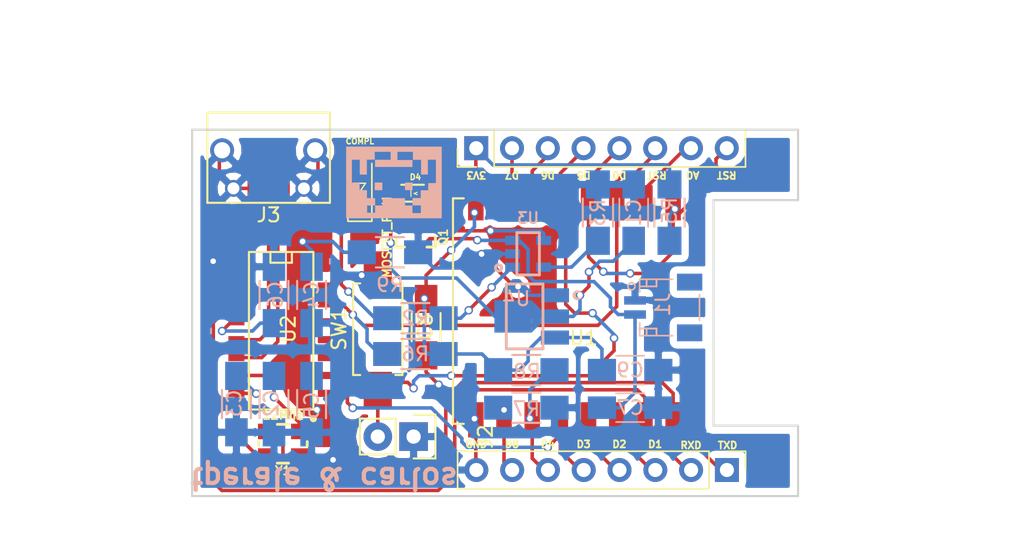
<source format=kicad_pcb>
(kicad_pcb (version 20171130) (host pcbnew 5.0.2+dfsg1-1)

  (general
    (thickness 1.6)
    (drawings 31)
    (tracks 342)
    (zones 0)
    (modules 31)
    (nets 27)
  )

  (page A4)
  (layers
    (0 F.Cu signal)
    (31 B.Cu signal)
    (32 B.Adhes user hide)
    (33 F.Adhes user)
    (34 B.Paste user)
    (35 F.Paste user)
    (36 B.SilkS user)
    (37 F.SilkS user)
    (38 B.Mask user)
    (39 F.Mask user)
    (40 Dwgs.User user)
    (41 Cmts.User user)
    (42 Eco1.User user)
    (43 Eco2.User user)
    (44 Edge.Cuts user)
    (45 Margin user)
    (46 B.CrtYd user hide)
    (47 F.CrtYd user)
    (48 B.Fab user hide)
    (49 F.Fab user)
  )

  (setup
    (last_trace_width 0.25)
    (trace_clearance 0.2)
    (zone_clearance 0.508)
    (zone_45_only no)
    (trace_min 0.2)
    (segment_width 0.2)
    (edge_width 0.15)
    (via_size 0.6)
    (via_drill 0.4)
    (via_min_size 0.2)
    (via_min_drill 0.3)
    (uvia_size 0.3)
    (uvia_drill 0.1)
    (uvias_allowed no)
    (uvia_min_size 0.2)
    (uvia_min_drill 0.1)
    (pcb_text_width 0.3)
    (pcb_text_size 1.5 1.5)
    (mod_edge_width 0.15)
    (mod_text_size 1 1)
    (mod_text_width 0.15)
    (pad_size 1.19888 1.09982)
    (pad_drill 0)
    (pad_to_mask_clearance 0.2)
    (solder_mask_min_width 0.25)
    (aux_axis_origin 132.367 116.362)
    (visible_elements FFFEFF7B)
    (pcbplotparams
      (layerselection 0x310f0_80000001)
      (usegerberextensions true)
      (usegerberattributes false)
      (usegerberadvancedattributes false)
      (creategerberjobfile false)
      (excludeedgelayer true)
      (linewidth 0.100000)
      (plotframeref false)
      (viasonmask false)
      (mode 1)
      (useauxorigin false)
      (hpglpennumber 1)
      (hpglpenspeed 20)
      (hpglpendiameter 15.000000)
      (psnegative false)
      (psa4output false)
      (plotreference true)
      (plotvalue false)
      (plotinvisibletext false)
      (padsonsilk false)
      (subtractmaskfromsilk false)
      (outputformat 1)
      (mirror false)
      (drillshape 0)
      (scaleselection 1)
      (outputdirectory "../Gerber/"))
  )

  (net 0 "")
  (net 1 "Net-(C1-Pad1)")
  (net 2 GND)
  (net 3 "Net-(C6-Pad1)")
  (net 4 "Net-(D1-Pad1)")
  (net 5 /D-)
  (net 6 /D+)
  (net 7 "Net-(R2-Pad1)")
  (net 8 /CH_PD)
  (net 9 /GPIO15)
  (net 10 /GPIO2)
  (net 11 /GPIO0)
  (net 12 /RXD)
  (net 13 /TXD)
  (net 14 +5V)
  (net 15 +3V3)
  (net 16 "Net-(R3-Pad2)")
  (net 17 /GPIO16)
  (net 18 /GPIO13)
  (net 19 /GPIO12)
  (net 20 /GPIO14)
  (net 21 /ADC)
  (net 22 /GPIO5)
  (net 23 /GPIO4)
  (net 24 "Net-(C7-Pad2)")
  (net 25 /XI)
  (net 26 /XO)

  (net_class Default "This is the default net class."
    (clearance 0.2)
    (trace_width 0.25)
    (via_dia 0.6)
    (via_drill 0.4)
    (uvia_dia 0.3)
    (uvia_drill 0.1)
    (add_net +3V3)
    (add_net +5V)
    (add_net /ADC)
    (add_net /CH_PD)
    (add_net /D+)
    (add_net /D-)
    (add_net /GPIO0)
    (add_net /GPIO12)
    (add_net /GPIO13)
    (add_net /GPIO14)
    (add_net /GPIO15)
    (add_net /GPIO16)
    (add_net /GPIO2)
    (add_net /GPIO4)
    (add_net /GPIO5)
    (add_net /RXD)
    (add_net /TXD)
    (add_net /XI)
    (add_net /XO)
    (add_net GND)
    (add_net "Net-(C1-Pad1)")
    (add_net "Net-(C6-Pad1)")
    (add_net "Net-(C7-Pad2)")
    (add_net "Net-(D1-Pad1)")
    (add_net "Net-(R2-Pad1)")
    (add_net "Net-(R3-Pad2)")
  )

  (module Capacitors_SMD:C_1206_HandSoldering (layer B.Cu) (tedit 59C68AF0) (tstamp 596A8039)
    (at 135.509 109.836 270)
    (descr "Capacitor SMD 1206, hand soldering")
    (tags "capacitor 1206")
    (path /59612F8C)
    (attr smd)
    (fp_text reference C3 (at -0.05 0.15 270) (layer B.SilkS)
      (effects (font (size 1 1) (thickness 0.15)) (justify mirror))
    )
    (fp_text value 22pF (at 4.191 0 180) (layer B.Fab)
      (effects (font (size 1 1) (thickness 0.15)) (justify mirror))
    )
    (fp_line (start -1.6 -0.8) (end -1.6 0.8) (layer B.Fab) (width 0.15))
    (fp_line (start 1.6 -0.8) (end -1.6 -0.8) (layer B.Fab) (width 0.15))
    (fp_line (start 1.6 0.8) (end 1.6 -0.8) (layer B.Fab) (width 0.15))
    (fp_line (start -1.6 0.8) (end 1.6 0.8) (layer B.Fab) (width 0.15))
    (fp_line (start -3.3 1.15) (end 3.3 1.15) (layer B.CrtYd) (width 0.05))
    (fp_line (start -3.3 -1.15) (end 3.3 -1.15) (layer B.CrtYd) (width 0.05))
    (fp_line (start -3.3 1.15) (end -3.3 -1.15) (layer B.CrtYd) (width 0.05))
    (fp_line (start 3.3 1.15) (end 3.3 -1.15) (layer B.CrtYd) (width 0.05))
    (fp_line (start 1 1.025) (end -1 1.025) (layer B.SilkS) (width 0.15))
    (fp_line (start -1 -1.025) (end 1 -1.025) (layer B.SilkS) (width 0.15))
    (pad 1 smd rect (at -2 0 270) (size 2 1.6) (layers B.Cu B.Paste B.Mask)
      (net 26 /XO))
    (pad 2 smd rect (at 2 0 270) (size 2 1.6) (layers B.Cu B.Paste B.Mask)
      (net 2 GND))
    (model Capacitors_SMD.3dshapes/C_1206.wrl
      (at (xyz 0 0 0))
      (scale (xyz 1 1 1))
      (rotate (xyz 0 0 0))
    )
  )

  (module LEDs:LED_1206 (layer F.Cu) (tedit 5A32ADA1) (tstamp 59CE4E4F)
    (at 144.272 94.361 90)
    (descr "LED 1206 smd package")
    (tags "LED led 1206 SMD smd SMT smt smdled SMDLED smtled SMTLED")
    (path /5961A049)
    (attr smd)
    (fp_text reference D1 (at 0 0 90) (layer Cmts.User)
      (effects (font (size 1 1) (thickness 0.15)))
    )
    (fp_text value GREEN (at 6.731 0 90) (layer F.Fab)
      (effects (font (size 1 1) (thickness 0.15)))
    )
    (fp_line (start -2.5 -0.85) (end -2.5 0.85) (layer F.SilkS) (width 0.12))
    (fp_line (start -0.45 -0.4) (end -0.45 0.4) (layer F.SilkS) (width 0.1))
    (fp_line (start -0.4 0) (end 0.2 -0.4) (layer F.SilkS) (width 0.1))
    (fp_line (start 0.2 0.4) (end -0.4 0) (layer F.SilkS) (width 0.1))
    (fp_line (start 0.2 -0.4) (end 0.2 0.4) (layer F.SilkS) (width 0.1))
    (fp_line (start 1.6 0.8) (end -1.6 0.8) (layer F.Fab) (width 0.1))
    (fp_line (start 1.6 -0.8) (end 1.6 0.8) (layer F.Fab) (width 0.1))
    (fp_line (start -1.6 -0.8) (end 1.6 -0.8) (layer F.Fab) (width 0.1))
    (fp_line (start -1.6 0.8) (end -1.6 -0.8) (layer F.Fab) (width 0.1))
    (fp_line (start -2.45 0.85) (end 1.6 0.85) (layer F.SilkS) (width 0.12))
    (fp_line (start -2.45 -0.85) (end 1.6 -0.85) (layer F.SilkS) (width 0.12))
    (fp_line (start 2.65 -1) (end 2.65 1) (layer F.CrtYd) (width 0.05))
    (fp_line (start 2.65 1) (end -2.65 1) (layer F.CrtYd) (width 0.05))
    (fp_line (start -2.65 1) (end -2.65 -1) (layer F.CrtYd) (width 0.05))
    (fp_line (start -2.65 -1) (end 2.65 -1) (layer F.CrtYd) (width 0.05))
    (pad 2 smd rect (at 1.65 0 270) (size 1.5 1.5) (layers F.Cu F.Paste F.Mask)
      (net 14 +5V))
    (pad 1 smd rect (at -1.65 0 270) (size 1.5 1.5) (layers F.Cu F.Paste F.Mask)
      (net 4 "Net-(D1-Pad1)"))
    (model ${KISYS3DMOD}/LEDs.3dshapes/LED_1206.wrl
      (at (xyz 0 0 0))
      (scale (xyz 1 1 1))
      (rotate (xyz 0 0 180))
    )
  )

  (module ESP8266:ESP-12E_SMD (layer F.Cu) (tedit 5A2BDB51) (tstamp 5A2BDABE)
    (at 166.5 96.25 270)
    (descr "Module, ESP-8266, ESP-12, 16 pad, SMD")
    (tags "Module ESP-8266 ESP8266")
    (path /59C589B5)
    (fp_text reference U1 (at 8.89 6.35) (layer F.SilkS)
      (effects (font (size 1 1) (thickness 0.15)))
    )
    (fp_text value ESP-12E (at 5.08 6.35) (layer F.Fab) hide
      (effects (font (size 1 1) (thickness 0.15)))
    )
    (fp_line (start -2.25 -0.5) (end -2.25 -8.75) (layer F.CrtYd) (width 0.05))
    (fp_line (start -2.25 -8.75) (end 15.25 -8.75) (layer F.CrtYd) (width 0.05))
    (fp_line (start 15.25 -8.75) (end 16.25 -8.75) (layer F.CrtYd) (width 0.05))
    (fp_line (start 16.25 -8.75) (end 16.25 16) (layer F.CrtYd) (width 0.05))
    (fp_line (start 16.25 16) (end -2.25 16) (layer F.CrtYd) (width 0.05))
    (fp_line (start -2.25 16) (end -2.25 -0.5) (layer F.CrtYd) (width 0.05))
    (fp_line (start -1.016 -8.382) (end 14.986 -8.382) (layer F.CrtYd) (width 0.1524))
    (fp_line (start 14.986 -8.382) (end 14.986 -0.889) (layer F.CrtYd) (width 0.1524))
    (fp_line (start -1.016 -8.382) (end -1.016 -1.016) (layer F.CrtYd) (width 0.1524))
    (fp_line (start -1.016 14.859) (end -1.016 15.621) (layer F.SilkS) (width 0.1524))
    (fp_line (start -1.016 15.621) (end 14.986 15.621) (layer F.SilkS) (width 0.1524))
    (fp_line (start 14.986 15.621) (end 14.986 14.859) (layer F.SilkS) (width 0.1524))
    (fp_line (start 14.992 -8.4) (end -1.008 -2.6) (layer F.CrtYd) (width 0.1524))
    (fp_line (start -1.008 -8.4) (end 14.992 -2.6) (layer F.CrtYd) (width 0.1524))
    (fp_text user "No Copper" (at 6.892 -5.4 270) (layer F.CrtYd)
      (effects (font (size 1 1) (thickness 0.15)))
    )
    (fp_line (start -1.008 -2.6) (end 14.992 -2.6) (layer F.CrtYd) (width 0.1524))
    (fp_line (start 15 -8.4) (end 15 15.6) (layer F.Fab) (width 0.05))
    (fp_line (start 14.992 15.6) (end -1.008 15.6) (layer F.Fab) (width 0.05))
    (fp_line (start -1.008 15.6) (end -1.008 -8.4) (layer F.Fab) (width 0.05))
    (fp_line (start -1.008 -8.4) (end 14.992 -8.4) (layer F.Fab) (width 0.05))
    (pad 1 smd rect (at 0 0 270) (size 2.5 1.1) (drill (offset -0.7 0)) (layers F.Cu F.Paste F.Mask)
      (net 17 /GPIO16))
    (pad 2 smd rect (at 0 2 270) (size 2.5 1.1) (drill (offset -0.7 0)) (layers F.Cu F.Paste F.Mask)
      (net 21 /ADC))
    (pad 3 smd rect (at 0 4 270) (size 2.5 1.1) (drill (offset -0.7 0)) (layers F.Cu F.Paste F.Mask)
      (net 8 /CH_PD))
    (pad 4 smd rect (at 0 6 270) (size 2.5 1.1) (drill (offset -0.7 0)) (layers F.Cu F.Paste F.Mask)
      (net 17 /GPIO16))
    (pad 5 smd rect (at 0 8 270) (size 2.5 1.1) (drill (offset -0.7 0)) (layers F.Cu F.Paste F.Mask)
      (net 20 /GPIO14))
    (pad 6 smd rect (at 0 10 270) (size 2.5 1.1) (drill (offset -0.7 0)) (layers F.Cu F.Paste F.Mask)
      (net 19 /GPIO12))
    (pad 7 smd rect (at 0 12 270) (size 2.5 1.1) (drill (offset -0.7 0)) (layers F.Cu F.Paste F.Mask)
      (net 18 /GPIO13))
    (pad 8 smd rect (at 0 14 270) (size 2.5 1.1) (drill (offset -0.7 0)) (layers F.Cu F.Paste F.Mask)
      (net 15 +3V3))
    (pad 9 smd rect (at 14 14 270) (size 2.5 1.1) (drill (offset 0.7 0)) (layers F.Cu F.Paste F.Mask)
      (net 2 GND))
    (pad 10 smd rect (at 14 12 270) (size 2.5 1.1) (drill (offset 0.7 0)) (layers F.Cu F.Paste F.Mask)
      (net 9 /GPIO15))
    (pad 11 smd rect (at 14 10 270) (size 2.5 1.1) (drill (offset 0.7 0)) (layers F.Cu F.Paste F.Mask)
      (net 10 /GPIO2))
    (pad 12 smd rect (at 14 8 270) (size 2.5 1.1) (drill (offset 0.7 0)) (layers F.Cu F.Paste F.Mask)
      (net 11 /GPIO0))
    (pad 13 smd rect (at 14 6 270) (size 2.5 1.1) (drill (offset 0.7 0)) (layers F.Cu F.Paste F.Mask)
      (net 23 /GPIO4))
    (pad 14 smd rect (at 14 4 270) (size 2.5 1.1) (drill (offset 0.7 0)) (layers F.Cu F.Paste F.Mask)
      (net 22 /GPIO5))
    (pad 15 smd rect (at 14 2 270) (size 2.5 1.1) (drill (offset 0.7 0)) (layers F.Cu F.Paste F.Mask)
      (net 12 /RXD))
    (pad 16 smd rect (at 14 0 270) (size 2.5 1.1) (drill (offset 0.7 0)) (layers F.Cu F.Paste F.Mask)
      (net 13 /TXD))
    (model ${ESPLIB}/ESP8266.3dshapes/ESP-12.wrl
      (at (xyz 0 0 0))
      (scale (xyz 0.3937 0.3937 0.3937))
      (rotate (xyz 0 0 0))
    )
  )

  (module sot:SOT89 (layer B.Cu) (tedit 5A2BD660) (tstamp 59C9398E)
    (at 156.464 103.613 180)
    (path /5961EC21)
    (attr smd)
    (fp_text reference U4 (at 1.097 1.251 180) (layer B.SilkS)
      (effects (font (size 1 1) (thickness 0.15)) (justify mirror))
    )
    (fp_text value HT7333 (at 0 0 180) (layer B.SilkS) hide
      (effects (font (size 1 1) (thickness 0.15)) (justify mirror))
    )
    (fp_circle (center -3.25 1.5) (end -3 1.5) (layer B.SilkS) (width 0.2032))
    (fp_line (start 1.8 2.3) (end -0.8 2.3) (layer B.SilkS) (width 0.2032))
    (fp_line (start -0.8 2.3) (end -0.8 -2.3) (layer B.SilkS) (width 0.2032))
    (fp_line (start -0.8 -2.3) (end 1.8 -2.3) (layer B.SilkS) (width 0.2032))
    (fp_line (start 1.8 -2.3) (end 1.8 2.3) (layer B.SilkS) (width 0.2032))
    (pad 1 smd rect (at -1.65 1.5 180) (size 2 1) (layers B.Cu B.Paste B.Mask)
      (net 2 GND))
    (pad 2 smd rect (at -1.65 0 180) (size 2 1) (layers B.Cu B.Paste B.Mask)
      (net 1 "Net-(C1-Pad1)"))
    (pad 3 smd rect (at -1.65 -1.5 180) (size 2 1) (layers B.Cu B.Paste B.Mask)
      (net 15 +3V3))
    (pad 2 smd trapezoid (at 0 0 180) (size 0.65 1.65) (rect_delta -0.65 0 ) (drill (offset -0.325 0)) (layers B.Cu B.Mask)
      (net 1 "Net-(C1-Pad1)"))
    (pad 2 smd rect (at 1.325 0 180) (size 2.65 2.3) (layers B.Cu B.Paste B.Mask)
      (net 1 "Net-(C1-Pad1)") (solder_paste_margin -0.508))
    (model TO_SOT_Packages_SMD.3dshapes/SOT-89-3.wrl
      (at (xyz 0 0 0))
      (scale (xyz 1 1 1))
      (rotate (xyz 0 0 0))
    )
  )

  (module Resistors_SMD:R_1206_HandSoldering (layer B.Cu) (tedit 5988C6F9) (tstamp 596A8150)
    (at 156.083 107.423 180)
    (descr "Resistor SMD 1206, hand soldering")
    (tags "resistor 1206")
    (path /596586C1)
    (attr smd)
    (fp_text reference R8 (at -0.05 -0.1 180) (layer B.SilkS)
      (effects (font (size 1 1) (thickness 0.15)) (justify mirror))
    )
    (fp_text value 10k (at 0 -2.3 180) (layer B.Fab)
      (effects (font (size 1 1) (thickness 0.15)) (justify mirror))
    )
    (fp_line (start -1.6 -0.8) (end -1.6 0.8) (layer B.Fab) (width 0.1))
    (fp_line (start 1.6 -0.8) (end -1.6 -0.8) (layer B.Fab) (width 0.1))
    (fp_line (start 1.6 0.8) (end 1.6 -0.8) (layer B.Fab) (width 0.1))
    (fp_line (start -1.6 0.8) (end 1.6 0.8) (layer B.Fab) (width 0.1))
    (fp_line (start -3.3 1.2) (end 3.3 1.2) (layer B.CrtYd) (width 0.05))
    (fp_line (start -3.3 -1.2) (end 3.3 -1.2) (layer B.CrtYd) (width 0.05))
    (fp_line (start -3.3 1.2) (end -3.3 -1.2) (layer B.CrtYd) (width 0.05))
    (fp_line (start 3.3 1.2) (end 3.3 -1.2) (layer B.CrtYd) (width 0.05))
    (fp_line (start 1 -1.075) (end -1 -1.075) (layer B.SilkS) (width 0.15))
    (fp_line (start -1 1.075) (end 1 1.075) (layer B.SilkS) (width 0.15))
    (pad 1 smd rect (at -2 0 180) (size 2 1.7) (layers B.Cu B.Paste B.Mask)
      (net 10 /GPIO2))
    (pad 2 smd rect (at 2 0 180) (size 2 1.7) (layers B.Cu B.Paste B.Mask)
      (net 15 +3V3))
    (model Resistors_SMD.3dshapes/R_1206.wrl
      (at (xyz 0 0 0))
      (scale (xyz 1 1 1))
      (rotate (xyz 0 0 0))
    )
  )

  (module Capacitors_SMD:C_1206_HandSoldering (layer B.Cu) (tedit 59C68AED) (tstamp 596A8033)
    (at 138.176 109.836 270)
    (descr "Capacitor SMD 1206, hand soldering")
    (tags "capacitor 1206")
    (path /59612EAC)
    (attr smd)
    (fp_text reference C2 (at -0.05 0.2 270) (layer B.SilkS)
      (effects (font (size 1 1) (thickness 0.15)) (justify mirror))
    )
    (fp_text value 22pF (at 4.191 0) (layer B.Fab)
      (effects (font (size 1 1) (thickness 0.15)) (justify mirror))
    )
    (fp_line (start -1.6 -0.8) (end -1.6 0.8) (layer B.Fab) (width 0.15))
    (fp_line (start 1.6 -0.8) (end -1.6 -0.8) (layer B.Fab) (width 0.15))
    (fp_line (start 1.6 0.8) (end 1.6 -0.8) (layer B.Fab) (width 0.15))
    (fp_line (start -1.6 0.8) (end 1.6 0.8) (layer B.Fab) (width 0.15))
    (fp_line (start -3.3 1.15) (end 3.3 1.15) (layer B.CrtYd) (width 0.05))
    (fp_line (start -3.3 -1.15) (end 3.3 -1.15) (layer B.CrtYd) (width 0.05))
    (fp_line (start -3.3 1.15) (end -3.3 -1.15) (layer B.CrtYd) (width 0.05))
    (fp_line (start 3.3 1.15) (end 3.3 -1.15) (layer B.CrtYd) (width 0.05))
    (fp_line (start 1 1.025) (end -1 1.025) (layer B.SilkS) (width 0.15))
    (fp_line (start -1 -1.025) (end 1 -1.025) (layer B.SilkS) (width 0.15))
    (pad 1 smd rect (at -2 0 270) (size 2 1.6) (layers B.Cu B.Paste B.Mask)
      (net 25 /XI))
    (pad 2 smd rect (at 2 0 270) (size 2 1.6) (layers B.Cu B.Paste B.Mask)
      (net 2 GND))
    (model Capacitors_SMD.3dshapes/C_1206.wrl
      (at (xyz 0 0 0))
      (scale (xyz 1 1 1))
      (rotate (xyz 0 0 0))
    )
  )

  (module Capacitors_SMD:C_1206_HandSoldering (layer B.Cu) (tedit 5983AA8F) (tstamp 596A803F)
    (at 140.843 102.089 90)
    (descr "Capacitor SMD 1206, hand soldering")
    (tags "capacitor 1206")
    (path /59613F16)
    (attr smd)
    (fp_text reference C4 (at 0 0 90) (layer B.SilkS)
      (effects (font (size 1 1) (thickness 0.15)) (justify mirror))
    )
    (fp_text value 100nF (at 1 1.9 90) (layer B.Fab)
      (effects (font (size 1 1) (thickness 0.15)) (justify mirror))
    )
    (fp_line (start -1.6 -0.8) (end -1.6 0.8) (layer B.Fab) (width 0.15))
    (fp_line (start 1.6 -0.8) (end -1.6 -0.8) (layer B.Fab) (width 0.15))
    (fp_line (start 1.6 0.8) (end 1.6 -0.8) (layer B.Fab) (width 0.15))
    (fp_line (start -1.6 0.8) (end 1.6 0.8) (layer B.Fab) (width 0.15))
    (fp_line (start -3.3 1.15) (end 3.3 1.15) (layer B.CrtYd) (width 0.05))
    (fp_line (start -3.3 -1.15) (end 3.3 -1.15) (layer B.CrtYd) (width 0.05))
    (fp_line (start -3.3 1.15) (end -3.3 -1.15) (layer B.CrtYd) (width 0.05))
    (fp_line (start 3.3 1.15) (end 3.3 -1.15) (layer B.CrtYd) (width 0.05))
    (fp_line (start 1 1.025) (end -1 1.025) (layer B.SilkS) (width 0.15))
    (fp_line (start -1 -1.025) (end 1 -1.025) (layer B.SilkS) (width 0.15))
    (pad 1 smd rect (at -2 0 90) (size 2 1.6) (layers B.Cu B.Paste B.Mask)
      (net 2 GND))
    (pad 2 smd rect (at 2 0 90) (size 2 1.6) (layers B.Cu B.Paste B.Mask)
      (net 14 +5V))
    (model Capacitors_SMD.3dshapes/C_1206.wrl
      (at (xyz 0 0 0))
      (scale (xyz 1 1 1))
      (rotate (xyz 0 0 0))
    )
  )

  (module Capacitors_SMD:C_1206_HandSoldering (layer B.Cu) (tedit 5983AA8C) (tstamp 596A8045)
    (at 140.843 109.836 90)
    (descr "Capacitor SMD 1206, hand soldering")
    (tags "capacitor 1206")
    (path /59614082)
    (attr smd)
    (fp_text reference C5 (at -0.1 0 90) (layer B.SilkS)
      (effects (font (size 1 1) (thickness 0.15)) (justify mirror))
    )
    (fp_text value 10nF (at 1.2 2 90) (layer B.Fab)
      (effects (font (size 1 1) (thickness 0.15)) (justify mirror))
    )
    (fp_line (start -1.6 -0.8) (end -1.6 0.8) (layer B.Fab) (width 0.15))
    (fp_line (start 1.6 -0.8) (end -1.6 -0.8) (layer B.Fab) (width 0.15))
    (fp_line (start 1.6 0.8) (end 1.6 -0.8) (layer B.Fab) (width 0.15))
    (fp_line (start -1.6 0.8) (end 1.6 0.8) (layer B.Fab) (width 0.15))
    (fp_line (start -3.3 1.15) (end 3.3 1.15) (layer B.CrtYd) (width 0.05))
    (fp_line (start -3.3 -1.15) (end 3.3 -1.15) (layer B.CrtYd) (width 0.05))
    (fp_line (start -3.3 1.15) (end -3.3 -1.15) (layer B.CrtYd) (width 0.05))
    (fp_line (start 3.3 1.15) (end 3.3 -1.15) (layer B.CrtYd) (width 0.05))
    (fp_line (start 1 1.025) (end -1 1.025) (layer B.SilkS) (width 0.15))
    (fp_line (start -1 -1.025) (end 1 -1.025) (layer B.SilkS) (width 0.15))
    (pad 1 smd rect (at -2 0 90) (size 2 1.6) (layers B.Cu B.Paste B.Mask)
      (net 2 GND))
    (pad 2 smd rect (at 2 0 90) (size 2 1.6) (layers B.Cu B.Paste B.Mask)
      (net 14 +5V))
    (model Capacitors_SMD.3dshapes/C_1206.wrl
      (at (xyz 0 0 0))
      (scale (xyz 1 1 1))
      (rotate (xyz 0 0 0))
    )
  )

  (module Capacitors_SMD:C_1206_HandSoldering (layer B.Cu) (tedit 5988C735) (tstamp 596A804B)
    (at 138.176 102.089 90)
    (descr "Capacitor SMD 1206, hand soldering")
    (tags "capacitor 1206")
    (path /59614F92)
    (attr smd)
    (fp_text reference C6 (at 0 0.1 90) (layer B.SilkS)
      (effects (font (size 1 1) (thickness 0.15)) (justify mirror))
    )
    (fp_text value 22nF (at 0 -2.3 90) (layer B.Fab)
      (effects (font (size 1 1) (thickness 0.15)) (justify mirror))
    )
    (fp_line (start -1.6 -0.8) (end -1.6 0.8) (layer B.Fab) (width 0.15))
    (fp_line (start 1.6 -0.8) (end -1.6 -0.8) (layer B.Fab) (width 0.15))
    (fp_line (start 1.6 0.8) (end 1.6 -0.8) (layer B.Fab) (width 0.15))
    (fp_line (start -1.6 0.8) (end 1.6 0.8) (layer B.Fab) (width 0.15))
    (fp_line (start -3.3 1.15) (end 3.3 1.15) (layer B.CrtYd) (width 0.05))
    (fp_line (start -3.3 -1.15) (end 3.3 -1.15) (layer B.CrtYd) (width 0.05))
    (fp_line (start -3.3 1.15) (end -3.3 -1.15) (layer B.CrtYd) (width 0.05))
    (fp_line (start 3.3 1.15) (end 3.3 -1.15) (layer B.CrtYd) (width 0.05))
    (fp_line (start 1 1.025) (end -1 1.025) (layer B.SilkS) (width 0.15))
    (fp_line (start -1 -1.025) (end 1 -1.025) (layer B.SilkS) (width 0.15))
    (pad 1 smd rect (at -2 0 90) (size 2 1.6) (layers B.Cu B.Paste B.Mask)
      (net 3 "Net-(C6-Pad1)"))
    (pad 2 smd rect (at 2 0 90) (size 2 1.6) (layers B.Cu B.Paste B.Mask)
      (net 2 GND))
    (model Capacitors_SMD.3dshapes/C_1206.wrl
      (at (xyz 0 0 0))
      (scale (xyz 1 1 1))
      (rotate (xyz 0 0 0))
    )
  )

  (module Capacitors_SMD:C_1206_HandSoldering (layer F.Cu) (tedit 5988C6BF) (tstamp 596A8057)
    (at 148.971 104.375 90)
    (descr "Capacitor SMD 1206, hand soldering")
    (tags "capacitor 1206")
    (path /5961BFCD)
    (attr smd)
    (fp_text reference C8 (at 0.025 -0.05 90) (layer F.SilkS)
      (effects (font (size 1 1) (thickness 0.15)))
    )
    (fp_text value 100nF (at 0 2.3 90) (layer F.Fab)
      (effects (font (size 1 1) (thickness 0.15)))
    )
    (fp_line (start -1.6 0.8) (end -1.6 -0.8) (layer F.Fab) (width 0.15))
    (fp_line (start 1.6 0.8) (end -1.6 0.8) (layer F.Fab) (width 0.15))
    (fp_line (start 1.6 -0.8) (end 1.6 0.8) (layer F.Fab) (width 0.15))
    (fp_line (start -1.6 -0.8) (end 1.6 -0.8) (layer F.Fab) (width 0.15))
    (fp_line (start -3.3 -1.15) (end 3.3 -1.15) (layer F.CrtYd) (width 0.05))
    (fp_line (start -3.3 1.15) (end 3.3 1.15) (layer F.CrtYd) (width 0.05))
    (fp_line (start -3.3 -1.15) (end -3.3 1.15) (layer F.CrtYd) (width 0.05))
    (fp_line (start 3.3 -1.15) (end 3.3 1.15) (layer F.CrtYd) (width 0.05))
    (fp_line (start 1 -1.025) (end -1 -1.025) (layer F.SilkS) (width 0.15))
    (fp_line (start -1 1.025) (end 1 1.025) (layer F.SilkS) (width 0.15))
    (pad 1 smd rect (at -2 0 90) (size 2 1.6) (layers F.Cu F.Paste F.Mask)
      (net 2 GND))
    (pad 2 smd rect (at 2 0 90) (size 2 1.6) (layers F.Cu F.Paste F.Mask)
      (net 15 +3V3))
    (model Capacitors_SMD.3dshapes/C_1206.wrl
      (at (xyz 0 0 0))
      (scale (xyz 1 1 1))
      (rotate (xyz 0 0 0))
    )
  )

  (module Resistors_SMD:R_1206_HandSoldering (layer B.Cu) (tedit 59C675BC) (tstamp 596A80F0)
    (at 148.209 103.74 180)
    (descr "Resistor SMD 1206, hand soldering")
    (tags "resistor 1206")
    (path /59619CC8)
    (attr smd)
    (fp_text reference R2 (at 0 0 180) (layer B.SilkS)
      (effects (font (size 1 1) (thickness 0.15)) (justify mirror))
    )
    (fp_text value 470 (at 0 -2.3 180) (layer B.Fab)
      (effects (font (size 1 1) (thickness 0.15)) (justify mirror))
    )
    (fp_line (start -1.6 -0.8) (end -1.6 0.8) (layer B.Fab) (width 0.1))
    (fp_line (start 1.6 -0.8) (end -1.6 -0.8) (layer B.Fab) (width 0.1))
    (fp_line (start 1.6 0.8) (end 1.6 -0.8) (layer B.Fab) (width 0.1))
    (fp_line (start -1.6 0.8) (end 1.6 0.8) (layer B.Fab) (width 0.1))
    (fp_line (start -3.3 1.2) (end 3.3 1.2) (layer B.CrtYd) (width 0.05))
    (fp_line (start -3.3 -1.2) (end 3.3 -1.2) (layer B.CrtYd) (width 0.05))
    (fp_line (start -3.3 1.2) (end -3.3 -1.2) (layer B.CrtYd) (width 0.05))
    (fp_line (start 3.3 1.2) (end 3.3 -1.2) (layer B.CrtYd) (width 0.05))
    (fp_line (start 1 -1.075) (end -1 -1.075) (layer B.SilkS) (width 0.15))
    (fp_line (start -1 1.075) (end 1 1.075) (layer B.SilkS) (width 0.15))
    (pad 1 smd rect (at -2 0 180) (size 2 1.7) (layers B.Cu B.Paste B.Mask)
      (net 7 "Net-(R2-Pad1)"))
    (pad 2 smd rect (at 2 0 180) (size 2 1.7) (layers B.Cu B.Paste B.Mask)
      (net 4 "Net-(D1-Pad1)"))
    (model Resistors_SMD.3dshapes/R_1206.wrl
      (at (xyz 0 0 0))
      (scale (xyz 1 1 1))
      (rotate (xyz 0 0 0))
    )
  )

  (module Resistors_SMD:R_1206_HandSoldering (layer B.Cu) (tedit 59C67593) (tstamp 596A8100)
    (at 161.163 96.247 270)
    (descr "Resistor SMD 1206, hand soldering")
    (tags "resistor 1206")
    (path /5961A3A6)
    (attr smd)
    (fp_text reference R3 (at 0 0 270) (layer B.SilkS)
      (effects (font (size 1 1) (thickness 0.15)) (justify mirror))
    )
    (fp_text value 10k (at -4.445 0 270) (layer B.Fab)
      (effects (font (size 1 1) (thickness 0.15)) (justify mirror))
    )
    (fp_line (start -1.6 -0.8) (end -1.6 0.8) (layer B.Fab) (width 0.1))
    (fp_line (start 1.6 -0.8) (end -1.6 -0.8) (layer B.Fab) (width 0.1))
    (fp_line (start 1.6 0.8) (end 1.6 -0.8) (layer B.Fab) (width 0.1))
    (fp_line (start -1.6 0.8) (end 1.6 0.8) (layer B.Fab) (width 0.1))
    (fp_line (start -3.3 1.2) (end 3.3 1.2) (layer B.CrtYd) (width 0.05))
    (fp_line (start -3.3 -1.2) (end 3.3 -1.2) (layer B.CrtYd) (width 0.05))
    (fp_line (start -3.3 1.2) (end -3.3 -1.2) (layer B.CrtYd) (width 0.05))
    (fp_line (start 3.3 1.2) (end 3.3 -1.2) (layer B.CrtYd) (width 0.05))
    (fp_line (start 1 -1.075) (end -1 -1.075) (layer B.SilkS) (width 0.15))
    (fp_line (start -1 1.075) (end 1 1.075) (layer B.SilkS) (width 0.15))
    (pad 1 smd rect (at -2 0 270) (size 2 1.7) (layers B.Cu B.Paste B.Mask)
      (net 2 GND))
    (pad 2 smd rect (at 2 0 270) (size 2 1.7) (layers B.Cu B.Paste B.Mask)
      (net 16 "Net-(R3-Pad2)"))
    (model Resistors_SMD.3dshapes/R_1206.wrl
      (at (xyz 0 0 0))
      (scale (xyz 1 1 1))
      (rotate (xyz 0 0 0))
    )
  )

  (module Resistors_SMD:R_1206_HandSoldering (layer B.Cu) (tedit 59C68AA4) (tstamp 596A8120)
    (at 166.243 96.247 270)
    (descr "Resistor SMD 1206, hand soldering")
    (tags "resistor 1206")
    (path /59657F5E)
    (attr smd)
    (fp_text reference R5 (at -0.127 0 270) (layer B.SilkS)
      (effects (font (size 1 1) (thickness 0.15)) (justify mirror))
    )
    (fp_text value 10k (at 0 -2.3 270) (layer B.Fab)
      (effects (font (size 1 1) (thickness 0.15)) (justify mirror))
    )
    (fp_line (start -1.6 -0.8) (end -1.6 0.8) (layer B.Fab) (width 0.1))
    (fp_line (start 1.6 -0.8) (end -1.6 -0.8) (layer B.Fab) (width 0.1))
    (fp_line (start 1.6 0.8) (end 1.6 -0.8) (layer B.Fab) (width 0.1))
    (fp_line (start -1.6 0.8) (end 1.6 0.8) (layer B.Fab) (width 0.1))
    (fp_line (start -3.3 1.2) (end 3.3 1.2) (layer B.CrtYd) (width 0.05))
    (fp_line (start -3.3 -1.2) (end 3.3 -1.2) (layer B.CrtYd) (width 0.05))
    (fp_line (start -3.3 1.2) (end -3.3 -1.2) (layer B.CrtYd) (width 0.05))
    (fp_line (start 3.3 1.2) (end 3.3 -1.2) (layer B.CrtYd) (width 0.05))
    (fp_line (start 1 -1.075) (end -1 -1.075) (layer B.SilkS) (width 0.15))
    (fp_line (start -1 1.075) (end 1 1.075) (layer B.SilkS) (width 0.15))
    (pad 1 smd rect (at -2 0 270) (size 2 1.7) (layers B.Cu B.Paste B.Mask)
      (net 15 +3V3))
    (pad 2 smd rect (at 2 0 270) (size 2 1.7) (layers B.Cu B.Paste B.Mask)
      (net 17 /GPIO16))
    (model Resistors_SMD.3dshapes/R_1206.wrl
      (at (xyz 0 0 0))
      (scale (xyz 1 1 1))
      (rotate (xyz 0 0 0))
    )
  )

  (module Resistors_SMD:R_1206_HandSoldering (layer B.Cu) (tedit 59C68A90) (tstamp 596A8130)
    (at 148.209 106.28)
    (descr "Resistor SMD 1206, hand soldering")
    (tags "resistor 1206")
    (path /59658300)
    (attr smd)
    (fp_text reference R6 (at 0 0) (layer B.SilkS)
      (effects (font (size 1 1) (thickness 0.15)) (justify mirror))
    )
    (fp_text value 10k (at 0 -2.3) (layer B.Fab)
      (effects (font (size 1 1) (thickness 0.15)) (justify mirror))
    )
    (fp_line (start -1.6 -0.8) (end -1.6 0.8) (layer B.Fab) (width 0.1))
    (fp_line (start 1.6 -0.8) (end -1.6 -0.8) (layer B.Fab) (width 0.1))
    (fp_line (start 1.6 0.8) (end 1.6 -0.8) (layer B.Fab) (width 0.1))
    (fp_line (start -1.6 0.8) (end 1.6 0.8) (layer B.Fab) (width 0.1))
    (fp_line (start -3.3 1.2) (end 3.3 1.2) (layer B.CrtYd) (width 0.05))
    (fp_line (start -3.3 -1.2) (end 3.3 -1.2) (layer B.CrtYd) (width 0.05))
    (fp_line (start -3.3 1.2) (end -3.3 -1.2) (layer B.CrtYd) (width 0.05))
    (fp_line (start 3.3 1.2) (end 3.3 -1.2) (layer B.CrtYd) (width 0.05))
    (fp_line (start 1 -1.075) (end -1 -1.075) (layer B.SilkS) (width 0.15))
    (fp_line (start -1 1.075) (end 1 1.075) (layer B.SilkS) (width 0.15))
    (pad 1 smd rect (at -2 0) (size 2 1.7) (layers B.Cu B.Paste B.Mask)
      (net 8 /CH_PD))
    (pad 2 smd rect (at 2 0) (size 2 1.7) (layers B.Cu B.Paste B.Mask)
      (net 15 +3V3))
    (model Resistors_SMD.3dshapes/R_1206.wrl
      (at (xyz 0 0 0))
      (scale (xyz 1 1 1))
      (rotate (xyz 0 0 0))
    )
  )

  (module Resistors_SMD:R_1206_HandSoldering (layer B.Cu) (tedit 59C685B0) (tstamp 596A8140)
    (at 156.083 110.09)
    (descr "Resistor SMD 1206, hand soldering")
    (tags "resistor 1206")
    (path /59658648)
    (attr smd)
    (fp_text reference R7 (at 0 0.085) (layer B.SilkS)
      (effects (font (size 1 1) (thickness 0.15)) (justify mirror))
    )
    (fp_text value 10k (at 0 -2.3) (layer B.Fab)
      (effects (font (size 1 1) (thickness 0.15)) (justify mirror))
    )
    (fp_line (start -1.6 -0.8) (end -1.6 0.8) (layer B.Fab) (width 0.1))
    (fp_line (start 1.6 -0.8) (end -1.6 -0.8) (layer B.Fab) (width 0.1))
    (fp_line (start 1.6 0.8) (end 1.6 -0.8) (layer B.Fab) (width 0.1))
    (fp_line (start -1.6 0.8) (end 1.6 0.8) (layer B.Fab) (width 0.1))
    (fp_line (start -3.3 1.2) (end 3.3 1.2) (layer B.CrtYd) (width 0.05))
    (fp_line (start -3.3 -1.2) (end 3.3 -1.2) (layer B.CrtYd) (width 0.05))
    (fp_line (start -3.3 1.2) (end -3.3 -1.2) (layer B.CrtYd) (width 0.05))
    (fp_line (start 3.3 1.2) (end 3.3 -1.2) (layer B.CrtYd) (width 0.05))
    (fp_line (start 1 -1.075) (end -1 -1.075) (layer B.SilkS) (width 0.15))
    (fp_line (start -1 1.075) (end 1 1.075) (layer B.SilkS) (width 0.15))
    (pad 1 smd rect (at -2 0) (size 2 1.7) (layers B.Cu B.Paste B.Mask)
      (net 9 /GPIO15))
    (pad 2 smd rect (at 2 0) (size 2 1.7) (layers B.Cu B.Paste B.Mask)
      (net 2 GND))
    (model Resistors_SMD.3dshapes/R_1206.wrl
      (at (xyz 0 0 0))
      (scale (xyz 1 1 1))
      (rotate (xyz 0 0 0))
    )
  )

  (module SMD_Packages:SO-16-N (layer F.Cu) (tedit 5A7CD0F4) (tstamp 596A8186)
    (at 138.684 104.629 270)
    (descr "Module CMS SOJ 16 pins large")
    (tags "CMS SOJ")
    (path /59611E7C)
    (attr smd)
    (fp_text reference U2 (at -0.127 -0.508 270) (layer F.SilkS)
      (effects (font (size 1 1) (thickness 0.15)))
    )
    (fp_text value ch340g (at 0 1.27 270) (layer F.Fab)
      (effects (font (size 1 1) (thickness 0.15)))
    )
    (fp_line (start -5.588 -0.762) (end -4.826 -0.762) (layer F.SilkS) (width 0.15))
    (fp_line (start -4.826 -0.762) (end -4.826 0.762) (layer F.SilkS) (width 0.15))
    (fp_line (start -4.826 0.762) (end -5.588 0.762) (layer F.SilkS) (width 0.15))
    (fp_line (start 5.588 -2.286) (end 5.588 2.286) (layer F.SilkS) (width 0.15))
    (fp_line (start 5.588 2.286) (end -5.588 2.286) (layer F.SilkS) (width 0.15))
    (fp_line (start -5.588 2.286) (end -5.588 -2.286) (layer F.SilkS) (width 0.15))
    (fp_line (start -5.588 -2.286) (end 5.588 -2.286) (layer F.SilkS) (width 0.15))
    (pad 16 smd rect (at -4.445 -3.175 270) (size 0.508 1.143) (layers F.Cu F.Paste F.Mask)
      (net 14 +5V))
    (pad 14 smd rect (at -1.905 -3.175 270) (size 0.508 1.143) (layers F.Cu F.Paste F.Mask)
      (net 8 /CH_PD))
    (pad 13 smd rect (at -0.635 -3.175 270) (size 0.508 1.143) (layers F.Cu F.Paste F.Mask)
      (net 11 /GPIO0))
    (pad 12 smd rect (at 0.635 -3.175 270) (size 0.508 1.143) (layers F.Cu F.Paste F.Mask))
    (pad 11 smd rect (at 1.905 -3.175 270) (size 0.508 1.143) (layers F.Cu F.Paste F.Mask))
    (pad 10 smd rect (at 3.175 -3.175 270) (size 0.508 1.143) (layers F.Cu F.Paste F.Mask))
    (pad 9 smd rect (at 4.445 -3.175 270) (size 0.508 1.143) (layers F.Cu F.Paste F.Mask))
    (pad 8 smd rect (at 4.445 3.175 270) (size 0.508 1.143) (layers F.Cu F.Paste F.Mask)
      (net 26 /XO))
    (pad 7 smd rect (at 3.175 3.175 270) (size 0.508 1.143) (layers F.Cu F.Paste F.Mask)
      (net 25 /XI))
    (pad 6 smd rect (at 1.905 3.175 270) (size 0.508 1.143) (layers F.Cu F.Paste F.Mask)
      (net 5 /D-))
    (pad 5 smd rect (at 0.635 3.175 270) (size 0.508 1.143) (layers F.Cu F.Paste F.Mask)
      (net 6 /D+))
    (pad 4 smd rect (at -0.635 3.175 270) (size 0.508 1.143) (layers F.Cu F.Paste F.Mask)
      (net 3 "Net-(C6-Pad1)"))
    (pad 3 smd rect (at -1.905 3.175 270) (size 0.508 1.143) (layers F.Cu F.Paste F.Mask)
      (net 13 /TXD))
    (pad 2 smd rect (at -3.175 3.175 270) (size 0.508 1.143) (layers F.Cu F.Paste F.Mask)
      (net 12 /RXD))
    (pad 1 smd rect (at -4.445 3.175 270) (size 0.508 1.143) (layers F.Cu F.Paste F.Mask)
      (net 2 GND))
    (pad 15 smd rect (at -3.175 -3.175 270) (size 0.508 1.143) (layers F.Cu F.Paste F.Mask))
    (model SMD_Packages.3dshapes/SO-16-N.wrl
      (at (xyz 0 0 0))
      (scale (xyz 0.5 0.4 0.5))
      (rotate (xyz 0 0 0))
    )
  )

  (module Capacitors_SMD:C_1206_HandSoldering (layer B.Cu) (tedit 59C68A9C) (tstamp 59BEE1FA)
    (at 163.703 96.247 90)
    (descr "Capacitor SMD 1206, hand soldering")
    (tags "capacitor 1206")
    (path /59C67224)
    (attr smd)
    (fp_text reference C1 (at 0 0 90) (layer B.SilkS)
      (effects (font (size 1 1) (thickness 0.15)) (justify mirror))
    )
    (fp_text value 220uF (at 0 -2 90) (layer B.Fab)
      (effects (font (size 1 1) (thickness 0.15)) (justify mirror))
    )
    (fp_text user %R (at 0 1.75 90) (layer B.Fab)
      (effects (font (size 1 1) (thickness 0.15)) (justify mirror))
    )
    (fp_line (start -1.6 -0.8) (end -1.6 0.8) (layer B.Fab) (width 0.1))
    (fp_line (start 1.6 -0.8) (end -1.6 -0.8) (layer B.Fab) (width 0.1))
    (fp_line (start 1.6 0.8) (end 1.6 -0.8) (layer B.Fab) (width 0.1))
    (fp_line (start -1.6 0.8) (end 1.6 0.8) (layer B.Fab) (width 0.1))
    (fp_line (start 1 1.02) (end -1 1.02) (layer B.SilkS) (width 0.12))
    (fp_line (start -1 -1.02) (end 1 -1.02) (layer B.SilkS) (width 0.12))
    (fp_line (start -3.25 1.05) (end 3.25 1.05) (layer B.CrtYd) (width 0.05))
    (fp_line (start -3.25 1.05) (end -3.25 -1.05) (layer B.CrtYd) (width 0.05))
    (fp_line (start 3.25 -1.05) (end 3.25 1.05) (layer B.CrtYd) (width 0.05))
    (fp_line (start 3.25 -1.05) (end -3.25 -1.05) (layer B.CrtYd) (width 0.05))
    (pad 1 smd rect (at -2 0 90) (size 2 1.6) (layers B.Cu B.Paste B.Mask)
      (net 1 "Net-(C1-Pad1)"))
    (pad 2 smd rect (at 2 0 90) (size 2 1.6) (layers B.Cu B.Paste B.Mask)
      (net 2 GND))
    (model Capacitors_SMD.3dshapes/C_1206.wrl
      (at (xyz 0 0 0))
      (scale (xyz 1 1 1))
      (rotate (xyz 0 0 0))
    )
  )

  (module Capacitors_SMD:C_1206_HandSoldering (layer B.Cu) (tedit 59C6731F) (tstamp 59C670C5)
    (at 163.449 110.09 180)
    (descr "Capacitor SMD 1206, hand soldering")
    (tags "capacitor 1206")
    (path /59615DF5)
    (attr smd)
    (fp_text reference C7 (at 0 0 180) (layer B.SilkS)
      (effects (font (size 1 1) (thickness 0.15)) (justify mirror))
    )
    (fp_text value 1uF (at 0 -2 180) (layer B.Fab)
      (effects (font (size 1 1) (thickness 0.15)) (justify mirror))
    )
    (fp_text user %R (at 0 0 180) (layer B.Fab)
      (effects (font (size 1 1) (thickness 0.15)) (justify mirror))
    )
    (fp_line (start -1.6 -0.8) (end -1.6 0.8) (layer B.Fab) (width 0.1))
    (fp_line (start 1.6 -0.8) (end -1.6 -0.8) (layer B.Fab) (width 0.1))
    (fp_line (start 1.6 0.8) (end 1.6 -0.8) (layer B.Fab) (width 0.1))
    (fp_line (start -1.6 0.8) (end 1.6 0.8) (layer B.Fab) (width 0.1))
    (fp_line (start 1 1.02) (end -1 1.02) (layer B.SilkS) (width 0.12))
    (fp_line (start -1 -1.02) (end 1 -1.02) (layer B.SilkS) (width 0.12))
    (fp_line (start -3.25 1.05) (end 3.25 1.05) (layer B.CrtYd) (width 0.05))
    (fp_line (start -3.25 1.05) (end -3.25 -1.05) (layer B.CrtYd) (width 0.05))
    (fp_line (start 3.25 -1.05) (end 3.25 1.05) (layer B.CrtYd) (width 0.05))
    (fp_line (start 3.25 -1.05) (end -3.25 -1.05) (layer B.CrtYd) (width 0.05))
    (pad 1 smd rect (at -2 0 180) (size 2 1.6) (layers B.Cu B.Paste B.Mask)
      (net 2 GND))
    (pad 2 smd rect (at 2 0 180) (size 2 1.6) (layers B.Cu B.Paste B.Mask)
      (net 24 "Net-(C7-Pad2)"))
    (model Capacitors_SMD.3dshapes/C_1206.wrl
      (at (xyz 0 0 0))
      (scale (xyz 1 1 1))
      (rotate (xyz 0 0 0))
    )
  )

  (module Capacitors_SMD:C_1206_HandSoldering (layer B.Cu) (tedit 59C671A5) (tstamp 59C670CA)
    (at 163.449 107.423)
    (descr "Capacitor SMD 1206, hand soldering")
    (tags "capacitor 1206")
    (path /5961DD94)
    (attr smd)
    (fp_text reference C9 (at 0 0) (layer B.SilkS)
      (effects (font (size 1 1) (thickness 0.15)) (justify mirror))
    )
    (fp_text value 220uF (at 5.715 0) (layer B.Fab)
      (effects (font (size 1 1) (thickness 0.15)) (justify mirror))
    )
    (fp_text user %R (at 0 0) (layer B.Fab)
      (effects (font (size 1 1) (thickness 0.15)) (justify mirror))
    )
    (fp_line (start -1.6 -0.8) (end -1.6 0.8) (layer B.Fab) (width 0.1))
    (fp_line (start 1.6 -0.8) (end -1.6 -0.8) (layer B.Fab) (width 0.1))
    (fp_line (start 1.6 0.8) (end 1.6 -0.8) (layer B.Fab) (width 0.1))
    (fp_line (start -1.6 0.8) (end 1.6 0.8) (layer B.Fab) (width 0.1))
    (fp_line (start 1 1.02) (end -1 1.02) (layer B.SilkS) (width 0.12))
    (fp_line (start -1 -1.02) (end 1 -1.02) (layer B.SilkS) (width 0.12))
    (fp_line (start -3.25 1.05) (end 3.25 1.05) (layer B.CrtYd) (width 0.05))
    (fp_line (start -3.25 1.05) (end -3.25 -1.05) (layer B.CrtYd) (width 0.05))
    (fp_line (start 3.25 -1.05) (end 3.25 1.05) (layer B.CrtYd) (width 0.05))
    (fp_line (start 3.25 -1.05) (end -3.25 -1.05) (layer B.CrtYd) (width 0.05))
    (pad 1 smd rect (at -2 0) (size 2 1.6) (layers B.Cu B.Paste B.Mask)
      (net 15 +3V3))
    (pad 2 smd rect (at 2 0) (size 2 1.6) (layers B.Cu B.Paste B.Mask)
      (net 2 GND))
    (model Capacitors_SMD.3dshapes/C_1206.wrl
      (at (xyz 0 0 0))
      (scale (xyz 1 1 1))
      (rotate (xyz 0 0 0))
    )
  )

  (module Pin_Headers:Pin_Header_Straight_1x08_Pitch2.54mm (layer F.Cu) (tedit 5A032196) (tstamp 59CC2223)
    (at 152.527 91.675 90)
    (descr "Through hole straight pin header, 1x08, 2.54mm pitch, single row")
    (tags "Through hole pin header THT 1x08 2.54mm single row")
    (path /59CC25B5)
    (fp_text reference J4 (at 0 -2.33 90) (layer F.SilkS) hide
      (effects (font (size 1 1) (thickness 0.15)))
    )
    (fp_text value Conn_01x08 (at 0 20.11 90) (layer F.Fab)
      (effects (font (size 1 1) (thickness 0.15)))
    )
    (fp_line (start -0.635 -1.27) (end 1.27 -1.27) (layer F.Fab) (width 0.1))
    (fp_line (start 1.27 -1.27) (end 1.27 19.05) (layer F.Fab) (width 0.1))
    (fp_line (start 1.27 19.05) (end -1.27 19.05) (layer F.Fab) (width 0.1))
    (fp_line (start -1.27 19.05) (end -1.27 -0.635) (layer F.Fab) (width 0.1))
    (fp_line (start -1.27 -0.635) (end -0.635 -1.27) (layer F.Fab) (width 0.1))
    (fp_line (start -1.33 19.11) (end 1.33 19.11) (layer F.SilkS) (width 0.12))
    (fp_line (start -1.33 1.27) (end -1.33 19.11) (layer F.SilkS) (width 0.12))
    (fp_line (start 1.33 1.27) (end 1.33 19.11) (layer F.SilkS) (width 0.12))
    (fp_line (start -1.33 1.27) (end 1.33 1.27) (layer F.SilkS) (width 0.12))
    (fp_line (start -1.33 0) (end -1.33 -1.33) (layer F.SilkS) (width 0.12))
    (fp_line (start -1.33 -1.33) (end 0 -1.33) (layer F.SilkS) (width 0.12))
    (fp_line (start -1.8 -1.8) (end -1.8 19.55) (layer F.CrtYd) (width 0.05))
    (fp_line (start -1.8 19.55) (end 1.8 19.55) (layer F.CrtYd) (width 0.05))
    (fp_line (start 1.8 19.55) (end 1.8 -1.8) (layer F.CrtYd) (width 0.05))
    (fp_line (start 1.8 -1.8) (end -1.8 -1.8) (layer F.CrtYd) (width 0.05))
    (fp_text user %R (at 0 8.89 180) (layer F.Fab)
      (effects (font (size 1 1) (thickness 0.15)))
    )
    (pad 1 thru_hole rect (at 0 0 90) (size 1.7 1.7) (drill 1) (layers *.Cu *.Mask)
      (net 15 +3V3))
    (pad 2 thru_hole oval (at 0 2.54 90) (size 1.7 1.7) (drill 1) (layers *.Cu *.Mask)
      (net 18 /GPIO13))
    (pad 3 thru_hole oval (at 0 5.08 90) (size 1.7 1.7) (drill 1) (layers *.Cu *.Mask)
      (net 19 /GPIO12))
    (pad 4 thru_hole oval (at 0 7.62 90) (size 1.7 1.7) (drill 1) (layers *.Cu *.Mask)
      (net 20 /GPIO14))
    (pad 5 thru_hole oval (at 0 10.16 90) (size 1.7 1.7) (drill 1) (layers *.Cu *.Mask)
      (net 17 /GPIO16))
    (pad 6 thru_hole oval (at 0 12.7 90) (size 1.7 1.7) (drill 1) (layers *.Cu *.Mask)
      (net 8 /CH_PD))
    (pad 7 thru_hole oval (at 0 15.24 90) (size 1.7 1.7) (drill 1) (layers *.Cu *.Mask)
      (net 21 /ADC))
    (pad 8 thru_hole oval (at 0 17.78 90) (size 1.7 1.7) (drill 1) (layers *.Cu *.Mask)
      (net 17 /GPIO16))
    (model ${KISYS3DMOD}/Pin_Headers.3dshapes/Pin_Header_Straight_1x08_Pitch2.54mm.wrl
      (at (xyz 0 0 0))
      (scale (xyz 1 1 1))
      (rotate (xyz 0 0 0))
    )
  )

  (module Pin_Headers:Pin_Header_Straight_1x08_Pitch2.54mm (layer F.Cu) (tedit 5A03218F) (tstamp 59CC222F)
    (at 170.317 114.512 270)
    (descr "Through hole straight pin header, 1x08, 2.54mm pitch, single row")
    (tags "Through hole pin header THT 1x08 2.54mm single row")
    (path /59CC2428)
    (fp_text reference J5 (at 0 -2.33 270) (layer Cmts.User) hide
      (effects (font (size 1 1) (thickness 0.15)))
    )
    (fp_text value Conn_01x08 (at 0 20.11 270) (layer F.Fab)
      (effects (font (size 1 1) (thickness 0.15)))
    )
    (fp_line (start -0.635 -1.27) (end 1.27 -1.27) (layer F.Fab) (width 0.1))
    (fp_line (start 1.27 -1.27) (end 1.27 19.05) (layer F.Fab) (width 0.1))
    (fp_line (start 1.27 19.05) (end -1.27 19.05) (layer F.Fab) (width 0.1))
    (fp_line (start -1.27 19.05) (end -1.27 -0.635) (layer F.Fab) (width 0.1))
    (fp_line (start -1.27 -0.635) (end -0.635 -1.27) (layer F.Fab) (width 0.1))
    (fp_line (start -1.33 19.11) (end 1.33 19.11) (layer F.SilkS) (width 0.12))
    (fp_line (start -1.33 1.27) (end -1.33 19.11) (layer F.SilkS) (width 0.12))
    (fp_line (start 1.33 1.27) (end 1.33 19.11) (layer F.SilkS) (width 0.12))
    (fp_line (start -1.33 1.27) (end 1.33 1.27) (layer F.SilkS) (width 0.12))
    (fp_line (start -1.33 0) (end -1.33 -1.33) (layer F.SilkS) (width 0.12))
    (fp_line (start -1.33 -1.33) (end 0 -1.33) (layer F.SilkS) (width 0.12))
    (fp_line (start -1.8 -1.8) (end -1.8 19.55) (layer F.CrtYd) (width 0.05))
    (fp_line (start -1.8 19.55) (end 1.8 19.55) (layer F.CrtYd) (width 0.05))
    (fp_line (start 1.8 19.55) (end 1.8 -1.8) (layer F.CrtYd) (width 0.05))
    (fp_line (start 1.8 -1.8) (end -1.8 -1.8) (layer F.CrtYd) (width 0.05))
    (fp_text user %R (at 0 8.89) (layer F.Fab)
      (effects (font (size 1 1) (thickness 0.15)))
    )
    (pad 1 thru_hole rect (at 0 0 270) (size 1.7 1.7) (drill 1) (layers *.Cu *.Mask)
      (net 13 /TXD))
    (pad 2 thru_hole oval (at 0 2.54 270) (size 1.7 1.7) (drill 1) (layers *.Cu *.Mask)
      (net 12 /RXD))
    (pad 3 thru_hole oval (at 0 5.08 270) (size 1.7 1.7) (drill 1) (layers *.Cu *.Mask)
      (net 22 /GPIO5))
    (pad 4 thru_hole oval (at 0 7.62 270) (size 1.7 1.7) (drill 1) (layers *.Cu *.Mask)
      (net 23 /GPIO4))
    (pad 5 thru_hole oval (at 0 10.16 270) (size 1.7 1.7) (drill 1) (layers *.Cu *.Mask)
      (net 11 /GPIO0))
    (pad 6 thru_hole oval (at 0 12.7 270) (size 1.7 1.7) (drill 1) (layers *.Cu *.Mask)
      (net 10 /GPIO2))
    (pad 7 thru_hole oval (at 0 15.24 270) (size 1.7 1.7) (drill 1) (layers *.Cu *.Mask)
      (net 9 /GPIO15))
    (pad 8 thru_hole oval (at 0 17.78 270) (size 1.7 1.7) (drill 1) (layers *.Cu *.Mask)
      (net 2 GND))
    (model ${KISYS3DMOD}/Pin_Headers.3dshapes/Pin_Header_Straight_1x08_Pitch2.54mm.wrl
      (at (xyz 0 0 0))
      (scale (xyz 1 1 1))
      (rotate (xyz 0 0 0))
    )
  )

  (module Connectors_JST:JST_SH_SM02B-SRSS-TB_02x1.00mm_Angled (layer B.Cu) (tedit 56B07436) (tstamp 59CE43FB)
    (at 165.735 102.978 270)
    (descr http://www.jst-mfg.com/product/pdf/eng/eSH.pdf)
    (tags "connector jst sh")
    (path /5960ECBD)
    (attr smd)
    (fp_text reference J1 (at -0.216 -0.032 270) (layer B.SilkS)
      (effects (font (size 1 1) (thickness 0.15)) (justify mirror))
    )
    (fp_text value BATT_CONN (at 0 -4.5 270) (layer B.Fab)
      (effects (font (size 1 1) (thickness 0.15)) (justify mirror))
    )
    (fp_circle (center -1.5 2.1875) (end -1.25 2.1875) (layer B.SilkS) (width 0.12))
    (fp_line (start -0.9 -2.6375) (end 0.9 -2.6375) (layer B.SilkS) (width 0.12))
    (fp_line (start -2 -0.7375) (end -2 1.6125) (layer B.SilkS) (width 0.12))
    (fp_line (start -2 1.6125) (end -1.1 1.6125) (layer B.SilkS) (width 0.12))
    (fp_line (start -1.5 1.6125) (end -1.5 0.4125) (layer B.SilkS) (width 0.12))
    (fp_line (start -1.5 0.4125) (end -1.5 0.4125) (layer B.SilkS) (width 0.12))
    (fp_line (start -1.5 0.4125) (end -1.5 1.6125) (layer B.SilkS) (width 0.12))
    (fp_line (start -1.5 1.6125) (end -1.5 1.6125) (layer B.SilkS) (width 0.12))
    (fp_line (start -1.5 1.1125) (end -1.5 1.1125) (layer B.SilkS) (width 0.12))
    (fp_line (start -1.5 1.1125) (end -2 1.1125) (layer B.SilkS) (width 0.12))
    (fp_line (start -2 1.1125) (end -2 1.1125) (layer B.SilkS) (width 0.12))
    (fp_line (start -2 1.1125) (end -1.5 1.1125) (layer B.SilkS) (width 0.12))
    (fp_line (start -1.5 0.4125) (end -1.5 0.4125) (layer B.SilkS) (width 0.12))
    (fp_line (start -1.5 0.4125) (end -2 0.4125) (layer B.SilkS) (width 0.12))
    (fp_line (start -2 0.4125) (end -2 0.4125) (layer B.SilkS) (width 0.12))
    (fp_line (start -2 0.4125) (end -1.5 0.4125) (layer B.SilkS) (width 0.12))
    (fp_line (start 2 -0.7375) (end 2 1.6125) (layer B.SilkS) (width 0.12))
    (fp_line (start 2 1.6125) (end 1.1 1.6125) (layer B.SilkS) (width 0.12))
    (fp_line (start 1.5 1.6125) (end 1.5 0.4125) (layer B.SilkS) (width 0.12))
    (fp_line (start 1.5 0.4125) (end 1.5 0.4125) (layer B.SilkS) (width 0.12))
    (fp_line (start 1.5 0.4125) (end 1.5 1.6125) (layer B.SilkS) (width 0.12))
    (fp_line (start 1.5 1.6125) (end 1.5 1.6125) (layer B.SilkS) (width 0.12))
    (fp_line (start 1.5 1.1125) (end 1.5 1.1125) (layer B.SilkS) (width 0.12))
    (fp_line (start 1.5 1.1125) (end 2 1.1125) (layer B.SilkS) (width 0.12))
    (fp_line (start 2 1.1125) (end 2 1.1125) (layer B.SilkS) (width 0.12))
    (fp_line (start 2 1.1125) (end 1.5 1.1125) (layer B.SilkS) (width 0.12))
    (fp_line (start 1.5 0.4125) (end 1.5 0.4125) (layer B.SilkS) (width 0.12))
    (fp_line (start 1.5 0.4125) (end 2 0.4125) (layer B.SilkS) (width 0.12))
    (fp_line (start 2 0.4125) (end 2 0.4125) (layer B.SilkS) (width 0.12))
    (fp_line (start 2 0.4125) (end 1.5 0.4125) (layer B.SilkS) (width 0.12))
    (fp_line (start -2.9 -3.35) (end -2.9 3.25) (layer B.CrtYd) (width 0.05))
    (fp_line (start -2.9 3.25) (end 2.9 3.25) (layer B.CrtYd) (width 0.05))
    (fp_line (start 2.9 3.25) (end 2.9 -3.35) (layer B.CrtYd) (width 0.05))
    (fp_line (start 2.9 -3.35) (end -2.9 -3.35) (layer B.CrtYd) (width 0.05))
    (pad 1 smd rect (at -0.5 1.9375 270) (size 0.6 1.55) (layers B.Cu B.Paste B.Mask)
      (net 2 GND))
    (pad 2 smd rect (at 0.5 1.9375 270) (size 0.6 1.55) (layers B.Cu B.Paste B.Mask)
      (net 24 "Net-(C7-Pad2)"))
    (pad "" smd rect (at -1.8 -1.9375 270) (size 1.2 1.8) (layers B.Cu B.Paste B.Mask))
    (pad "" smd rect (at 1.8 -1.9375 270) (size 1.2 1.8) (layers B.Cu B.Paste B.Mask))
  )

  (module Silicon-Standard:SOT23-3 (layer F.Cu) (tedit 200000) (tstamp 5A7CCEF5)
    (at 148.2344 97.9932 180)
    (descr SOT23-3)
    (tags SOT23-3)
    (path /5A7B6BCA)
    (attr smd)
    (fp_text reference Q1 (at -1.9558 0 270) (layer F.SilkS)
      (effects (font (size 0.6096 0.6096) (thickness 0.127)))
    )
    (fp_text value MOSFET_PCH (at 2.032 0 270) (layer F.SilkS)
      (effects (font (size 0.6096 0.6096) (thickness 0.127)))
    )
    (fp_line (start 1.4224 -0.6604) (end 1.4224 0.6604) (layer Dwgs.User) (width 0.1524))
    (fp_line (start 1.4224 0.6604) (end -1.4224 0.6604) (layer Dwgs.User) (width 0.1524))
    (fp_line (start -1.4224 0.6604) (end -1.4224 -0.6604) (layer Dwgs.User) (width 0.1524))
    (fp_line (start -1.4224 -0.6604) (end 1.4224 -0.6604) (layer Dwgs.User) (width 0.1524))
    (fp_line (start -0.79756 -0.6985) (end -1.39954 -0.6985) (layer F.SilkS) (width 0.2032))
    (fp_line (start -1.39954 -0.6985) (end -1.39954 0.09906) (layer F.SilkS) (width 0.2032))
    (fp_line (start 0.79756 -0.6985) (end 1.39954 -0.6985) (layer F.SilkS) (width 0.2032))
    (fp_line (start 1.39954 -0.6985) (end 1.39954 0.09906) (layer F.SilkS) (width 0.2032))
    (pad 1 smd rect (at -0.94996 0.99822 180) (size 0.79756 0.89916) (layers F.Cu F.Paste F.Mask)
      (net 14 +5V) (solder_mask_margin 0.1016))
    (pad 2 smd rect (at 0.94996 0.99822 180) (size 0.79756 0.89916) (layers F.Cu F.Paste F.Mask)
      (net 1 "Net-(C1-Pad1)") (solder_mask_margin 0.1016))
    (pad 3 smd rect (at 0 -1.09982 180) (size 0.79756 0.89916) (layers F.Cu F.Paste F.Mask)
      (net 24 "Net-(C7-Pad2)") (solder_mask_margin 0.1016))
  )

  (module Resistors_SMD:R_1206_HandSoldering (layer B.Cu) (tedit 58307C0D) (tstamp 5A7CCEFB)
    (at 146.4056 99.06)
    (descr "Resistor SMD 1206, hand soldering")
    (tags "resistor 1206")
    (path /5A7B80D6)
    (attr smd)
    (fp_text reference R9 (at 0 2.3) (layer B.SilkS)
      (effects (font (size 1 1) (thickness 0.15)) (justify mirror))
    )
    (fp_text value 100k (at 0 -2.3) (layer B.Fab)
      (effects (font (size 1 1) (thickness 0.15)) (justify mirror))
    )
    (fp_line (start -1.6 -0.8) (end -1.6 0.8) (layer B.Fab) (width 0.1))
    (fp_line (start 1.6 -0.8) (end -1.6 -0.8) (layer B.Fab) (width 0.1))
    (fp_line (start 1.6 0.8) (end 1.6 -0.8) (layer B.Fab) (width 0.1))
    (fp_line (start -1.6 0.8) (end 1.6 0.8) (layer B.Fab) (width 0.1))
    (fp_line (start -3.3 1.2) (end 3.3 1.2) (layer B.CrtYd) (width 0.05))
    (fp_line (start -3.3 -1.2) (end 3.3 -1.2) (layer B.CrtYd) (width 0.05))
    (fp_line (start -3.3 1.2) (end -3.3 -1.2) (layer B.CrtYd) (width 0.05))
    (fp_line (start 3.3 1.2) (end 3.3 -1.2) (layer B.CrtYd) (width 0.05))
    (fp_line (start 1 -1.075) (end -1 -1.075) (layer B.SilkS) (width 0.15))
    (fp_line (start -1 1.075) (end 1 1.075) (layer B.SilkS) (width 0.15))
    (pad 1 smd rect (at -2 0) (size 2 1.7) (layers B.Cu B.Paste B.Mask)
      (net 14 +5V))
    (pad 2 smd rect (at 2 0) (size 2 1.7) (layers B.Cu B.Paste B.Mask)
      (net 2 GND))
    (model Resistors_SMD.3dshapes/R_1206_HandSoldering.wrl
      (at (xyz 0 0 0))
      (scale (xyz 1 1 1))
      (rotate (xyz 0 0 0))
    )
  )

  (module sot:SOT23-5 (layer B.Cu) (tedit 0) (tstamp 5A7CD30B)
    (at 156.21 99.168)
    (path /5A7C9601)
    (solder_paste_margin -0.0254)
    (attr smd)
    (fp_text reference U3 (at 0 -2.54) (layer B.SilkS)
      (effects (font (size 0.762 0.762) (thickness 0.1524)) (justify mirror))
    )
    (fp_text value MCP73831 (at 0 0) (layer B.SilkS) hide
      (effects (font (size 0.762 0.762) (thickness 0.1524)) (justify mirror))
    )
    (fp_line (start -0.8 1.5) (end -0.8 -1.5) (layer B.SilkS) (width 0.2032))
    (fp_line (start -0.8 -1.5) (end 0.8 -1.5) (layer B.SilkS) (width 0.2032))
    (fp_line (start 0.8 -1.5) (end 0.8 1.5) (layer B.SilkS) (width 0.2032))
    (fp_line (start 0.8 1.5) (end -0.8 1.5) (layer B.SilkS) (width 0.2032))
    (fp_circle (center -2.1 1) (end -2.2 1.2) (layer B.SilkS) (width 0.2032))
    (pad 1 smd rect (at -1.1 0.95) (size 1.06 0.65) (layers B.Cu B.Paste B.Mask)
      (net 7 "Net-(R2-Pad1)"))
    (pad 2 smd rect (at -1.1 0) (size 1.06 0.65) (layers B.Cu B.Paste B.Mask)
      (net 2 GND))
    (pad 3 smd rect (at -1.1 -0.95) (size 1.06 0.65) (layers B.Cu B.Paste B.Mask)
      (net 24 "Net-(C7-Pad2)"))
    (pad 4 smd rect (at 1.1 -0.95) (size 1.06 0.65) (layers B.Cu B.Paste B.Mask)
      (net 14 +5V))
    (pad 5 smd rect (at 1.1 0.95) (size 1.06 0.65) (layers B.Cu B.Paste B.Mask)
      (net 16 "Net-(R3-Pad2)"))
  )

  (module custom-cheddar:urlab (layer B.Cu) (tedit 0) (tstamp 5A900344)
    (at 146.685 94.107)
    (path /5A900242)
    (fp_text reference URLAB-LOGO1 (at 0 0) (layer B.SilkS) hide
      (effects (font (size 1.524 1.524) (thickness 0.3)) (justify mirror))
    )
    (fp_text value logo (at 0.75 0) (layer B.SilkS) hide
      (effects (font (size 1.524 1.524) (thickness 0.3)) (justify mirror))
    )
    (fp_poly (pts (xy 3.386667 -2.54) (xy -3.386666 -2.54) (xy -3.386666 0.016933) (xy -2.985911 0.016933)
      (xy -2.985911 -1.619956) (xy -2.415822 -1.619956) (xy -2.415822 -0.564445) (xy -1.924813 -0.564445)
      (xy -1.923373 -1.093611) (xy -1.921933 -1.622778) (xy -1.365955 -1.625706) (xy -1.365955 -2.178756)
      (xy -0.231422 -2.178756) (xy -0.231422 -1.603022) (xy -1.337851 -1.603022) (xy -1.336381 -1.353256)
      (xy -1.334911 -1.103489) (xy 1.312334 -1.103489) (xy 1.315276 -1.591733) (xy 0.248356 -1.591733)
      (xy 0.248356 -1.876316) (xy 0.248422 -1.932162) (xy 0.248612 -1.984728) (xy 0.248913 -2.032907)
      (xy 0.249313 -2.075588) (xy 0.249797 -2.111663) (xy 0.250353 -2.140022) (xy 0.250969 -2.159556)
      (xy 0.25163 -2.169156) (xy 0.251782 -2.169827) (xy 0.253145 -2.171314) (xy 0.25646 -2.172628)
      (xy 0.262378 -2.173779) (xy 0.271551 -2.174779) (xy 0.28463 -2.175637) (xy 0.302267 -2.176364)
      (xy 0.325114 -2.176971) (xy 0.353822 -2.177468) (xy 0.389043 -2.177866) (xy 0.431429 -2.178174)
      (xy 0.481631 -2.178405) (xy 0.540301 -2.178568) (xy 0.608091 -2.178673) (xy 0.685653 -2.178732)
      (xy 0.773637 -2.178754) (xy 0.804937 -2.178756) (xy 1.354667 -2.178756) (xy 1.354667 -1.614311)
      (xy 1.9304 -1.614311) (xy 1.9304 -0.564322) (xy 2.168878 -0.565794) (xy 2.407356 -0.567267)
      (xy 2.407356 -1.625601) (xy 2.696634 -1.625601) (xy 2.985911 -1.6256) (xy 2.985911 0.045155)
      (xy 2.444158 0.045155) (xy 2.44269 0.303389) (xy 2.441222 0.561622) (xy 2.174522 0.563089)
      (xy 1.907822 0.564555) (xy 1.907822 1.106311) (xy 1.326445 1.106311) (xy 1.326445 1.6256)
      (xy 1.919111 1.6256) (xy 1.919111 2.173111) (xy 1.315156 2.173111) (xy 1.315156 1.636889)
      (xy 0.784692 1.636889) (xy 0.783224 1.378655) (xy 0.781756 1.120422) (xy -0.798689 1.120422)
      (xy -0.799741 1.377244) (xy -0.800793 1.634067) (xy -1.332089 1.636999) (xy -1.332089 2.150533)
      (xy -1.901963 2.150533) (xy -1.905049 2.137833) (xy -1.905663 2.129643) (xy -1.906166 2.111391)
      (xy -1.90655 2.084302) (xy -1.906807 2.049603) (xy -1.90693 2.008519) (xy -1.906913 1.962277)
      (xy -1.906747 1.912103) (xy -1.906567 1.8796) (xy -1.905 1.634067) (xy -1.62131 1.632603)
      (xy -1.337619 1.63114) (xy -1.340555 1.114778) (xy -1.627011 1.113315) (xy -1.913466 1.111852)
      (xy -1.913466 0.547623) (xy -2.441222 0.544689) (xy -2.444156 0.016933) (xy -2.985911 0.016933)
      (xy -3.386666 0.016933) (xy -3.386666 2.534355) (xy 3.386667 2.534355) (xy 3.386667 -2.54)) (layer B.SilkS) (width 0.01))
    (fp_poly (pts (xy -0.824089 0.005644) (xy -1.354777 0.005644) (xy -1.353311 0.272344) (xy -1.351844 0.539044)
      (xy -1.087966 0.540683) (xy -0.824089 0.542321) (xy -0.824089 0.005644)) (layer B.SilkS) (width 0.01))
    (fp_poly (pts (xy 1.319445 0.272344) (xy 1.317978 0.008467) (xy 1.057919 0.007) (xy 1.004787 0.006781)
      (xy 0.955141 0.006733) (xy 0.910116 0.006844) (xy 0.870847 0.007106) (xy 0.838468 0.007508)
      (xy 0.814116 0.00804) (xy 0.798925 0.008692) (xy 0.794041 0.009352) (xy 0.793264 0.015605)
      (xy 0.79254 0.032016) (xy 0.791886 0.057452) (xy 0.791317 0.090781) (xy 0.79085 0.130871)
      (xy 0.790501 0.176591) (xy 0.790287 0.226808) (xy 0.790222 0.274696) (xy 0.790222 0.536222)
      (xy 1.320912 0.536222) (xy 1.319445 0.272344)) (layer B.SilkS) (width 0.01))
  )

  (module Diodes_SMD:SOD-523 (layer F.Cu) (tedit 5A901645) (tstamp 5A90168D)
    (at 148.209 94.869)
    (descr "http://www.diodes.com/datasheets/ap02001.pdf p.144")
    (tags "Diode SOD523")
    (path /5A7B6D18)
    (attr smd)
    (fp_text reference D4 (at 0 -1.143) (layer F.SilkS)
      (effects (font (size 0.4 0.4) (thickness 0.1)))
    )
    (fp_text value D_Schottky (at 0 1.7) (layer F.Fab)
      (effects (font (size 1 1) (thickness 0.15)))
    )
    (fp_line (start 1.25 -0.75) (end 1.25 0.75) (layer F.CrtYd) (width 0.05))
    (fp_line (start -1.25 -0.75) (end 1.25 -0.75) (layer F.CrtYd) (width 0.05))
    (fp_line (start -1.25 0.75) (end -1.25 -0.75) (layer F.CrtYd) (width 0.05))
    (fp_line (start 1.25 0.75) (end -1.25 0.75) (layer F.CrtYd) (width 0.05))
    (fp_line (start 0.1 0) (end 0.25 0) (layer F.Fab) (width 0.15))
    (fp_line (start 0.1 -0.2) (end -0.2 0) (layer F.Fab) (width 0.15))
    (fp_line (start 0.1 0.2) (end 0.1 -0.2) (layer F.Fab) (width 0.15))
    (fp_line (start -0.2 0) (end 0.1 0.2) (layer F.Fab) (width 0.15))
    (fp_line (start -0.2 0) (end -0.35 0) (layer F.Fab) (width 0.15))
    (fp_line (start -0.2 0.2) (end -0.2 -0.2) (layer F.Fab) (width 0.15))
    (fp_line (start 0.6 -0.4) (end 0.6 0.4) (layer F.Fab) (width 0.15))
    (fp_line (start -0.6 -0.4) (end 0.6 -0.4) (layer F.Fab) (width 0.15))
    (fp_line (start -0.6 0.4) (end -0.6 -0.4) (layer F.Fab) (width 0.15))
    (fp_line (start 0.6 0.4) (end -0.6 0.4) (layer F.Fab) (width 0.15))
    (fp_line (start 0.6 -0.6) (end -1 -0.6) (layer F.SilkS) (width 0.15))
    (fp_line (start 0.6 0.6) (end -1 0.6) (layer F.SilkS) (width 0.15))
    (pad 2 smd rect (at 0.7 0 180) (size 0.6 0.7) (layers F.Cu F.Paste F.Mask)
      (net 14 +5V))
    (pad 1 smd rect (at -0.7 0 180) (size 0.6 0.7) (layers F.Cu F.Paste F.Mask)
      (net 1 "Net-(C1-Pad1)"))
  )

  (module custom-cheddar:USB_Micro-B-custom (layer F.Cu) (tedit 5A8FFE8B) (tstamp 5A901692)
    (at 137.795 92.964 180)
    (descr "Micro USB Type B Receptacle")
    (tags "USB USB_B USB_micro USB_OTG")
    (path /59611B73)
    (attr smd)
    (fp_text reference J3 (at 0 -3.45 180) (layer F.SilkS)
      (effects (font (size 1 1) (thickness 0.15)))
    )
    (fp_text value USB_OTG (at 0 4.8 180) (layer F.Fab)
      (effects (font (size 1 1) (thickness 0.15)))
    )
    (fp_line (start -4.6 -2.8) (end 4.6 -2.8) (layer F.CrtYd) (width 0.05))
    (fp_line (start 4.6 -2.8) (end 4.6 4.05) (layer F.CrtYd) (width 0.05))
    (fp_line (start 4.6 4.05) (end -4.6 4.05) (layer F.CrtYd) (width 0.05))
    (fp_line (start -4.6 4.05) (end -4.6 -2.8) (layer F.CrtYd) (width 0.05))
    (fp_line (start -4.3509 3.81746) (end 4.3491 3.81746) (layer F.SilkS) (width 0.15))
    (fp_line (start -4.3509 -2.58754) (end 4.3491 -2.58754) (layer F.SilkS) (width 0.15))
    (fp_line (start 4.3491 -2.58754) (end 4.3491 3.81746) (layer F.SilkS) (width 0.15))
    (fp_line (start 4.3491 2.58746) (end -4.3509 2.58746) (layer F.SilkS) (width 0.15))
    (fp_line (start -4.3509 3.81746) (end -4.3509 -2.58754) (layer F.SilkS) (width 0.15))
    (pad 1 smd rect (at -1.3009 -1.56254 270) (size 1.35 0.4) (layers F.Cu F.Paste F.Mask)
      (net 14 +5V))
    (pad 2 smd rect (at -0.6509 -1.56254 270) (size 1.35 0.4) (layers F.Cu F.Paste F.Mask)
      (net 5 /D-))
    (pad 3 smd rect (at -0.0009 -1.56254 270) (size 1.35 0.4) (layers F.Cu F.Paste F.Mask)
      (net 6 /D+))
    (pad 4 smd rect (at 0.6491 -1.56254 270) (size 1.35 0.4) (layers F.Cu F.Paste F.Mask))
    (pad 5 smd rect (at 1.2991 -1.56254 270) (size 1.35 0.4) (layers F.Cu F.Paste F.Mask)
      (net 2 GND))
    (pad 6 thru_hole circle (at -2.5009 -1.56254 270) (size 1.2 1.2) (drill 0.85) (layers *.Cu *.Mask)
      (net 2 GND))
    (pad 6 thru_hole circle (at 2.4991 -1.56254 270) (size 1.2 1.2) (drill 0.85) (layers *.Cu *.Mask)
      (net 2 GND))
    (pad 6 thru_hole circle (at -3.302 1.143 270) (size 1.7 1.7) (drill 1.15) (layers *.Cu *.Mask)
      (net 2 GND))
    (pad 6 thru_hole circle (at 3.302 1.143 270) (size 1.7 1.7) (drill 1.15) (layers *.Cu *.Mask)
      (net 2 GND))
  )

  (module Clocks:CRYSTAL-SMD-3.2X2.5MM (layer F.Cu) (tedit 5AB13A34) (tstamp 5AB11B15)
    (at 138.811 112.649 180)
    (descr "3.2 X 2.5MM SMD CRYSTAL PACKAGE")
    (tags "3.2 X 2.5MM SMD CRYSTAL PACKAGE")
    (path /59612B6E)
    (attr smd)
    (fp_text reference Y1 (at 0 -1.905 180) (layer F.SilkS)
      (effects (font (size 0.6096 0.6096) (thickness 0.127)))
    )
    (fp_text value 12Mhz (at 0 2.032 180) (layer F.SilkS)
      (effects (font (size 0.6096 0.6096) (thickness 0.127)))
    )
    (fp_circle (center -2.159 1.778) (end -2.032 1.778) (layer F.SilkS) (width 0.254))
    (fp_line (start -1.59766 -0.34798) (end -0.59944 -0.34798) (layer Dwgs.User) (width 0.06604))
    (fp_line (start -0.59944 -0.34798) (end -0.59944 -1.14808) (layer Dwgs.User) (width 0.06604))
    (fp_line (start -1.59766 -1.14808) (end -0.59944 -1.14808) (layer Dwgs.User) (width 0.06604))
    (fp_line (start -1.59766 -0.34798) (end -1.59766 -1.14808) (layer Dwgs.User) (width 0.06604))
    (fp_line (start 0.59944 1.14808) (end 1.59766 1.14808) (layer Dwgs.User) (width 0.06604))
    (fp_line (start 1.59766 1.14808) (end 1.59766 0.34798) (layer Dwgs.User) (width 0.06604))
    (fp_line (start 0.59944 0.34798) (end 1.59766 0.34798) (layer Dwgs.User) (width 0.06604))
    (fp_line (start 0.59944 1.14808) (end 0.59944 0.34798) (layer Dwgs.User) (width 0.06604))
    (fp_line (start -1.59766 1.14808) (end -0.59944 1.14808) (layer Dwgs.User) (width 0.06604))
    (fp_line (start -0.59944 1.14808) (end -0.59944 0.34798) (layer Dwgs.User) (width 0.06604))
    (fp_line (start -1.59766 0.34798) (end -0.59944 0.34798) (layer Dwgs.User) (width 0.06604))
    (fp_line (start -1.59766 1.14808) (end -1.59766 0.34798) (layer Dwgs.User) (width 0.06604))
    (fp_line (start 0.59944 -0.34798) (end 1.59766 -0.34798) (layer Dwgs.User) (width 0.06604))
    (fp_line (start 1.59766 -0.34798) (end 1.59766 -1.14808) (layer Dwgs.User) (width 0.06604))
    (fp_line (start 0.59944 -1.14808) (end 1.59766 -1.14808) (layer Dwgs.User) (width 0.06604))
    (fp_line (start 0.59944 -0.34798) (end 0.59944 -1.14808) (layer Dwgs.User) (width 0.06604))
    (fp_line (start -1.59766 1.24968) (end -1.59766 -1.24968) (layer Dwgs.User) (width 0.127))
    (fp_line (start -1.59766 -1.24968) (end 1.59766 -1.24968) (layer Dwgs.User) (width 0.127))
    (fp_line (start 1.59766 -1.24968) (end 1.59766 1.24968) (layer Dwgs.User) (width 0.127))
    (fp_line (start 1.59766 1.24968) (end -1.59766 1.24968) (layer Dwgs.User) (width 0.127))
    (fp_line (start -0.39878 -1.37668) (end 0.39878 -1.37668) (layer F.SilkS) (width 0.2032))
    (fp_line (start -1.72466 0.14986) (end -1.72466 -0.14986) (layer F.SilkS) (width 0.2032))
    (fp_line (start 1.72466 -0.14986) (end 1.72466 0.14986) (layer F.SilkS) (width 0.2032))
    (fp_line (start 0.39878 1.37668) (end -0.39878 1.37668) (layer F.SilkS) (width 0.2032))
    (pad 1 smd rect (at -1.17348 0.87376) (size 1.19888 1.09982) (layers F.Cu F.Paste F.Mask)
      (net 25 /XI) (solder_mask_margin 0.1016))
    (pad 2 smd rect (at 1.17348 0.87376 180) (size 1.19888 1.09982) (layers F.Cu F.Paste F.Mask)
      (net 2 GND) (solder_mask_margin 0.1016))
    (pad 3 smd rect (at 1.17348 -0.87376 180) (size 1.19888 1.09982) (layers F.Cu F.Paste F.Mask)
      (net 26 /XO) (solder_mask_margin 0.1016))
    (pad 4 smd rect (at -1.17348 -0.87376) (size 1.19888 1.09982) (layers F.Cu F.Paste F.Mask)
      (net 2 GND) (solder_mask_margin 0.1016))
  )

  (module Pin_Headers:Pin_Header_Straight_1x02 (layer F.Cu) (tedit 54EA090C) (tstamp 5AB13807)
    (at 148.082 112.141 270)
    (descr "Through hole pin header")
    (tags "pin header")
    (path /59610601)
    (fp_text reference J2 (at 0 -5.1 270) (layer F.SilkS)
      (effects (font (size 1 1) (thickness 0.15)))
    )
    (fp_text value EXTERNAL_TRIGGER (at 0 -3.1 270) (layer F.Fab)
      (effects (font (size 1 1) (thickness 0.15)))
    )
    (fp_line (start 1.27 1.27) (end 1.27 3.81) (layer F.SilkS) (width 0.15))
    (fp_line (start 1.55 -1.55) (end 1.55 0) (layer F.SilkS) (width 0.15))
    (fp_line (start -1.75 -1.75) (end -1.75 4.3) (layer F.CrtYd) (width 0.05))
    (fp_line (start 1.75 -1.75) (end 1.75 4.3) (layer F.CrtYd) (width 0.05))
    (fp_line (start -1.75 -1.75) (end 1.75 -1.75) (layer F.CrtYd) (width 0.05))
    (fp_line (start -1.75 4.3) (end 1.75 4.3) (layer F.CrtYd) (width 0.05))
    (fp_line (start 1.27 1.27) (end -1.27 1.27) (layer F.SilkS) (width 0.15))
    (fp_line (start -1.55 0) (end -1.55 -1.55) (layer F.SilkS) (width 0.15))
    (fp_line (start -1.55 -1.55) (end 1.55 -1.55) (layer F.SilkS) (width 0.15))
    (fp_line (start -1.27 1.27) (end -1.27 3.81) (layer F.SilkS) (width 0.15))
    (fp_line (start -1.27 3.81) (end 1.27 3.81) (layer F.SilkS) (width 0.15))
    (pad 1 thru_hole rect (at 0 0 270) (size 2.032 2.032) (drill 1.016) (layers *.Cu *.Mask)
      (net 2 GND))
    (pad 2 thru_hole oval (at 0 2.54 270) (size 2.032 2.032) (drill 1.016) (layers *.Cu *.Mask)
      (net 17 /GPIO16))
    (model Pin_Headers.3dshapes/Pin_Header_Straight_1x02.wrl
      (offset (xyz 0 -1.269999980926514 0))
      (scale (xyz 1 1 1))
      (rotate (xyz 0 0 90))
    )
  )

  (module Buttons_Switches_SMD:SW_SPST_REED_CT05-XXXX-G1 (layer F.Cu) (tedit 56EA8FEE) (tstamp 5AB1380C)
    (at 145.542 104.521 270)
    (descr "Coto Technologies SPST Reed Switch CT05-XXXX-G1")
    (tags "Coto Reed SPST Switch")
    (path /5960E214)
    (attr smd)
    (fp_text reference SW1 (at 0 2.75 270) (layer F.SilkS)
      (effects (font (size 1 1) (thickness 0.15)))
    )
    (fp_text value SW_Push (at 0 -2.54 270) (layer F.Fab)
      (effects (font (size 1 1) (thickness 0.15)))
    )
    (fp_line (start -5.8 2) (end -5.8 -2) (layer F.CrtYd) (width 0.05))
    (fp_line (start -5.8 -2) (end 5.8 -2) (layer F.CrtYd) (width 0.05))
    (fp_line (start 5.8 -2) (end 5.8 2) (layer F.CrtYd) (width 0.05))
    (fp_line (start 5.8 2) (end -5.8 2) (layer F.CrtYd) (width 0.05))
    (fp_line (start 3.25 1.25) (end 3.25 1.75) (layer F.SilkS) (width 0.15))
    (fp_line (start 3.25 1.75) (end -3.25 1.75) (layer F.SilkS) (width 0.15))
    (fp_line (start -3.25 1.75) (end -3.25 1.25) (layer F.SilkS) (width 0.15))
    (fp_line (start -3.25 -1.25) (end -3.25 -1.75) (layer F.SilkS) (width 0.15))
    (fp_line (start -3.25 -1.75) (end 3.25 -1.75) (layer F.SilkS) (width 0.15))
    (fp_line (start 3.25 -1.75) (end 3.25 -1.25) (layer F.SilkS) (width 0.15))
    (pad 2 smd rect (at 4.275 0 270) (size 2.5 2) (layers F.Cu F.Paste F.Mask)
      (net 17 /GPIO16))
    (pad 1 smd rect (at -4.275 0 270) (size 2.5 2) (layers F.Cu F.Paste F.Mask)
      (net 2 GND))
  )

  (gr_text |< (at 148.082 94.869) (layer F.SilkS)
    (effects (font (size 0.3 0.3) (thickness 0.075)))
  )
  (dimension 5 (width 0.3) (layer Cmts.User)
    (gr_text "5.000 mm" (at 188.717 92.862 270) (layer Cmts.User)
      (effects (font (size 1.5 1.5) (thickness 0.3)))
    )
    (feature1 (pts (xy 175.367 95.362) (xy 190.067 95.362)))
    (feature2 (pts (xy 175.367 90.362) (xy 190.067 90.362)))
    (crossbar (pts (xy 187.367 90.362) (xy 187.367 95.362)))
    (arrow1a (pts (xy 187.367 95.362) (xy 186.780579 94.235496)))
    (arrow1b (pts (xy 187.367 95.362) (xy 187.953421 94.235496)))
    (arrow2a (pts (xy 187.367 90.362) (xy 186.780579 91.488504)))
    (arrow2b (pts (xy 187.367 90.362) (xy 187.953421 91.488504)))
  )
  (dimension 16 (width 0.3) (layer Cmts.User)
    (gr_text "16.000 mm" (at 182.717 103.362 270) (layer Cmts.User)
      (effects (font (size 1.5 1.5) (thickness 0.3)))
    )
    (feature1 (pts (xy 175.367 111.362) (xy 184.067 111.362)))
    (feature2 (pts (xy 175.367 95.362) (xy 184.067 95.362)))
    (crossbar (pts (xy 181.367 95.362) (xy 181.367 111.362)))
    (arrow1a (pts (xy 181.367 111.362) (xy 180.780579 110.235496)))
    (arrow1b (pts (xy 181.367 111.362) (xy 181.953421 110.235496)))
    (arrow2a (pts (xy 181.367 95.362) (xy 180.780579 96.488504)))
    (arrow2b (pts (xy 181.367 95.362) (xy 181.953421 96.488504)))
  )
  (dimension 43 (width 0.3) (layer Cmts.User)
    (gr_text "43.000 mm" (at 153.867 83.012) (layer Cmts.User)
      (effects (font (size 1.5 1.5) (thickness 0.3)))
    )
    (feature1 (pts (xy 132.367 90.362) (xy 132.367 81.662)))
    (feature2 (pts (xy 175.367 90.362) (xy 175.367 81.662)))
    (crossbar (pts (xy 175.367 84.362) (xy 132.367 84.362)))
    (arrow1a (pts (xy 132.367 84.362) (xy 133.493504 83.775579)))
    (arrow1b (pts (xy 132.367 84.362) (xy 133.493504 84.948421)))
    (arrow2a (pts (xy 175.367 84.362) (xy 174.240496 83.775579)))
    (arrow2b (pts (xy 175.367 84.362) (xy 174.240496 84.948421)))
  )
  (dimension 26 (width 0.3) (layer Cmts.User)
    (gr_text "26.000 mm" (at 125.017 103.362 90) (layer Cmts.User)
      (effects (font (size 1.5 1.5) (thickness 0.3)))
    )
    (feature1 (pts (xy 132.367 90.362) (xy 123.667 90.362)))
    (feature2 (pts (xy 132.367 116.362) (xy 123.667 116.362)))
    (crossbar (pts (xy 126.367 116.362) (xy 126.367 90.362)))
    (arrow1a (pts (xy 126.367 90.362) (xy 126.953421 91.488504)))
    (arrow1b (pts (xy 126.367 90.362) (xy 125.780579 91.488504)))
    (arrow2a (pts (xy 126.367 116.362) (xy 126.953421 115.235496)))
    (arrow2b (pts (xy 126.367 116.362) (xy 125.780579 115.235496)))
  )
  (gr_line (start 132.367 90.362) (end 132.367 116.362) (layer Edge.Cuts) (width 0.15))
  (gr_line (start 175.367 90.362) (end 132.367 90.362) (layer Edge.Cuts) (width 0.15))
  (gr_line (start 132.367 116.362) (end 175.367 116.362) (layer Edge.Cuts) (width 0.15))
  (gr_line (start 175.367 111.362) (end 175.367 116.362) (layer Edge.Cuts) (width 0.15))
  (gr_line (start 169.367 111.362) (end 175.367 111.362) (layer Edge.Cuts) (width 0.15))
  (gr_line (start 169.367 95.362) (end 169.367 111.362) (layer Edge.Cuts) (width 0.15))
  (gr_line (start 175.367 95.362) (end 169.367 95.362) (layer Edge.Cuts) (width 0.15))
  (gr_line (start 175.367 90.362) (end 175.367 95.362) (layer Edge.Cuts) (width 0.15))
  (gr_text COMPL (at 144.272 91.186) (layer F.SilkS)
    (effects (font (size 0.4 0.4) (thickness 0.1)))
  )
  (gr_text RST (at 170.307 93.58 180) (layer F.SilkS)
    (effects (font (size 0.5 0.5) (thickness 0.125)))
  )
  (gr_text A0 (at 167.894 93.58 180) (layer F.SilkS)
    (effects (font (size 0.5 0.5) (thickness 0.125)))
  )
  (gr_text RST (at 165.354 93.58 180) (layer F.SilkS)
    (effects (font (size 0.5 0.5) (thickness 0.125)))
  )
  (gr_text D0 (at 162.687 93.58 180) (layer F.SilkS)
    (effects (font (size 0.5 0.5) (thickness 0.125)))
  )
  (gr_text D5 (at 160.147 93.58 180) (layer F.SilkS)
    (effects (font (size 0.5 0.5) (thickness 0.125)))
  )
  (gr_text D6 (at 157.607 93.58 180) (layer F.SilkS)
    (effects (font (size 0.5 0.5) (thickness 0.125)))
  )
  (gr_text D7 (at 155.067 93.58 180) (layer F.SilkS)
    (effects (font (size 0.5 0.5) (thickness 0.125)))
  )
  (gr_text 3V3 (at 152.527 93.58 180) (layer F.SilkS)
    (effects (font (size 0.5 0.5) (thickness 0.125)))
  )
  (gr_text TXD (at 170.367 112.762) (layer F.SilkS)
    (effects (font (size 0.5 0.5) (thickness 0.125)))
  )
  (gr_text RXD (at 167.767 112.762) (layer F.SilkS)
    (effects (font (size 0.5 0.5) (thickness 0.125)))
  )
  (gr_text D1 (at 165.227 112.684) (layer F.SilkS)
    (effects (font (size 0.5 0.5) (thickness 0.125)))
  )
  (gr_text D2 (at 162.687 112.684) (layer F.SilkS)
    (effects (font (size 0.5 0.5) (thickness 0.125)))
  )
  (gr_text D3 (at 160.147 112.684) (layer F.SilkS)
    (effects (font (size 0.5 0.5) (thickness 0.125)))
  )
  (gr_text D4 (at 157.607 112.684) (layer F.SilkS)
    (effects (font (size 0.5 0.5) (thickness 0.125)))
  )
  (gr_text D8 (at 155.067 112.684) (layer F.SilkS)
    (effects (font (size 0.5 0.5) (thickness 0.125)))
  )
  (gr_text GND (at 152.527 112.684) (layer F.SilkS)
    (effects (font (size 0.5 0.5) (thickness 0.125)))
  )
  (gr_text "tperale & carlos" (at 141.732 115.112 180) (layer B.SilkS)
    (effects (font (size 1.5 1.5) (thickness 0.3)) (justify mirror))
  )

  (segment (start 158.114 103.613) (end 159.404 103.613) (width 0.25) (layer B.Cu) (net 1))
  (segment (start 162.255 99.695) (end 163.703 98.247) (width 0.25) (layer B.Cu) (net 1) (tstamp 5AB13B11))
  (segment (start 161.29 99.695) (end 162.255 99.695) (width 0.25) (layer B.Cu) (net 1) (tstamp 5AB13B0A))
  (segment (start 160.528 100.457) (end 161.29 99.695) (width 0.25) (layer B.Cu) (net 1) (tstamp 5AB13B09))
  (via (at 160.528 100.457) (size 0.6) (drill 0.4) (layers F.Cu B.Cu) (net 1))
  (segment (start 160.528 101.473) (end 160.528 100.457) (width 0.25) (layer F.Cu) (net 1) (tstamp 5AB13B06))
  (segment (start 159.893 102.108) (end 160.528 101.473) (width 0.25) (layer F.Cu) (net 1) (tstamp 5AB13B05))
  (via (at 159.893 102.108) (size 0.6) (drill 0.4) (layers F.Cu B.Cu) (net 1))
  (segment (start 159.893 103.124) (end 159.893 102.108) (width 0.25) (layer B.Cu) (net 1) (tstamp 5AB13AFD))
  (segment (start 159.404 103.613) (end 159.893 103.124) (width 0.25) (layer B.Cu) (net 1) (tstamp 5AB13AFA))
  (segment (start 147.259 94.953) (end 147.259 96.96954) (width 0.25) (layer F.Cu) (net 1))
  (segment (start 147.259 96.96954) (end 147.28444 96.99498) (width 0.25) (layer F.Cu) (net 1) (tstamp 5A7CDCFA))
  (segment (start 155.139 103.613) (end 153.8542 103.613) (width 0.25) (layer B.Cu) (net 1))
  (segment (start 153.8542 103.613) (end 151.13 100.8888) (width 0.25) (layer B.Cu) (net 1) (tstamp 5A7CDBA3))
  (segment (start 146.4564 97.536) (end 146.99742 96.99498) (width 0.25) (layer F.Cu) (net 1) (tstamp 5A7CDBB5))
  (segment (start 146.4564 98.3996) (end 146.4564 97.536) (width 0.25) (layer F.Cu) (net 1) (tstamp 5A7CDBB4))
  (via (at 146.4564 98.3996) (size 0.6) (drill 0.4) (layers F.Cu B.Cu) (net 1))
  (segment (start 146.4564 100.2284) (end 146.4564 98.3996) (width 0.25) (layer B.Cu) (net 1) (tstamp 5A7CDBB0))
  (segment (start 147.1168 100.8888) (end 146.4564 100.2284) (width 0.25) (layer B.Cu) (net 1) (tstamp 5A7CDBAD))
  (segment (start 151.13 100.8888) (end 147.1168 100.8888) (width 0.25) (layer B.Cu) (net 1) (tstamp 5A7CDBA8))
  (segment (start 146.99742 96.99498) (end 147.28444 96.99498) (width 0.25) (layer F.Cu) (net 1) (tstamp 5A7CDBB6))
  (segment (start 156.464 103.613) (end 158.114 103.613) (width 0.25) (layer B.Cu) (net 1))
  (segment (start 155.139 103.613) (end 156.464 103.613) (width 0.25) (layer B.Cu) (net 1))
  (segment (start 163.703 98.447) (end 163.703 98.247) (width 0.25) (layer B.Cu) (net 1))
  (segment (start 137.63752 111.77524) (end 137.93724 111.77524) (width 0.25) (layer F.Cu) (net 2))
  (segment (start 137.93724 111.77524) (end 138.811 112.649) (width 0.25) (layer F.Cu) (net 2) (tstamp 5AB13A98))
  (segment (start 138.811 112.649) (end 138.811 114.681) (width 0.25) (layer F.Cu) (net 2) (tstamp 5AB13A9B))
  (segment (start 138.811 114.681) (end 139.191987 115.061987) (width 0.25) (layer F.Cu) (net 2) (tstamp 5AB13AA4))
  (segment (start 139.191987 115.061987) (end 141.097013 115.061987) (width 0.25) (layer F.Cu) (net 2) (tstamp 5AB13AA8))
  (segment (start 141.097013 115.061987) (end 142.367 113.792) (width 0.25) (layer F.Cu) (net 2) (tstamp 5AB13AAB))
  (segment (start 139.98448 113.52276) (end 142.09776 113.52276) (width 0.25) (layer F.Cu) (net 2))
  (via (at 142.367 113.792) (size 0.6) (drill 0.4) (layers F.Cu B.Cu) (net 2))
  (segment (start 142.09776 113.52276) (end 142.367 113.792) (width 0.25) (layer F.Cu) (net 2) (tstamp 5AB13A87))
  (segment (start 141.2959 91.82654) (end 141.2959 93.52654) (width 0.25) (layer F.Cu) (net 2))
  (segment (start 141.2959 93.52654) (end 140.2959 94.52654) (width 0.25) (layer F.Cu) (net 2) (tstamp 5A7DED1B))
  (segment (start 134.2959 91.82654) (end 134.2959 93.52654) (width 0.25) (layer F.Cu) (net 2))
  (segment (start 134.2959 93.52654) (end 135.2959 94.52654) (width 0.25) (layer F.Cu) (net 2) (tstamp 5A7DED15))
  (segment (start 135.2959 94.52654) (end 136.4959 94.52654) (width 0.25) (layer F.Cu) (net 2) (tstamp 5A7DED17))
  (segment (start 148.971 106.375) (end 148.971 107.569) (width 0.25) (layer F.Cu) (net 2))
  (segment (start 148.971 107.569) (end 149.86 108.458) (width 0.25) (layer F.Cu) (net 2) (tstamp 5A7DB8D9))
  (segment (start 152.4 110.871) (end 152.5 110.771) (width 0.25) (layer F.Cu) (net 2) (tstamp 5A7DB8E0))
  (via (at 152.4 110.871) (size 0.6) (drill 0.4) (layers F.Cu B.Cu) (net 2))
  (segment (start 152.273 110.871) (end 152.4 110.871) (width 0.25) (layer B.Cu) (net 2) (tstamp 5A7DB8DE))
  (segment (start 149.86 108.458) (end 152.273 110.871) (width 0.25) (layer B.Cu) (net 2) (tstamp 5A7DB8DD))
  (via (at 149.86 108.458) (size 0.6) (drill 0.4) (layers F.Cu B.Cu) (net 2))
  (segment (start 152.5 110.771) (end 152.5 110.25) (width 0.25) (layer F.Cu) (net 2) (tstamp 5A7DB8E1))
  (segment (start 155.4988 101.4984) (end 155.2194 101.4984) (width 0.25) (layer F.Cu) (net 2))
  (segment (start 156.1134 102.113) (end 155.4988 101.4984) (width 0.25) (layer B.Cu) (net 2) (tstamp 5A7CDE58))
  (via (at 155.4988 101.4984) (size 0.6) (drill 0.4) (layers F.Cu B.Cu) (net 2))
  (segment (start 158.114 102.113) (end 156.1134 102.113) (width 0.25) (layer B.Cu) (net 2))
  (segment (start 152.927 99.168) (end 155.11 99.168) (width 0.25) (layer B.Cu) (net 2) (tstamp 5A7DB817))
  (segment (start 152.908 99.187) (end 152.927 99.168) (width 0.25) (layer B.Cu) (net 2) (tstamp 5A7DB816))
  (via (at 152.908 99.187) (size 0.6) (drill 0.4) (layers F.Cu B.Cu) (net 2))
  (segment (start 155.2194 101.4984) (end 152.908 99.187) (width 0.25) (layer F.Cu) (net 2) (tstamp 5A7DB80F))
  (segment (start 155.11 99.168) (end 154.3748 99.168) (width 0.25) (layer B.Cu) (net 2))
  (segment (start 149.5232 100.1776) (end 148.4056 99.06) (width 0.25) (layer B.Cu) (net 2) (tstamp 5A7CDE52))
  (segment (start 153.3652 100.1776) (end 149.5232 100.1776) (width 0.25) (layer B.Cu) (net 2) (tstamp 5A7CDE4E))
  (segment (start 154.3748 99.168) (end 153.3652 100.1776) (width 0.25) (layer B.Cu) (net 2) (tstamp 5A7CDE4C))
  (segment (start 135.509 100.184) (end 134.347 100.184) (width 0.25) (layer F.Cu) (net 2))
  (via (at 133.858 99.695) (size 0.6) (drill 0.4) (layers F.Cu B.Cu) (net 2))
  (segment (start 134.347 100.184) (end 133.858 99.695) (width 0.25) (layer F.Cu) (net 2) (tstamp 5A7CD8BB))
  (segment (start 138.176 111.836) (end 135.509 111.836) (width 0.25) (layer B.Cu) (net 2))
  (segment (start 138.176 111.836) (end 140.843 111.836) (width 0.25) (layer B.Cu) (net 2))
  (segment (start 144.399 100.692) (end 145.19 100.692) (width 0.25) (layer F.Cu) (net 2))
  (segment (start 145.19 100.692) (end 145.669 101.171) (width 0.25) (layer F.Cu) (net 2))
  (segment (start 152.5 110.25) (end 152.5 114.762) (width 0.25) (layer F.Cu) (net 2))
  (segment (start 152.5 114.762) (end 152.527 114.789) (width 0.25) (layer F.Cu) (net 2) (tstamp 59CC23D3))
  (segment (start 152.5 110.25) (end 152.24 110.25) (width 0.25) (layer F.Cu) (net 2))
  (via (at 144.399 100.692) (size 0.6) (drill 0.4) (layers F.Cu B.Cu) (net 2))
  (segment (start 148.971 106.375) (end 148.971 107.301) (width 0.25) (layer F.Cu) (net 2))
  (segment (start 135.509 103.994) (end 135.147 103.994) (width 0.25) (layer F.Cu) (net 3))
  (segment (start 135.147 103.994) (end 134.493 104.648) (width 0.25) (layer F.Cu) (net 3) (tstamp 5A7CD895))
  (via (at 134.493 104.648) (size 0.6) (drill 0.4) (layers F.Cu B.Cu) (net 3))
  (segment (start 134.493 104.648) (end 136.652 104.648) (width 0.25) (layer B.Cu) (net 3) (tstamp 5A7CD8A0))
  (segment (start 136.652 104.648) (end 137.211 104.089) (width 0.25) (layer B.Cu) (net 3) (tstamp 5A7CD8A1))
  (segment (start 137.211 104.089) (end 138.176 104.089) (width 0.25) (layer B.Cu) (net 3) (tstamp 5A7CD8A6))
  (segment (start 144.272 96.011) (end 144.272 96.1136) (width 0.25) (layer F.Cu) (net 4))
  (segment (start 144.272 96.1136) (end 142.9512 97.4344) (width 0.25) (layer F.Cu) (net 4) (tstamp 5A7CDC99))
  (segment (start 142.9512 97.4344) (end 142.9512 101.346) (width 0.25) (layer F.Cu) (net 4) (tstamp 5A7CDC9B))
  (segment (start 142.9512 101.346) (end 143.4592 101.854) (width 0.25) (layer F.Cu) (net 4) (tstamp 5A7CDCB3))
  (via (at 143.4592 101.854) (size 0.6) (drill 0.4) (layers F.Cu B.Cu) (net 4))
  (segment (start 143.4592 101.854) (end 145.3452 103.74) (width 0.25) (layer B.Cu) (net 4) (tstamp 5A7CDCB8))
  (segment (start 145.3452 103.74) (end 146.209 103.74) (width 0.25) (layer B.Cu) (net 4) (tstamp 5A7CDCB9))
  (segment (start 138.4459 94.52654) (end 138.4459 105.3941) (width 0.25) (layer F.Cu) (net 5))
  (segment (start 137.306 106.534) (end 135.509 106.534) (width 0.25) (layer F.Cu) (net 5) (tstamp 5A7DED43))
  (segment (start 138.4459 105.3941) (end 137.306 106.534) (width 0.25) (layer F.Cu) (net 5) (tstamp 5A7DED3C))
  (segment (start 137.7959 94.52654) (end 137.7959 104.6471) (width 0.25) (layer F.Cu) (net 6))
  (segment (start 137.179 105.264) (end 135.509 105.264) (width 0.25) (layer F.Cu) (net 6) (tstamp 5A7DED50))
  (segment (start 137.7959 104.6471) (end 137.179 105.264) (width 0.25) (layer F.Cu) (net 6) (tstamp 5A7DED49))
  (segment (start 150.209 103.74) (end 151.4284 103.74) (width 0.25) (layer B.Cu) (net 7))
  (segment (start 153.6192 101.5492) (end 155.0504 100.118) (width 0.25) (layer B.Cu) (net 7) (tstamp 5A7CDCD5))
  (via (at 153.6192 101.5492) (size 0.6) (drill 0.4) (layers F.Cu B.Cu) (net 7))
  (segment (start 151.9936 103.1748) (end 153.6192 101.5492) (width 0.25) (layer F.Cu) (net 7) (tstamp 5A7CDCCE))
  (via (at 151.9936 103.1748) (size 0.6) (drill 0.4) (layers F.Cu B.Cu) (net 7))
  (segment (start 151.4284 103.74) (end 151.9936 103.1748) (width 0.25) (layer B.Cu) (net 7) (tstamp 5A7CDCCA))
  (segment (start 155.0504 100.118) (end 155.11 100.118) (width 0.25) (layer B.Cu) (net 7) (tstamp 5A7CDCD6))
  (via (at 143.7735 103.4955) (size 0.6) (drill 0.4) (layers F.Cu B.Cu) (net 8))
  (segment (start 145.65 106.28) (end 144.78 105.41) (width 0.25) (layer B.Cu) (net 8) (tstamp 5A7CD904))
  (segment (start 144.78 104.502) (end 144.78 105.41) (width 0.25) (layer B.Cu) (net 8) (tstamp 5A7CD8F6))
  (segment (start 144.78 104.502) (end 143.7735 103.4955) (width 0.25) (layer B.Cu) (net 8) (tstamp 5A7CD8F5))
  (segment (start 145.65 106.28) (end 146.209 106.28) (width 0.25) (layer B.Cu) (net 8) (tstamp 5A7CD906))
  (segment (start 165.227 91.675) (end 165.227 92.056) (width 0.25) (layer F.Cu) (net 8))
  (segment (start 165.227 92.056) (end 163.703 93.58) (width 0.25) (layer F.Cu) (net 8) (tstamp 59CC240B))
  (segment (start 163.703 93.58) (end 162.941 93.58) (width 0.25) (layer F.Cu) (net 8) (tstamp 59CC240C))
  (segment (start 162.941 93.58) (end 162.5 94.021) (width 0.25) (layer F.Cu) (net 8) (tstamp 59CC240D))
  (segment (start 162.5 94.021) (end 162.5 96.25) (width 0.25) (layer F.Cu) (net 8) (tstamp 59CC240F))
  (segment (start 146.209 106.28) (end 146.209 106.059398) (width 0.25) (layer B.Cu) (net 8))
  (segment (start 141.859 102.724) (end 143.002 102.724) (width 0.25) (layer F.Cu) (net 8) (status 10))
  (segment (start 143.002 102.724) (end 143.7735 103.4955) (width 0.25) (layer F.Cu) (net 8) (tstamp 59C8309B))
  (segment (start 162.5 102.911) (end 162.5 96.25) (width 0.25) (layer F.Cu) (net 8) (tstamp 59C830A6))
  (segment (start 143.7735 103.4955) (end 144.526 104.248) (width 0.25) (layer F.Cu) (net 8) (tstamp 5A7CD8EF))
  (segment (start 144.526 104.248) (end 161.163 104.248) (width 0.25) (layer F.Cu) (net 8) (tstamp 59C830A0))
  (segment (start 161.163 104.248) (end 162.5 102.911) (width 0.25) (layer F.Cu) (net 8) (tstamp 59C830A3))
  (via (at 154.5 110.25) (size 0.6) (drill 0.4) (layers F.Cu B.Cu) (net 9))
  (segment (start 154.5 110.25) (end 154.34 110.09) (width 0.25) (layer B.Cu) (net 9) (tstamp 5A7DB6DC))
  (segment (start 154.34 110.09) (end 154.083 110.09) (width 0.25) (layer B.Cu) (net 9) (tstamp 5A7DB6DD))
  (segment (start 154.5 110.25) (end 154.5 113.935) (width 0.25) (layer F.Cu) (net 9))
  (segment (start 154.5 113.935) (end 155.077 114.512) (width 0.25) (layer F.Cu) (net 9) (tstamp 5A7DB69B))
  (segment (start 154.083 110.09) (end 154.083 110.757) (width 0.25) (layer B.Cu) (net 9))
  (segment (start 154.5 111.428) (end 154.5 110.25) (width 0.25) (layer F.Cu) (net 9) (tstamp 59C68759))
  (segment (start 154.4 110.35) (end 154.5 110.25) (width 0.25) (layer F.Cu) (net 9) (tstamp 5988C48D))
  (segment (start 156.5 110.25) (end 156.5 113.682) (width 0.25) (layer F.Cu) (net 10))
  (segment (start 156.5 113.682) (end 157.607 114.789) (width 0.25) (layer F.Cu) (net 10) (tstamp 59CC23DC))
  (segment (start 158.083 107.423) (end 157.734 107.423) (width 0.25) (layer B.Cu) (net 10))
  (segment (start 157.734 107.423) (end 156.337 108.82) (width 0.25) (layer B.Cu) (net 10) (tstamp 59CC1B6C))
  (segment (start 156.337 108.82) (end 156.337 110.852) (width 0.25) (layer B.Cu) (net 10) (tstamp 59CC1B6D))
  (via (at 156.337 110.852) (size 0.6) (drill 0.4) (layers F.Cu B.Cu) (net 10))
  (segment (start 156.337 110.852) (end 156.5 110.689) (width 0.25) (layer F.Cu) (net 10) (tstamp 59CC1B71))
  (segment (start 156.5 110.689) (end 156.5 110.25) (width 0.25) (layer F.Cu) (net 10) (tstamp 59CC1B72))
  (segment (start 156.5 109.999) (end 156.5 110.25) (width 0.25) (layer F.Cu) (net 10) (tstamp 59C68760))
  (segment (start 141.859 103.994) (end 142.856 103.994) (width 0.25) (layer F.Cu) (net 11))
  (segment (start 157.607 112.903) (end 158.5 112.01) (width 0.25) (layer F.Cu) (net 11) (tstamp 5AB138DB))
  (via (at 157.607 112.903) (size 0.6) (drill 0.4) (layers F.Cu B.Cu) (net 11))
  (segment (start 151.892 112.903) (end 157.607 112.903) (width 0.25) (layer B.Cu) (net 11) (tstamp 5AB138D1))
  (segment (start 151.511 112.522) (end 151.892 112.903) (width 0.25) (layer B.Cu) (net 11) (tstamp 5AB138D0))
  (segment (start 151.511 112.268) (end 151.511 112.522) (width 0.25) (layer B.Cu) (net 11) (tstamp 5AB138CA))
  (segment (start 149.352 110.109) (end 151.511 112.268) (width 0.25) (layer B.Cu) (net 11) (tstamp 5AB138BF))
  (segment (start 143.764 110.109) (end 149.352 110.109) (width 0.25) (layer B.Cu) (net 11) (tstamp 5AB138BE))
  (via (at 143.764 110.109) (size 0.6) (drill 0.4) (layers F.Cu B.Cu) (net 11))
  (segment (start 143.383 109.728) (end 143.764 110.109) (width 0.25) (layer F.Cu) (net 11) (tstamp 5AB138BB))
  (segment (start 143.383 104.521) (end 143.383 109.728) (width 0.25) (layer F.Cu) (net 11) (tstamp 5AB138B8))
  (segment (start 142.856 103.994) (end 143.383 104.521) (width 0.25) (layer F.Cu) (net 11) (tstamp 5AB138B4))
  (segment (start 158.5 112.01) (end 158.5 110.25) (width 0.25) (layer F.Cu) (net 11) (tstamp 5AB138DC))
  (segment (start 158.5 111.864) (end 158.5 110.25) (width 0.25) (layer F.Cu) (net 11) (tstamp 59CE48CB))
  (segment (start 158.5 110.25) (end 158.5 113.142) (width 0.25) (layer F.Cu) (net 11))
  (segment (start 158.5 113.142) (end 160.147 114.789) (width 0.25) (layer F.Cu) (net 11) (tstamp 59CC23E1))
  (segment (start 164.5 110.25) (end 164.5 109.363) (width 0.25) (layer F.Cu) (net 12))
  (segment (start 163.957 108.82) (end 151.892 108.82) (width 0.25) (layer F.Cu) (net 12))
  (segment (start 149.83 115.962) (end 134.467 115.962) (width 0.25) (layer F.Cu) (net 12))
  (segment (start 164.5 109.363) (end 163.957 108.82) (width 0.25) (layer F.Cu) (net 12))
  (segment (start 151.892 108.82) (end 151.003 109.709) (width 0.25) (layer F.Cu) (net 12))
  (segment (start 151.003 109.709) (end 151.003 114.789) (width 0.25) (layer F.Cu) (net 12))
  (segment (start 151.003 114.789) (end 149.83 115.962) (width 0.25) (layer F.Cu) (net 12))
  (segment (start 134.467 115.962) (end 133.367 114.862) (width 0.25) (layer F.Cu) (net 12))
  (segment (start 133.367 114.862) (end 133.367 102.072) (width 0.25) (layer F.Cu) (net 12))
  (segment (start 133.367 102.072) (end 133.985 101.454) (width 0.25) (layer F.Cu) (net 12))
  (segment (start 133.985 101.454) (end 135.509 101.454) (width 0.25) (layer F.Cu) (net 12))
  (segment (start 135.509 101.454) (end 135.255 101.454) (width 0.25) (layer F.Cu) (net 12))
  (segment (start 164.5 110.25) (end 164.5 111.522) (width 0.25) (layer F.Cu) (net 12))
  (segment (start 164.5 111.522) (end 167.767 114.789) (width 0.25) (layer F.Cu) (net 12) (tstamp 59CC23ED))
  (segment (start 135.509 101.454) (end 135.001 101.454) (width 0.25) (layer F.Cu) (net 12) (status 30))
  (segment (start 166.5 110.25) (end 166.5 111.145) (width 0.25) (layer F.Cu) (net 13))
  (segment (start 166.5 111.145) (end 169.867 114.512) (width 0.25) (layer F.Cu) (net 13))
  (segment (start 169.867 114.512) (end 170.317 114.512) (width 0.25) (layer F.Cu) (net 13))
  (segment (start 166.5 109.412) (end 166.5 109.077) (width 0.25) (layer F.Cu) (net 13))
  (segment (start 166.5 109.412) (end 166.5 110.25) (width 0.25) (layer F.Cu) (net 13))
  (segment (start 135.1915 102.724) (end 135.509 102.724) (width 0.25) (layer F.Cu) (net 13))
  (segment (start 149.391011 115.511989) (end 134.707989 115.511989) (width 0.25) (layer F.Cu) (net 13))
  (segment (start 150.368 109.455) (end 150.368 114.535) (width 0.25) (layer F.Cu) (net 13))
  (segment (start 151.511 108.312) (end 150.368 109.455) (width 0.25) (layer F.Cu) (net 13))
  (segment (start 165.735 108.312) (end 151.511 108.312) (width 0.25) (layer F.Cu) (net 13))
  (segment (start 150.368 114.535) (end 149.391011 115.511989) (width 0.25) (layer F.Cu) (net 13))
  (segment (start 133.867 104.0485) (end 135.1915 102.724) (width 0.25) (layer F.Cu) (net 13))
  (segment (start 166.5 109.077) (end 165.735 108.312) (width 0.25) (layer F.Cu) (net 13))
  (segment (start 134.707989 115.511989) (end 133.867 114.671) (width 0.25) (layer F.Cu) (net 13))
  (segment (start 133.867 114.671) (end 133.867 104.0485) (width 0.25) (layer F.Cu) (net 13))
  (segment (start 166.5 110.25) (end 166.5 110.982) (width 0.25) (layer F.Cu) (net 13))
  (segment (start 148.909 94.869) (end 148.909 94.934) (width 0.25) (layer F.Cu) (net 14))
  (segment (start 148.909 94.934) (end 149.18436 95.20936) (width 0.25) (layer F.Cu) (net 14) (tstamp 5A9016F5))
  (segment (start 149.18436 95.20936) (end 149.18436 96.99498) (width 0.25) (layer F.Cu) (net 14) (tstamp 5A9016FE))
  (segment (start 139.0959 94.52654) (end 139.0959 97.1859) (width 0.25) (layer F.Cu) (net 14))
  (via (at 140.208 98.298) (size 0.6) (drill 0.4) (layers F.Cu B.Cu) (net 14))
  (segment (start 139.0959 97.1859) (end 140.208 98.298) (width 0.25) (layer F.Cu) (net 14) (tstamp 5A7DED26))
  (segment (start 140.843 107.836) (end 140.843 109.855) (width 0.25) (layer B.Cu) (net 14))
  (via (at 141.224 110.236) (size 0.6) (drill 0.4) (layers F.Cu B.Cu) (net 14))
  (segment (start 140.843 109.855) (end 141.224 110.236) (width 0.25) (layer B.Cu) (net 14) (tstamp 5A7DBABE))
  (segment (start 140.843 100.089) (end 140.843 98.933) (width 0.25) (layer B.Cu) (net 14))
  (segment (start 140.843 98.933) (end 140.208 98.298) (width 0.25) (layer B.Cu) (net 14) (tstamp 5A7DBAB3))
  (segment (start 157.31 98.218) (end 157.31 97.747) (width 0.25) (layer B.Cu) (net 14))
  (segment (start 150.495 97.028) (end 149.21738 97.028) (width 0.25) (layer F.Cu) (net 14) (tstamp 5A7DB90F))
  (segment (start 151.003 97.536) (end 150.495 97.028) (width 0.25) (layer F.Cu) (net 14) (tstamp 5A7DB90E))
  (segment (start 153.543 97.536) (end 151.003 97.536) (width 0.25) (layer F.Cu) (net 14) (tstamp 5A7DB90D))
  (via (at 153.543 97.536) (size 0.6) (drill 0.4) (layers F.Cu B.Cu) (net 14))
  (segment (start 157.099 97.536) (end 153.543 97.536) (width 0.25) (layer B.Cu) (net 14) (tstamp 5A7DB904))
  (segment (start 157.31 97.747) (end 157.099 97.536) (width 0.25) (layer B.Cu) (net 14) (tstamp 5A7DB902))
  (segment (start 149.21738 97.028) (end 149.18436 96.99498) (width 0.25) (layer F.Cu) (net 14) (tstamp 5A7DB912))
  (segment (start 140.208 98.298) (end 142.3416 98.298) (width 0.25) (layer B.Cu) (net 14))
  (segment (start 142.3416 98.298) (end 143.1036 99.06) (width 0.25) (layer B.Cu) (net 14) (tstamp 5A7CD9CA))
  (segment (start 143.1036 99.06) (end 144.4056 99.06) (width 0.25) (layer B.Cu) (net 14) (tstamp 5A7CD9CE))
  (segment (start 140.843 100.184) (end 140.843 100.089) (width 0.25) (layer B.Cu) (net 14) (tstamp 59C6960A) (status 30))
  (segment (start 150.749 98.914) (end 152.4 97.263) (width 0.25) (layer B.Cu) (net 15) (tstamp 59C8330A))
  (via (at 150.749 98.914) (size 0.6) (drill 0.4) (layers F.Cu B.Cu) (net 15))
  (segment (start 152.4 97.263) (end 152.4 96.247) (width 0.25) (layer B.Cu) (net 15) (tstamp 59C8330B))
  (segment (start 148.971 100.692) (end 150.749 98.914) (width 0.25) (layer F.Cu) (net 15) (tstamp 59C83303))
  (segment (start 166.243 94.247) (end 166.243 93.038) (width 0.25) (layer B.Cu) (net 15))
  (segment (start 166.243 93.038) (end 166.067 92.862) (width 0.25) (layer B.Cu) (net 15))
  (segment (start 166.067 92.862) (end 165.803 92.862) (width 0.25) (layer B.Cu) (net 15))
  (segment (start 165.791001 92.850001) (end 164.662999 92.850001) (width 0.25) (layer B.Cu) (net 15))
  (segment (start 165.803 92.862) (end 165.791001 92.850001) (width 0.25) (layer B.Cu) (net 15))
  (segment (start 164.662999 92.850001) (end 164.611499 92.798501) (width 0.25) (layer B.Cu) (net 15))
  (segment (start 164.611499 92.798501) (end 164.548 92.862) (width 0.25) (layer B.Cu) (net 15))
  (segment (start 164.548 92.862) (end 153.714 92.862) (width 0.25) (layer B.Cu) (net 15))
  (segment (start 153.714 92.862) (end 152.527 91.675) (width 0.25) (layer B.Cu) (net 15))
  (segment (start 152.5 96.25) (end 152.5 91.702) (width 0.25) (layer F.Cu) (net 15))
  (segment (start 152.5 91.702) (end 152.527 91.675) (width 0.25) (layer F.Cu) (net 15) (tstamp 59CC2522))
  (segment (start 161.449 107.423) (end 161.449 105.931) (width 0.25) (layer B.Cu) (net 15))
  (segment (start 161.449 105.931) (end 160.631 105.113) (width 0.25) (layer B.Cu) (net 15) (tstamp 59CC1B8E))
  (segment (start 160.631 105.113) (end 158.114 105.113) (width 0.25) (layer B.Cu) (net 15) (tstamp 59CC1B90))
  (segment (start 158.114 105.113) (end 157.123 105.113) (width 0.25) (layer B.Cu) (net 15))
  (segment (start 157.123 105.113) (end 156.21 106.026) (width 0.25) (layer B.Cu) (net 15) (tstamp 59CC1B7F))
  (segment (start 156.21 106.026) (end 156.21 106.788) (width 0.25) (layer B.Cu) (net 15) (tstamp 59CC1B87))
  (segment (start 156.21 106.788) (end 155.575 107.423) (width 0.25) (layer B.Cu) (net 15) (tstamp 59CC1B88))
  (segment (start 155.575 107.423) (end 154.083 107.423) (width 0.25) (layer B.Cu) (net 15) (tstamp 59CC1B8B))
  (segment (start 150.209 106.28) (end 152.94 106.28) (width 0.25) (layer B.Cu) (net 15))
  (segment (start 152.94 106.28) (end 154.083 107.423) (width 0.25) (layer B.Cu) (net 15) (tstamp 59CC1B7B))
  (segment (start 150.209 106.28) (end 149.098 106.28) (width 0.25) (layer B.Cu) (net 15))
  (segment (start 148.844 102.343) (end 148.876 102.375) (width 0.25) (layer F.Cu) (net 15) (tstamp 59C833A1))
  (via (at 148.844 102.343) (size 0.6) (drill 0.4) (layers F.Cu B.Cu) (net 15))
  (segment (start 148.844 106.026) (end 148.844 102.343) (width 0.25) (layer B.Cu) (net 15) (tstamp 59C8339C))
  (segment (start 149.098 106.28) (end 148.844 106.026) (width 0.25) (layer B.Cu) (net 15) (tstamp 59C83399))
  (segment (start 148.876 102.375) (end 148.971 102.375) (width 0.25) (layer F.Cu) (net 15) (tstamp 59C833A2))
  (segment (start 148.971 102.375) (end 148.971 100.692) (width 0.25) (layer F.Cu) (net 15))
  (segment (start 152.4 96.247) (end 152.403 96.25) (width 0.25) (layer F.Cu) (net 15) (tstamp 59C83313))
  (via (at 152.4 96.247) (size 0.6) (drill 0.4) (layers F.Cu B.Cu) (net 15))
  (segment (start 152.403 96.25) (end 152.5 96.25) (width 0.25) (layer F.Cu) (net 15) (tstamp 59C83314))
  (segment (start 152.5 96.25) (end 152.5 94.75) (width 0.25) (layer F.Cu) (net 15))
  (segment (start 157.31 100.118) (end 159.292 100.118) (width 0.25) (layer B.Cu) (net 16))
  (segment (start 159.292 100.118) (end 161.163 98.247) (width 0.25) (layer B.Cu) (net 16) (tstamp 5A7CDD1D))
  (segment (start 161.084 98.168) (end 161.163 98.247) (width 0.25) (layer B.Cu) (net 16) (tstamp 59CC1B2E))
  (segment (start 162.306 105.156) (end 162.306 106.045) (width 0.25) (layer F.Cu) (net 17))
  (segment (start 147.658 108.288) (end 145.542 108.288) (width 0.25) (layer F.Cu) (net 17) (tstamp 5AB13BD1))
  (segment (start 148.082 108.712) (end 147.658 108.288) (width 0.25) (layer F.Cu) (net 17) (tstamp 5AB13BD0))
  (via (at 148.082 108.712) (size 0.6) (drill 0.4) (layers F.Cu B.Cu) (net 17))
  (segment (start 148.082 108.204) (end 148.082 108.712) (width 0.25) (layer B.Cu) (net 17) (tstamp 5AB13BCC))
  (segment (start 148.463 107.823) (end 148.082 108.204) (width 0.25) (layer B.Cu) (net 17) (tstamp 5AB13BCB))
  (segment (start 150.749 107.823) (end 148.463 107.823) (width 0.25) (layer B.Cu) (net 17) (tstamp 5AB13BCA))
  (via (at 150.749 107.823) (size 0.6) (drill 0.4) (layers F.Cu B.Cu) (net 17))
  (segment (start 160.528 107.823) (end 150.749 107.823) (width 0.25) (layer F.Cu) (net 17) (tstamp 5AB13BBB))
  (segment (start 162.306 106.045) (end 160.528 107.823) (width 0.25) (layer F.Cu) (net 17) (tstamp 5AB13BB8))
  (segment (start 160.163 96.25) (end 159.512 96.901) (width 0.25) (layer F.Cu) (net 17) (tstamp 5AB13B51))
  (via (at 162.306 105.156) (size 0.6) (drill 0.4) (layers F.Cu B.Cu) (net 17))
  (segment (start 162.306 104.902) (end 162.306 105.156) (width 0.25) (layer B.Cu) (net 17) (tstamp 5AB13B73))
  (segment (start 160.782 103.378) (end 162.306 104.902) (width 0.25) (layer B.Cu) (net 17) (tstamp 5AB13B72))
  (via (at 160.782 103.378) (size 0.6) (drill 0.4) (layers F.Cu B.Cu) (net 17))
  (segment (start 159.512 103.378) (end 160.782 103.378) (width 0.25) (layer F.Cu) (net 17) (tstamp 5AB13B6E))
  (segment (start 158.877 102.743) (end 159.512 103.378) (width 0.25) (layer F.Cu) (net 17) (tstamp 5AB13B6C))
  (segment (start 158.877 98.425) (end 158.877 102.743) (width 0.25) (layer F.Cu) (net 17) (tstamp 5AB13B5F))
  (segment (start 159.512 97.79) (end 158.877 98.425) (width 0.25) (layer F.Cu) (net 17) (tstamp 5AB13B5E))
  (segment (start 159.512 96.901) (end 159.512 97.79) (width 0.25) (layer F.Cu) (net 17) (tstamp 5AB13B55))
  (segment (start 160.5 96.25) (end 160.163 96.25) (width 0.25) (layer F.Cu) (net 17))
  (segment (start 145.542 108.288) (end 145.542 112.141) (width 0.25) (layer F.Cu) (net 17))
  (via (at 166.624 95.993) (size 0.6) (drill 0.4) (layers F.Cu B.Cu) (net 17))
  (segment (start 166.5 96.25) (end 167.002 96.25) (width 0.25) (layer F.Cu) (net 17))
  (segment (start 167.002 96.25) (end 169.545 93.707) (width 0.25) (layer F.Cu) (net 17) (tstamp 59CC2525))
  (segment (start 169.545 92.437) (end 170.307 91.675) (width 0.25) (layer F.Cu) (net 17) (tstamp 59CC2527))
  (segment (start 169.545 93.707) (end 169.545 92.437) (width 0.25) (layer F.Cu) (net 17) (tstamp 59CC2526))
  (segment (start 162.687 91.675) (end 160.909 93.453) (width 0.25) (layer F.Cu) (net 17))
  (segment (start 160.5 93.481) (end 160.5 96.25) (width 0.25) (layer F.Cu) (net 17) (tstamp 59CC2415))
  (segment (start 160.528 93.453) (end 160.5 93.481) (width 0.25) (layer F.Cu) (net 17) (tstamp 59CC2413))
  (segment (start 160.909 93.453) (end 160.528 93.453) (width 0.25) (layer F.Cu) (net 17) (tstamp 59CC2412))
  (segment (start 160.5 96.25) (end 160.5 99.394) (width 0.25) (layer F.Cu) (net 17))
  (segment (start 166.5 99.038) (end 166.5 96.25) (width 0.25) (layer F.Cu) (net 17) (tstamp 59CC1E08))
  (segment (start 164.973 100.565) (end 166.5 99.038) (width 0.25) (layer F.Cu) (net 17) (tstamp 59CC1E07))
  (segment (start 163.449 100.565) (end 164.973 100.565) (width 0.25) (layer F.Cu) (net 17) (tstamp 59CC1E06))
  (via (at 163.449 100.565) (size 0.6) (drill 0.4) (layers F.Cu B.Cu) (net 17))
  (segment (start 161.671 100.565) (end 163.449 100.565) (width 0.25) (layer B.Cu) (net 17) (tstamp 59CC1E04))
  (segment (start 161.544 100.438) (end 161.671 100.565) (width 0.25) (layer B.Cu) (net 17) (tstamp 59CC1E03))
  (via (at 161.544 100.438) (size 0.6) (drill 0.4) (layers F.Cu B.Cu) (net 17))
  (segment (start 160.5 99.394) (end 161.544 100.438) (width 0.25) (layer F.Cu) (net 17) (tstamp 59CC1DFF))
  (segment (start 166.243 98.247) (end 166.243 96.374) (width 0.25) (layer B.Cu) (net 17))
  (segment (start 166.624 95.993) (end 166.5 96.117) (width 0.25) (layer F.Cu) (net 17) (tstamp 59CC1AEB))
  (segment (start 166.243 96.374) (end 166.624 95.993) (width 0.25) (layer B.Cu) (net 17) (tstamp 59CC1AE5))
  (segment (start 166.5 96.117) (end 166.5 96.25) (width 0.25) (layer F.Cu) (net 17) (tstamp 59CC1AEC))
  (segment (start 160.5 96.25) (end 160.5 94.878) (width 0.25) (layer F.Cu) (net 17))
  (segment (start 160.5 96.25) (end 160.5 95.259) (width 0.25) (layer F.Cu) (net 17))
  (segment (start 166.275 95.993) (end 166.5 96.218) (width 0.25) (layer F.Cu) (net 17) (tstamp 59C68775))
  (segment (start 166.5 96.218) (end 166.5 96.25) (width 0.25) (layer F.Cu) (net 17) (tstamp 59C68776))
  (segment (start 166.4 96.15) (end 166.5 96.25) (width 0.25) (layer F.Cu) (net 17) (tstamp 5983BC04))
  (segment (start 166.4 96.35) (end 166.5 96.25) (width 0.25) (layer F.Cu) (net 17) (tstamp 5983BBED))
  (segment (start 155.067 91.675) (end 155.067 95.683) (width 0.25) (layer F.Cu) (net 18))
  (segment (start 155.067 95.683) (end 154.5 96.25) (width 0.25) (layer F.Cu) (net 18) (tstamp 59CC2424))
  (segment (start 157.607 91.675) (end 157.607 92.183) (width 0.25) (layer F.Cu) (net 19))
  (segment (start 157.607 92.183) (end 156.5 93.29) (width 0.25) (layer F.Cu) (net 19) (tstamp 59CC241F))
  (segment (start 156.5 93.29) (end 156.5 96.25) (width 0.25) (layer F.Cu) (net 19) (tstamp 59CC2420))
  (segment (start 160.147 91.675) (end 160.147 91.802) (width 0.25) (layer F.Cu) (net 20))
  (segment (start 160.147 91.802) (end 158.5 93.449) (width 0.25) (layer F.Cu) (net 20) (tstamp 59CC2418))
  (segment (start 158.5 93.449) (end 158.5 96.25) (width 0.25) (layer F.Cu) (net 20) (tstamp 59CC241B))
  (segment (start 167.767 91.675) (end 167.386 91.675) (width 0.25) (layer F.Cu) (net 21))
  (segment (start 167.386 91.675) (end 164.5 94.561) (width 0.25) (layer F.Cu) (net 21) (tstamp 59CC23FF))
  (segment (start 164.5 94.561) (end 164.5 96.25) (width 0.25) (layer F.Cu) (net 21) (tstamp 59CC2406))
  (segment (start 162.5 110.25) (end 162.5 112.062) (width 0.25) (layer F.Cu) (net 22))
  (segment (start 162.5 112.062) (end 165.227 114.789) (width 0.25) (layer F.Cu) (net 22) (tstamp 59CC23E9))
  (segment (start 160.5 110.25) (end 160.5 112.602) (width 0.25) (layer F.Cu) (net 23))
  (segment (start 160.5 112.602) (end 162.687 114.789) (width 0.25) (layer F.Cu) (net 23) (tstamp 59CC23E5))
  (segment (start 155.11 98.218) (end 152.6248 98.218) (width 0.25) (layer B.Cu) (net 24))
  (segment (start 149.23262 98.0948) (end 148.2344 99.09302) (width 0.25) (layer F.Cu) (net 24) (tstamp 5A7CDE05))
  (segment (start 152.5016 98.0948) (end 149.23262 98.0948) (width 0.25) (layer F.Cu) (net 24) (tstamp 5A7CDE03))
  (segment (start 152.6032 98.1964) (end 152.5016 98.0948) (width 0.25) (layer F.Cu) (net 24) (tstamp 5A7CDE02))
  (via (at 152.6032 98.1964) (size 0.6) (drill 0.4) (layers F.Cu B.Cu) (net 24))
  (segment (start 152.6248 98.218) (end 152.6032 98.1964) (width 0.25) (layer B.Cu) (net 24) (tstamp 5A7CDDEF))
  (segment (start 155.11 98.218) (end 155.5712 98.218) (width 0.25) (layer B.Cu) (net 24))
  (segment (start 155.5712 98.218) (end 156.21 98.8568) (width 0.25) (layer B.Cu) (net 24) (tstamp 5A7CDD46))
  (segment (start 156.21 98.8568) (end 156.21 100.6856) (width 0.25) (layer B.Cu) (net 24) (tstamp 5A7CDD4C))
  (segment (start 156.21 100.6856) (end 156.6672 101.1428) (width 0.25) (layer B.Cu) (net 24) (tstamp 5A7CDD51))
  (segment (start 156.6672 101.1428) (end 160.8836 101.1428) (width 0.25) (layer B.Cu) (net 24) (tstamp 5A7CDD56))
  (segment (start 160.8836 101.1428) (end 162.052 102.3112) (width 0.25) (layer B.Cu) (net 24) (tstamp 5A7CDD5D))
  (segment (start 162.052 102.3112) (end 162.052 102.9208) (width 0.25) (layer B.Cu) (net 24) (tstamp 5A7CDD62))
  (segment (start 162.052 102.9208) (end 162.6092 103.478) (width 0.25) (layer B.Cu) (net 24) (tstamp 5A7CDD67))
  (segment (start 162.6092 103.478) (end 163.7975 103.478) (width 0.25) (layer B.Cu) (net 24) (tstamp 5A7CDD69))
  (segment (start 161.449 110.09) (end 162.699 110.09) (width 0.25) (layer B.Cu) (net 24))
  (segment (start 162.699 110.09) (end 163.7975 108.9915) (width 0.25) (layer B.Cu) (net 24))
  (segment (start 163.7975 108.9915) (end 163.7975 104.028) (width 0.25) (layer B.Cu) (net 24))
  (segment (start 163.7975 104.028) (end 163.7975 103.478) (width 0.25) (layer B.Cu) (net 24))
  (segment (start 138.176 109.347) (end 138.176 108.585) (width 0.25) (layer F.Cu) (net 25))
  (segment (start 137.395 107.804) (end 135.509 107.804) (width 0.25) (layer F.Cu) (net 25) (tstamp 5AB13A70))
  (segment (start 138.176 108.585) (end 137.395 107.804) (width 0.25) (layer F.Cu) (net 25) (tstamp 5AB13A6E))
  (segment (start 139.98448 111.77524) (end 139.98448 111.15548) (width 0.25) (layer F.Cu) (net 25))
  (segment (start 138.176 109.347) (end 138.176 107.836) (width 0.25) (layer B.Cu) (net 25) (tstamp 5AB11C06))
  (via (at 138.176 109.347) (size 0.6) (drill 0.4) (layers F.Cu B.Cu) (net 25))
  (segment (start 139.98448 111.15548) (end 138.176 109.347) (width 0.25) (layer F.Cu) (net 25) (tstamp 5AB11BEA))
  (segment (start 135.744 107.804) (end 135.509 107.804) (width 0.25) (layer F.Cu) (net 25) (tstamp 5A7CD853))
  (segment (start 135.509 109.074) (end 136.887 109.074) (width 0.25) (layer F.Cu) (net 26))
  (segment (start 136.906 109.093) (end 135.649 107.836) (width 0.25) (layer B.Cu) (net 26) (tstamp 5AB13A5F))
  (via (at 136.906 109.093) (size 0.6) (drill 0.4) (layers F.Cu B.Cu) (net 26))
  (segment (start 136.887 109.074) (end 136.906 109.093) (width 0.25) (layer F.Cu) (net 26) (tstamp 5AB13A5B))
  (segment (start 135.649 107.836) (end 135.509 107.836) (width 0.25) (layer B.Cu) (net 26) (tstamp 5AB13A60))
  (segment (start 137.63752 113.52276) (end 137.01776 113.52276) (width 0.25) (layer F.Cu) (net 26))
  (segment (start 135.509 112.014) (end 135.509 109.074) (width 0.25) (layer F.Cu) (net 26) (tstamp 5AB13A53))
  (segment (start 137.01776 113.52276) (end 135.509 112.014) (width 0.25) (layer F.Cu) (net 26) (tstamp 5AB13A4F))
  (segment (start 135.242 107.836) (end 135.509 107.836) (width 0.25) (layer B.Cu) (net 26) (tstamp 5A7CD824))
  (segment (start 135.509 109.074) (end 135.509 109.093) (width 0.25) (layer F.Cu) (net 26))
  (segment (start 135.509 109.074) (end 135.727 109.074) (width 0.25) (layer F.Cu) (net 26) (status 30))

  (zone (net 14) (net_name +5V) (layer F.Cu) (tstamp 59CC2337) (hatch edge 0.508)
    (connect_pads (clearance 0.508))
    (min_thickness 0.254)
    (fill yes (arc_segments 16) (thermal_gap 0.508) (thermal_bridge_width 0.508))
    (polygon
      (pts
        (xy 175.367 94.862) (xy 168.867 94.862) (xy 168.867 111.862) (xy 175.367 111.862) (xy 175.367 116.362)
        (xy 132.367 116.362) (xy 132.367 90.362) (xy 175.42 90.362)
      )
    )
    (filled_polygon
      (pts
        (xy 151.02956 92.525) (xy 151.078843 92.772765) (xy 151.219191 92.982809) (xy 151.429235 93.123157) (xy 151.677 93.17244)
        (xy 151.740001 93.17244) (xy 151.740001 93.694331) (xy 151.702235 93.701843) (xy 151.492191 93.842191) (xy 151.351843 94.052235)
        (xy 151.30256 94.3) (xy 151.30256 96.8) (xy 151.351843 97.047765) (xy 151.492191 97.257809) (xy 151.607415 97.3348)
        (xy 150.21814 97.3348) (xy 150.21814 97.28073) (xy 150.05939 97.12198) (xy 149.31136 97.12198) (xy 149.31136 97.14198)
        (xy 149.05736 97.14198) (xy 149.05736 97.12198) (xy 149.03736 97.12198) (xy 149.03736 96.86798) (xy 149.05736 96.86798)
        (xy 149.05736 96.06915) (xy 149.31136 96.06915) (xy 149.31136 96.86798) (xy 150.05939 96.86798) (xy 150.21814 96.70923)
        (xy 150.21814 96.41909) (xy 150.121467 96.185701) (xy 149.942838 96.007073) (xy 149.709449 95.9104) (xy 149.47011 95.9104)
        (xy 149.31136 96.06915) (xy 149.05736 96.06915) (xy 148.89861 95.9104) (xy 148.659271 95.9104) (xy 148.425882 96.007073)
        (xy 148.247253 96.185701) (xy 148.23169 96.223274) (xy 148.141029 96.087591) (xy 148.019 96.006053) (xy 148.019 95.824669)
        (xy 148.056765 95.817157) (xy 148.208047 95.716073) (xy 148.249302 95.757327) (xy 148.482691 95.854) (xy 148.62325 95.854)
        (xy 148.782 95.69525) (xy 148.782 94.996) (xy 149.036 94.996) (xy 149.036 95.69525) (xy 149.19475 95.854)
        (xy 149.335309 95.854) (xy 149.568698 95.757327) (xy 149.747327 95.578699) (xy 149.844 95.34531) (xy 149.844 95.15475)
        (xy 149.68525 94.996) (xy 149.036 94.996) (xy 148.782 94.996) (xy 148.762 94.996) (xy 148.762 94.742)
        (xy 148.782 94.742) (xy 148.782 94.04275) (xy 149.036 94.04275) (xy 149.036 94.742) (xy 149.68525 94.742)
        (xy 149.844 94.58325) (xy 149.844 94.39269) (xy 149.747327 94.159301) (xy 149.568698 93.980673) (xy 149.335309 93.884)
        (xy 149.19475 93.884) (xy 149.036 94.04275) (xy 148.782 94.04275) (xy 148.62325 93.884) (xy 148.482691 93.884)
        (xy 148.249302 93.980673) (xy 148.208047 94.021927) (xy 148.056765 93.920843) (xy 147.809 93.87156) (xy 147.209 93.87156)
        (xy 146.961235 93.920843) (xy 146.751191 94.061191) (xy 146.610843 94.271235) (xy 146.56156 94.519) (xy 146.56156 94.628831)
        (xy 146.543096 94.656464) (xy 146.499 94.878149) (xy 146.499001 96.04005) (xy 146.427851 96.087591) (xy 146.287503 96.297635)
        (xy 146.23822 96.5454) (xy 146.23822 96.679378) (xy 145.971928 96.945671) (xy 145.908472 96.988071) (xy 145.866072 97.051527)
        (xy 145.866071 97.051528) (xy 145.808384 97.137863) (xy 145.740497 97.239463) (xy 145.6964 97.461148) (xy 145.6964 97.461153)
        (xy 145.681512 97.536) (xy 145.6964 97.610847) (xy 145.6964 97.83731) (xy 145.663745 97.869965) (xy 145.5214 98.213617)
        (xy 145.5214 98.34856) (xy 144.542 98.34856) (xy 144.294235 98.397843) (xy 144.084191 98.538191) (xy 143.943843 98.748235)
        (xy 143.89456 98.996) (xy 143.89456 99.888909) (xy 143.869365 99.899345) (xy 143.7112 100.05751) (xy 143.7112 97.749201)
        (xy 144.051961 97.40844) (xy 145.022 97.40844) (xy 145.269765 97.359157) (xy 145.479809 97.218809) (xy 145.620157 97.008765)
        (xy 145.66944 96.761) (xy 145.66944 95.261) (xy 145.620157 95.013235) (xy 145.479809 94.803191) (xy 145.269765 94.662843)
        (xy 145.022 94.61356) (xy 143.522 94.61356) (xy 143.274235 94.662843) (xy 143.064191 94.803191) (xy 142.923843 95.013235)
        (xy 142.87456 95.261) (xy 142.87456 96.436239) (xy 142.46673 96.844069) (xy 142.403271 96.886471) (xy 142.235296 97.137864)
        (xy 142.1912 97.359549) (xy 142.1912 97.359553) (xy 142.176312 97.4344) (xy 142.1912 97.509247) (xy 142.1912 99.295)
        (xy 142.14475 99.295) (xy 141.986 99.45375) (xy 141.986 100.057) (xy 142.006 100.057) (xy 142.006 100.311)
        (xy 141.986 100.311) (xy 141.986 100.331) (xy 141.732 100.331) (xy 141.732 100.311) (xy 140.81125 100.311)
        (xy 140.6525 100.46975) (xy 140.6525 100.564309) (xy 140.749173 100.797698) (xy 140.775207 100.823732) (xy 140.689343 100.952235)
        (xy 140.64006 101.2) (xy 140.64006 101.708) (xy 140.689343 101.955765) (xy 140.778368 102.089) (xy 140.689343 102.222235)
        (xy 140.64006 102.47) (xy 140.64006 102.978) (xy 140.689343 103.225765) (xy 140.778368 103.359) (xy 140.689343 103.492235)
        (xy 140.64006 103.74) (xy 140.64006 104.248) (xy 140.689343 104.495765) (xy 140.778368 104.629) (xy 140.689343 104.762235)
        (xy 140.64006 105.01) (xy 140.64006 105.518) (xy 140.689343 105.765765) (xy 140.778368 105.899) (xy 140.689343 106.032235)
        (xy 140.64006 106.28) (xy 140.64006 106.788) (xy 140.689343 107.035765) (xy 140.778368 107.169) (xy 140.689343 107.302235)
        (xy 140.64006 107.55) (xy 140.64006 108.058) (xy 140.689343 108.305765) (xy 140.778368 108.439) (xy 140.689343 108.572235)
        (xy 140.64006 108.82) (xy 140.64006 109.328) (xy 140.689343 109.575765) (xy 140.829691 109.785809) (xy 141.039735 109.926157)
        (xy 141.2875 109.97544) (xy 142.4305 109.97544) (xy 142.648698 109.932038) (xy 142.667097 110.024537) (xy 142.771423 110.180671)
        (xy 142.829 110.266842) (xy 142.829 110.294983) (xy 142.971345 110.638635) (xy 143.234365 110.901655) (xy 143.578017 111.044)
        (xy 143.949983 111.044) (xy 144.293635 110.901655) (xy 144.508511 110.686779) (xy 144.542 110.69344) (xy 144.736705 110.69344)
        (xy 144.351695 110.950695) (xy 143.986792 111.496812) (xy 143.858655 112.141) (xy 143.986792 112.785188) (xy 144.351695 113.331305)
        (xy 144.897812 113.696208) (xy 145.379391 113.792) (xy 145.704609 113.792) (xy 146.186188 113.696208) (xy 146.515537 113.476144)
        (xy 146.608191 113.614809) (xy 146.818235 113.755157) (xy 147.066 113.80444) (xy 149.098 113.80444) (xy 149.345765 113.755157)
        (xy 149.555809 113.614809) (xy 149.608001 113.536699) (xy 149.608001 114.220197) (xy 149.07621 114.751989) (xy 142.481813 114.751989)
        (xy 142.506802 114.727) (xy 142.552983 114.727) (xy 142.896635 114.584655) (xy 143.159655 114.321635) (xy 143.302 113.977983)
        (xy 143.302 113.606017) (xy 143.159655 113.262365) (xy 142.896635 112.999345) (xy 142.552983 112.857) (xy 142.469343 112.857)
        (xy 142.394297 112.806856) (xy 142.172612 112.76276) (xy 142.172607 112.76276) (xy 142.09776 112.747872) (xy 142.022913 112.76276)
        (xy 141.189571 112.76276) (xy 141.182077 112.725085) (xy 141.131238 112.649) (xy 141.182077 112.572915) (xy 141.23136 112.32515)
        (xy 141.23136 111.22533) (xy 141.182077 110.977565) (xy 141.041729 110.767521) (xy 140.831685 110.627173) (xy 140.58392 110.57789)
        (xy 140.488018 110.57789) (xy 140.468953 110.565151) (xy 139.111 109.207199) (xy 139.111 109.161017) (xy 138.968655 108.817365)
        (xy 138.936 108.78471) (xy 138.936 108.659848) (xy 138.950888 108.585) (xy 138.936 108.510152) (xy 138.936 108.510148)
        (xy 138.894619 108.302111) (xy 138.891904 108.288462) (xy 138.766329 108.100527) (xy 138.723929 108.037071) (xy 138.660473 107.994671)
        (xy 137.985331 107.31953) (xy 137.942929 107.256071) (xy 137.768118 107.139266) (xy 137.853929 107.081929) (xy 137.896331 107.01847)
        (xy 138.930373 105.984429) (xy 138.993829 105.942029) (xy 139.161804 105.690637) (xy 139.2059 105.468952) (xy 139.2059 105.468948)
        (xy 139.220788 105.394101) (xy 139.2059 105.319254) (xy 139.2059 99.803691) (xy 140.6525 99.803691) (xy 140.6525 99.89825)
        (xy 140.81125 100.057) (xy 141.732 100.057) (xy 141.732 99.45375) (xy 141.57325 99.295) (xy 141.16119 99.295)
        (xy 140.927801 99.391673) (xy 140.749173 99.570302) (xy 140.6525 99.803691) (xy 139.2059 99.803691) (xy 139.2059 95.83654)
        (xy 139.222902 95.83654) (xy 139.222902 95.704792) (xy 139.35465 95.83654) (xy 139.42221 95.83654) (xy 139.655599 95.739867)
        (xy 139.755862 95.639603) (xy 140.050243 95.76154) (xy 140.541557 95.76154) (xy 140.995471 95.573522) (xy 141.342882 95.226111)
        (xy 141.5309 94.772197) (xy 141.5309 94.366342) (xy 141.780373 94.116869) (xy 141.843829 94.074469) (xy 142.011804 93.823077)
        (xy 142.0559 93.601392) (xy 142.0559 93.601388) (xy 142.070788 93.52654) (xy 142.0559 93.451692) (xy 142.0559 92.99675)
        (xy 142.887 92.99675) (xy 142.887 93.587309) (xy 142.983673 93.820698) (xy 143.162301 93.999327) (xy 143.39569 94.096)
        (xy 143.98625 94.096) (xy 144.145 93.93725) (xy 144.145 92.838) (xy 144.399 92.838) (xy 144.399 93.93725)
        (xy 144.55775 94.096) (xy 145.14831 94.096) (xy 145.381699 93.999327) (xy 145.560327 93.820698) (xy 145.657 93.587309)
        (xy 145.657 92.99675) (xy 145.49825 92.838) (xy 144.399 92.838) (xy 144.145 92.838) (xy 143.04575 92.838)
        (xy 142.887 92.99675) (xy 142.0559 92.99675) (xy 142.0559 92.962207) (xy 142.355922 92.662185) (xy 142.582 92.116385)
        (xy 142.582 91.834691) (xy 142.887 91.834691) (xy 142.887 92.42525) (xy 143.04575 92.584) (xy 144.145 92.584)
        (xy 144.145 91.48475) (xy 144.399 91.48475) (xy 144.399 92.584) (xy 145.49825 92.584) (xy 145.657 92.42525)
        (xy 145.657 91.834691) (xy 145.560327 91.601302) (xy 145.381699 91.422673) (xy 145.14831 91.326) (xy 144.55775 91.326)
        (xy 144.399 91.48475) (xy 144.145 91.48475) (xy 143.98625 91.326) (xy 143.39569 91.326) (xy 143.162301 91.422673)
        (xy 142.983673 91.601302) (xy 142.887 91.834691) (xy 142.582 91.834691) (xy 142.582 91.525615) (xy 142.394106 91.072)
        (xy 151.02956 91.072)
      )
    )
    (filled_polygon
      (pts
        (xy 157.702235 97.398157) (xy 157.95 97.44744) (xy 158.752001 97.44744) (xy 158.752001 97.475198) (xy 158.39253 97.834669)
        (xy 158.329071 97.877071) (xy 158.161096 98.128464) (xy 158.117 98.350149) (xy 158.117 98.350153) (xy 158.102112 98.425)
        (xy 158.117 98.499847) (xy 158.117001 102.668148) (xy 158.102112 102.743) (xy 158.117001 102.817852) (xy 158.150418 102.985851)
        (xy 158.161097 103.039537) (xy 158.285531 103.225765) (xy 158.329072 103.290929) (xy 158.392528 103.333329) (xy 158.547199 103.488)
        (xy 152.875905 103.488) (xy 152.9286 103.360783) (xy 152.9286 103.314601) (xy 153.759002 102.4842) (xy 153.805183 102.4842)
        (xy 154.148835 102.341855) (xy 154.411855 102.078835) (xy 154.503583 101.857384) (xy 154.629071 101.982873) (xy 154.671471 102.046329)
        (xy 154.8311 102.15299) (xy 154.969165 102.291055) (xy 155.312817 102.4334) (xy 155.684783 102.4334) (xy 156.028435 102.291055)
        (xy 156.291455 102.028035) (xy 156.4338 101.684383) (xy 156.4338 101.312417) (xy 156.291455 100.968765) (xy 156.028435 100.705745)
        (xy 155.684783 100.5634) (xy 155.359202 100.5634) (xy 153.843 99.047199) (xy 153.843 99.001017) (xy 153.700655 98.657365)
        (xy 153.505242 98.461952) (xy 153.5382 98.382383) (xy 153.5382 98.010417) (xy 153.395855 97.666765) (xy 153.155538 97.426448)
        (xy 153.297765 97.398157) (xy 153.5 97.263027) (xy 153.702235 97.398157) (xy 153.95 97.44744) (xy 155.05 97.44744)
        (xy 155.297765 97.398157) (xy 155.5 97.263027) (xy 155.702235 97.398157) (xy 155.95 97.44744) (xy 157.05 97.44744)
        (xy 157.297765 97.398157) (xy 157.5 97.263027)
      )
    )
  )
  (zone (net 2) (net_name GND) (layer B.Cu) (tstamp 59CC23A8) (hatch edge 0.508)
    (connect_pads (clearance 0.508))
    (min_thickness 0.254)
    (fill yes (arc_segments 16) (thermal_gap 0.508) (thermal_bridge_width 0.508))
    (polygon
      (pts
        (xy 175.367 94.862) (xy 168.867 94.862) (xy 168.867 111.862) (xy 175.367 111.862) (xy 175.367 116.362)
        (xy 132.367 116.362) (xy 132.367 90.362) (xy 175.42 90.362)
      )
    )
    (filled_polygon
      (pts
        (xy 174.657001 94.652) (xy 169.436925 94.652) (xy 169.367 94.638091) (xy 169.297074 94.652) (xy 169.089972 94.693195)
        (xy 169.027406 94.735) (xy 168.867 94.735) (xy 168.818399 94.744667) (xy 168.777197 94.772197) (xy 168.749667 94.813399)
        (xy 168.74 94.862) (xy 168.74 95.022406) (xy 168.698195 95.084972) (xy 168.643091 95.362) (xy 168.657 95.431926)
        (xy 168.657 99.947368) (xy 168.5725 99.93056) (xy 166.7725 99.93056) (xy 166.524735 99.979843) (xy 166.314691 100.120191)
        (xy 166.174343 100.330235) (xy 166.12506 100.578) (xy 166.12506 101.778) (xy 166.174343 102.025765) (xy 166.314691 102.235809)
        (xy 166.524735 102.376157) (xy 166.7725 102.42544) (xy 168.5725 102.42544) (xy 168.657 102.408632) (xy 168.657001 103.547368)
        (xy 168.5725 103.53056) (xy 166.7725 103.53056) (xy 166.524735 103.579843) (xy 166.314691 103.720191) (xy 166.174343 103.930235)
        (xy 166.12506 104.178) (xy 166.12506 105.378) (xy 166.174343 105.625765) (xy 166.314691 105.835809) (xy 166.524735 105.976157)
        (xy 166.7725 106.02544) (xy 168.5725 106.02544) (xy 168.657001 106.008632) (xy 168.657001 111.292069) (xy 168.643091 111.362)
        (xy 168.698195 111.639028) (xy 168.74 111.701594) (xy 168.74 111.862) (xy 168.749667 111.910601) (xy 168.777197 111.951803)
        (xy 168.818399 111.979333) (xy 168.867 111.989) (xy 169.027406 111.989) (xy 169.089972 112.030805) (xy 169.297074 112.072)
        (xy 169.297075 112.072) (xy 169.367 112.085909) (xy 169.436926 112.072) (xy 174.657 112.072) (xy 174.657001 115.652)
        (xy 171.736936 115.652) (xy 171.765157 115.609765) (xy 171.81444 115.362) (xy 171.81444 113.662) (xy 171.765157 113.414235)
        (xy 171.624809 113.204191) (xy 171.414765 113.063843) (xy 171.167 113.01456) (xy 169.467 113.01456) (xy 169.219235 113.063843)
        (xy 169.009191 113.204191) (xy 168.868843 113.414235) (xy 168.859816 113.459619) (xy 168.847625 113.441375) (xy 168.356418 113.113161)
        (xy 167.923256 113.027) (xy 167.630744 113.027) (xy 167.197582 113.113161) (xy 166.706375 113.441375) (xy 166.507 113.739761)
        (xy 166.307625 113.441375) (xy 165.816418 113.113161) (xy 165.383256 113.027) (xy 165.090744 113.027) (xy 164.657582 113.113161)
        (xy 164.166375 113.441375) (xy 163.967 113.739761) (xy 163.767625 113.441375) (xy 163.276418 113.113161) (xy 162.843256 113.027)
        (xy 162.550744 113.027) (xy 162.117582 113.113161) (xy 161.626375 113.441375) (xy 161.427 113.739761) (xy 161.227625 113.441375)
        (xy 160.736418 113.113161) (xy 160.303256 113.027) (xy 160.010744 113.027) (xy 159.577582 113.113161) (xy 159.086375 113.441375)
        (xy 158.887 113.739761) (xy 158.687625 113.441375) (xy 158.459243 113.288775) (xy 158.542 113.088983) (xy 158.542 112.717017)
        (xy 158.399655 112.373365) (xy 158.136635 112.110345) (xy 157.792983 111.968) (xy 157.421017 111.968) (xy 157.077365 112.110345)
        (xy 157.04471 112.143) (xy 152.261025 112.143) (xy 152.226904 111.971463) (xy 152.058929 111.720071) (xy 151.995473 111.677671)
        (xy 149.942331 109.62453) (xy 149.899929 109.561071) (xy 149.648537 109.393096) (xy 149.426852 109.349) (xy 149.426847 109.349)
        (xy 149.352 109.334112) (xy 149.277153 109.349) (xy 148.76729 109.349) (xy 148.874655 109.241635) (xy 149.017 108.897983)
        (xy 149.017 108.583) (xy 150.18671 108.583) (xy 150.219365 108.615655) (xy 150.563017 108.758) (xy 150.934983 108.758)
        (xy 151.278635 108.615655) (xy 151.541655 108.352635) (xy 151.684 108.008983) (xy 151.684 107.637017) (xy 151.664309 107.589479)
        (xy 151.666809 107.587809) (xy 151.807157 107.377765) (xy 151.85644 107.13) (xy 151.85644 107.04) (xy 152.43556 107.04)
        (xy 152.43556 108.273) (xy 152.484843 108.520765) (xy 152.625191 108.730809) (xy 152.66364 108.7565) (xy 152.625191 108.782191)
        (xy 152.484843 108.992235) (xy 152.43556 109.24) (xy 152.43556 110.94) (xy 152.484843 111.187765) (xy 152.625191 111.397809)
        (xy 152.835235 111.538157) (xy 153.083 111.58744) (xy 155.083 111.58744) (xy 155.330765 111.538157) (xy 155.540809 111.397809)
        (xy 155.548704 111.385994) (xy 155.807365 111.644655) (xy 156.151017 111.787) (xy 156.522983 111.787) (xy 156.866635 111.644655)
        (xy 156.942265 111.569025) (xy 156.956691 111.575) (xy 157.79725 111.575) (xy 157.956 111.41625) (xy 157.956 110.217)
        (xy 158.21 110.217) (xy 158.21 111.41625) (xy 158.36875 111.575) (xy 159.209309 111.575) (xy 159.442698 111.478327)
        (xy 159.621327 111.299699) (xy 159.718 111.06631) (xy 159.718 110.37575) (xy 159.55925 110.217) (xy 158.21 110.217)
        (xy 157.956 110.217) (xy 157.936 110.217) (xy 157.936 109.963) (xy 157.956 109.963) (xy 157.956 109.943)
        (xy 158.21 109.943) (xy 158.21 109.963) (xy 159.55925 109.963) (xy 159.718 109.80425) (xy 159.718 109.11369)
        (xy 159.621327 108.880301) (xy 159.499462 108.758437) (xy 159.540809 108.730809) (xy 159.681157 108.520765) (xy 159.73044 108.273)
        (xy 159.73044 106.573) (xy 159.681157 106.325235) (xy 159.540809 106.115191) (xy 159.523098 106.103357) (xy 159.571809 106.070809)
        (xy 159.703982 105.873) (xy 160.316199 105.873) (xy 160.423776 105.980577) (xy 160.201235 106.024843) (xy 159.991191 106.165191)
        (xy 159.850843 106.375235) (xy 159.80156 106.623) (xy 159.80156 108.223) (xy 159.850843 108.470765) (xy 159.991191 108.680809)
        (xy 160.10447 108.7565) (xy 159.991191 108.832191) (xy 159.850843 109.042235) (xy 159.80156 109.29) (xy 159.80156 110.89)
        (xy 159.850843 111.137765) (xy 159.991191 111.347809) (xy 160.201235 111.488157) (xy 160.449 111.53744) (xy 162.449 111.53744)
        (xy 162.696765 111.488157) (xy 162.906809 111.347809) (xy 163.047157 111.137765) (xy 163.09644 110.89) (xy 163.09644 110.738483)
        (xy 163.246929 110.637929) (xy 163.289331 110.57447) (xy 163.488051 110.37575) (xy 163.814 110.37575) (xy 163.814 111.01631)
        (xy 163.910673 111.249699) (xy 164.089302 111.428327) (xy 164.322691 111.525) (xy 165.16325 111.525) (xy 165.322 111.36625)
        (xy 165.322 110.217) (xy 165.576 110.217) (xy 165.576 111.36625) (xy 165.73475 111.525) (xy 166.575309 111.525)
        (xy 166.808698 111.428327) (xy 166.987327 111.249699) (xy 167.084 111.01631) (xy 167.084 110.37575) (xy 166.92525 110.217)
        (xy 165.576 110.217) (xy 165.322 110.217) (xy 163.97275 110.217) (xy 163.814 110.37575) (xy 163.488051 110.37575)
        (xy 163.936776 109.927026) (xy 163.97275 109.963) (xy 165.322 109.963) (xy 165.322 108.81375) (xy 165.26475 108.7565)
        (xy 165.322 108.69925) (xy 165.322 107.55) (xy 165.576 107.55) (xy 165.576 108.69925) (xy 165.63325 108.7565)
        (xy 165.576 108.81375) (xy 165.576 109.963) (xy 166.92525 109.963) (xy 167.084 109.80425) (xy 167.084 109.16369)
        (xy 166.987327 108.930301) (xy 166.813525 108.7565) (xy 166.987327 108.582699) (xy 167.084 108.34931) (xy 167.084 107.70875)
        (xy 166.92525 107.55) (xy 165.576 107.55) (xy 165.322 107.55) (xy 165.302 107.55) (xy 165.302 107.296)
        (xy 165.322 107.296) (xy 165.322 106.14675) (xy 165.576 106.14675) (xy 165.576 107.296) (xy 166.92525 107.296)
        (xy 167.084 107.13725) (xy 167.084 106.49669) (xy 166.987327 106.263301) (xy 166.808698 106.084673) (xy 166.575309 105.988)
        (xy 165.73475 105.988) (xy 165.576 106.14675) (xy 165.322 106.14675) (xy 165.16325 105.988) (xy 164.5575 105.988)
        (xy 164.5575 104.42544) (xy 164.5725 104.42544) (xy 164.820265 104.376157) (xy 165.030309 104.235809) (xy 165.170657 104.025765)
        (xy 165.21994 103.778) (xy 165.21994 103.178) (xy 165.179126 102.972811) (xy 165.2075 102.904309) (xy 165.2075 102.76375)
        (xy 165.04875 102.605) (xy 164.857915 102.605) (xy 164.820265 102.579843) (xy 164.5725 102.53056) (xy 163.6505 102.53056)
        (xy 163.6505 102.351) (xy 163.6705 102.351) (xy 163.6705 101.70175) (xy 163.9245 101.70175) (xy 163.9245 102.351)
        (xy 165.04875 102.351) (xy 165.2075 102.19225) (xy 165.2075 102.051691) (xy 165.110827 101.818302) (xy 164.932199 101.639673)
        (xy 164.69881 101.543) (xy 164.08325 101.543) (xy 163.9245 101.70175) (xy 163.6705 101.70175) (xy 163.51175 101.543)
        (xy 162.89619 101.543) (xy 162.662801 101.639673) (xy 162.563527 101.738948) (xy 162.536473 101.720871) (xy 162.140602 101.325)
        (xy 162.88671 101.325) (xy 162.919365 101.357655) (xy 163.263017 101.5) (xy 163.634983 101.5) (xy 163.978635 101.357655)
        (xy 164.241655 101.094635) (xy 164.384 100.750983) (xy 164.384 100.379017) (xy 164.241655 100.035365) (xy 164.10073 99.89444)
        (xy 164.503 99.89444) (xy 164.750765 99.845157) (xy 164.948 99.713368) (xy 165.145235 99.845157) (xy 165.393 99.89444)
        (xy 167.093 99.89444) (xy 167.340765 99.845157) (xy 167.550809 99.704809) (xy 167.691157 99.494765) (xy 167.74044 99.247)
        (xy 167.74044 97.247) (xy 167.691157 96.999235) (xy 167.550809 96.789191) (xy 167.340765 96.648843) (xy 167.298795 96.640495)
        (xy 167.416655 96.522635) (xy 167.559 96.178983) (xy 167.559 95.807017) (xy 167.524066 95.722678) (xy 167.550809 95.704809)
        (xy 167.691157 95.494765) (xy 167.74044 95.247) (xy 167.74044 93.247) (xy 167.723135 93.16) (xy 167.913256 93.16)
        (xy 168.346418 93.073839) (xy 168.837625 92.745625) (xy 169.037 92.447239) (xy 169.236375 92.745625) (xy 169.727582 93.073839)
        (xy 170.160744 93.16) (xy 170.453256 93.16) (xy 170.886418 93.073839) (xy 171.377625 92.745625) (xy 171.705839 92.254418)
        (xy 171.821092 91.675) (xy 171.705839 91.095582) (xy 171.690082 91.072) (xy 174.657 91.072)
      )
    )
    (filled_polygon
      (pts
        (xy 139.600282 91.592279) (xy 139.626685 92.182458) (xy 139.801741 92.60508) (xy 140.053042 92.685353) (xy 140.917395 91.821)
        (xy 140.903253 91.806858) (xy 141.082858 91.627253) (xy 141.097 91.641395) (xy 141.111143 91.627253) (xy 141.290748 91.806858)
        (xy 141.276605 91.821) (xy 142.140958 92.685353) (xy 142.392259 92.60508) (xy 142.593718 92.049721) (xy 142.567315 91.459542)
        (xy 142.40679 91.072) (xy 151.02956 91.072) (xy 151.02956 92.525) (xy 151.078843 92.772765) (xy 151.219191 92.982809)
        (xy 151.429235 93.123157) (xy 151.677 93.17244) (xy 152.949637 93.17244) (xy 153.123673 93.346476) (xy 153.166071 93.409929)
        (xy 153.229524 93.452327) (xy 153.229526 93.452329) (xy 153.354902 93.536102) (xy 153.417463 93.577904) (xy 153.639148 93.622)
        (xy 153.639152 93.622) (xy 153.713999 93.636888) (xy 153.788846 93.622) (xy 159.678 93.622) (xy 159.678 93.96125)
        (xy 159.83675 94.12) (xy 161.036 94.12) (xy 161.036 94.1) (xy 161.29 94.1) (xy 161.29 94.12)
        (xy 163.576 94.12) (xy 163.576 94.1) (xy 163.83 94.1) (xy 163.83 94.12) (xy 163.85 94.12)
        (xy 163.85 94.374) (xy 163.83 94.374) (xy 163.83 95.72325) (xy 163.98875 95.882) (xy 164.62931 95.882)
        (xy 164.862699 95.785327) (xy 164.940002 95.708024) (xy 165.145235 95.845157) (xy 165.393 95.89444) (xy 165.649389 95.89444)
        (xy 165.527097 96.077463) (xy 165.468112 96.374) (xy 165.483001 96.448852) (xy 165.483001 96.59956) (xy 165.393 96.59956)
        (xy 165.145235 96.648843) (xy 164.948 96.780632) (xy 164.750765 96.648843) (xy 164.503 96.59956) (xy 162.903 96.59956)
        (xy 162.655235 96.648843) (xy 162.458 96.780632) (xy 162.260765 96.648843) (xy 162.013 96.59956) (xy 160.313 96.59956)
        (xy 160.065235 96.648843) (xy 159.855191 96.789191) (xy 159.714843 96.999235) (xy 159.66556 97.247) (xy 159.66556 98.669639)
        (xy 158.977199 99.358) (xy 158.31305 99.358) (xy 158.297809 99.335191) (xy 158.087765 99.194843) (xy 157.952815 99.168)
        (xy 158.087765 99.141157) (xy 158.297809 99.000809) (xy 158.438157 98.790765) (xy 158.48744 98.543) (xy 158.48744 97.893)
        (xy 158.438157 97.645235) (xy 158.297809 97.435191) (xy 158.087765 97.294843) (xy 157.896501 97.256799) (xy 157.857929 97.199071)
        (xy 157.79447 97.156669) (xy 157.689331 97.05153) (xy 157.646929 96.988071) (xy 157.395537 96.820096) (xy 157.173852 96.776)
        (xy 157.173847 96.776) (xy 157.099 96.761112) (xy 157.024153 96.776) (xy 154.10529 96.776) (xy 154.072635 96.743345)
        (xy 153.728983 96.601) (xy 153.357017 96.601) (xy 153.246432 96.646806) (xy 153.335 96.432983) (xy 153.335 96.061017)
        (xy 153.192655 95.717365) (xy 152.929635 95.454345) (xy 152.585983 95.312) (xy 152.214017 95.312) (xy 151.870365 95.454345)
        (xy 151.607345 95.717365) (xy 151.465 96.061017) (xy 151.465 96.432983) (xy 151.607345 96.776635) (xy 151.64 96.80929)
        (xy 151.64 96.948198) (xy 150.609199 97.979) (xy 150.563017 97.979) (xy 150.219365 98.121345) (xy 150.0406 98.30011)
        (xy 150.0406 98.08369) (xy 149.943927 97.850301) (xy 149.765298 97.671673) (xy 149.531909 97.575) (xy 148.69135 97.575)
        (xy 148.5326 97.73375) (xy 148.5326 98.933) (xy 148.5526 98.933) (xy 148.5526 99.187) (xy 148.5326 99.187)
        (xy 148.5326 99.207) (xy 148.2786 99.207) (xy 148.2786 99.187) (xy 148.2586 99.187) (xy 148.2586 98.933)
        (xy 148.2786 98.933) (xy 148.2786 97.73375) (xy 148.11985 97.575) (xy 147.279291 97.575) (xy 147.049339 97.670249)
        (xy 146.986035 97.606945) (xy 146.642383 97.4646) (xy 146.270417 97.4646) (xy 145.926765 97.606945) (xy 145.81432 97.71939)
        (xy 145.653365 97.611843) (xy 145.4056 97.56256) (xy 143.4056 97.56256) (xy 143.157835 97.611843) (xy 142.947791 97.752191)
        (xy 142.919368 97.794728) (xy 142.889529 97.750071) (xy 142.638137 97.582096) (xy 142.416452 97.538) (xy 142.416447 97.538)
        (xy 142.3416 97.523112) (xy 142.266753 97.538) (xy 140.77029 97.538) (xy 140.737635 97.505345) (xy 140.393983 97.363)
        (xy 140.022017 97.363) (xy 139.678365 97.505345) (xy 139.415345 97.768365) (xy 139.273 98.112017) (xy 139.273 98.483983)
        (xy 139.29336 98.533135) (xy 139.10231 98.454) (xy 138.46175 98.454) (xy 138.303 98.61275) (xy 138.303 99.962)
        (xy 138.323 99.962) (xy 138.323 100.216) (xy 138.303 100.216) (xy 138.303 101.56525) (xy 138.46175 101.724)
        (xy 139.10231 101.724) (xy 139.335699 101.627327) (xy 139.514327 101.448698) (xy 139.516358 101.443794) (xy 139.585191 101.546809)
        (xy 139.795235 101.687157) (xy 140.043 101.73644) (xy 141.643 101.73644) (xy 141.890765 101.687157) (xy 142.100809 101.546809)
        (xy 142.241157 101.336765) (xy 142.29044 101.089) (xy 142.29044 99.321642) (xy 142.513271 99.544473) (xy 142.555671 99.607929)
        (xy 142.619127 99.650329) (xy 142.75816 99.743229) (xy 142.75816 99.91) (xy 142.807443 100.157765) (xy 142.947791 100.367809)
        (xy 143.157835 100.508157) (xy 143.4056 100.55744) (xy 145.4056 100.55744) (xy 145.653365 100.508157) (xy 145.727328 100.458736)
        (xy 145.740496 100.524936) (xy 145.908471 100.776329) (xy 145.97193 100.818731) (xy 146.52647 101.373272) (xy 146.568871 101.436729)
        (xy 146.820263 101.604704) (xy 147.041948 101.6488) (xy 147.041952 101.6488) (xy 147.1168 101.663688) (xy 147.191648 101.6488)
        (xy 148.21591 101.6488) (xy 148.051345 101.813365) (xy 147.909 102.157017) (xy 147.909 102.528983) (xy 148.051345 102.872635)
        (xy 148.084001 102.905291) (xy 148.084 105.951153) (xy 148.069112 106.026) (xy 148.084 106.100847) (xy 148.084 106.100851)
        (xy 148.128096 106.322536) (xy 148.296071 106.573929) (xy 148.35953 106.616331) (xy 148.507669 106.76447) (xy 148.550071 106.827929)
        (xy 148.56156 106.835606) (xy 148.56156 107.063) (xy 148.537846 107.063) (xy 148.462999 107.048112) (xy 148.388152 107.063)
        (xy 148.388148 107.063) (xy 148.166463 107.107096) (xy 147.915071 107.275071) (xy 147.872671 107.338528) (xy 147.754244 107.456955)
        (xy 147.807157 107.377765) (xy 147.85644 107.13) (xy 147.85644 105.43) (xy 147.807157 105.182235) (xy 147.692072 105.01)
        (xy 147.807157 104.837765) (xy 147.85644 104.59) (xy 147.85644 102.89) (xy 147.807157 102.642235) (xy 147.666809 102.432191)
        (xy 147.456765 102.291843) (xy 147.209 102.24256) (xy 145.209 102.24256) (xy 144.970084 102.290083) (xy 144.3942 101.714199)
        (xy 144.3942 101.668017) (xy 144.251855 101.324365) (xy 143.988835 101.061345) (xy 143.645183 100.919) (xy 143.273217 100.919)
        (xy 142.929565 101.061345) (xy 142.666545 101.324365) (xy 142.5242 101.668017) (xy 142.5242 102.039983) (xy 142.666545 102.383635)
        (xy 142.929565 102.646655) (xy 143.191541 102.755169) (xy 142.980845 102.965865) (xy 142.8385 103.309517) (xy 142.8385 103.681483)
        (xy 142.980845 104.025135) (xy 143.243865 104.288155) (xy 143.587517 104.4305) (xy 143.633699 104.4305) (xy 144.02 104.816802)
        (xy 144.020001 105.335149) (xy 144.005112 105.41) (xy 144.064097 105.706537) (xy 144.101732 105.762861) (xy 144.232072 105.957929)
        (xy 144.295528 106.000329) (xy 144.56156 106.266361) (xy 144.56156 107.13) (xy 144.610843 107.377765) (xy 144.751191 107.587809)
        (xy 144.961235 107.728157) (xy 145.209 107.77744) (xy 147.209 107.77744) (xy 147.456765 107.728157) (xy 147.509408 107.692982)
        (xy 147.366096 107.907464) (xy 147.322 108.129149) (xy 147.322 108.129153) (xy 147.316896 108.154814) (xy 147.289345 108.182365)
        (xy 147.147 108.526017) (xy 147.147 108.897983) (xy 147.289345 109.241635) (xy 147.39671 109.349) (xy 144.32629 109.349)
        (xy 144.293635 109.316345) (xy 143.949983 109.174) (xy 143.578017 109.174) (xy 143.234365 109.316345) (xy 142.971345 109.579365)
        (xy 142.829 109.923017) (xy 142.829 110.294983) (xy 142.971345 110.638635) (xy 143.234365 110.901655) (xy 143.578017 111.044)
        (xy 143.949983 111.044) (xy 144.293635 110.901655) (xy 144.32629 110.869) (xy 144.47396 110.869) (xy 144.351695 110.950695)
        (xy 143.986792 111.496812) (xy 143.858655 112.141) (xy 143.986792 112.785188) (xy 144.351695 113.331305) (xy 144.897812 113.696208)
        (xy 145.379391 113.792) (xy 145.704609 113.792) (xy 146.186188 113.696208) (xy 146.511886 113.478584) (xy 146.527673 113.516698)
        (xy 146.706301 113.695327) (xy 146.93969 113.792) (xy 147.79625 113.792) (xy 147.955 113.63325) (xy 147.955 112.268)
        (xy 148.209 112.268) (xy 148.209 113.63325) (xy 148.36775 113.792) (xy 149.22431 113.792) (xy 149.457699 113.695327)
        (xy 149.636327 113.516698) (xy 149.733 113.283309) (xy 149.733 112.42675) (xy 149.57425 112.268) (xy 148.209 112.268)
        (xy 147.955 112.268) (xy 147.935 112.268) (xy 147.935 112.014) (xy 147.955 112.014) (xy 147.955 111.994)
        (xy 148.209 111.994) (xy 148.209 112.014) (xy 149.57425 112.014) (xy 149.733 111.85525) (xy 149.733 111.564801)
        (xy 150.747513 112.579314) (xy 150.751 112.596847) (xy 150.751 112.596852) (xy 150.795096 112.818537) (xy 150.963071 113.069929)
        (xy 151.026529 113.11233) (xy 151.301671 113.387472) (xy 151.344071 113.450929) (xy 151.456548 113.526084) (xy 151.341817 113.630642)
        (xy 151.095514 114.155108) (xy 151.216181 114.385) (xy 152.41 114.385) (xy 152.41 114.365) (xy 152.664 114.365)
        (xy 152.664 114.385) (xy 152.684 114.385) (xy 152.684 114.639) (xy 152.664 114.639) (xy 152.664 114.659)
        (xy 152.41 114.659) (xy 152.41 114.639) (xy 151.216181 114.639) (xy 151.095514 114.868892) (xy 151.341817 115.393358)
        (xy 151.625623 115.652) (xy 133.077 115.652) (xy 133.077 112.12175) (xy 134.074 112.12175) (xy 134.074 112.962309)
        (xy 134.170673 113.195698) (xy 134.349301 113.374327) (xy 134.58269 113.471) (xy 135.22325 113.471) (xy 135.382 113.31225)
        (xy 135.382 111.963) (xy 135.636 111.963) (xy 135.636 113.31225) (xy 135.79475 113.471) (xy 136.43531 113.471)
        (xy 136.668699 113.374327) (xy 136.8425 113.200525) (xy 137.016301 113.374327) (xy 137.24969 113.471) (xy 137.89025 113.471)
        (xy 138.049 113.31225) (xy 138.049 111.963) (xy 138.303 111.963) (xy 138.303 113.31225) (xy 138.46175 113.471)
        (xy 139.10231 113.471) (xy 139.335699 113.374327) (xy 139.5095 113.200525) (xy 139.683301 113.374327) (xy 139.91669 113.471)
        (xy 140.55725 113.471) (xy 140.716 113.31225) (xy 140.716 111.963) (xy 140.97 111.963) (xy 140.97 113.31225)
        (xy 141.12875 113.471) (xy 141.76931 113.471) (xy 142.002699 113.374327) (xy 142.181327 113.195698) (xy 142.278 112.962309)
        (xy 142.278 112.12175) (xy 142.11925 111.963) (xy 140.97 111.963) (xy 140.716 111.963) (xy 139.56675 111.963)
        (xy 139.5095 112.02025) (xy 139.45225 111.963) (xy 138.303 111.963) (xy 138.049 111.963) (xy 136.89975 111.963)
        (xy 136.8425 112.02025) (xy 136.78525 111.963) (xy 135.636 111.963) (xy 135.382 111.963) (xy 134.23275 111.963)
        (xy 134.074 112.12175) (xy 133.077 112.12175) (xy 133.077 110.709691) (xy 134.074 110.709691) (xy 134.074 111.55025)
        (xy 134.23275 111.709) (xy 135.382 111.709) (xy 135.382 110.35975) (xy 135.22325 110.201) (xy 134.58269 110.201)
        (xy 134.349301 110.297673) (xy 134.170673 110.476302) (xy 134.074 110.709691) (xy 133.077 110.709691) (xy 133.077 106.836)
        (xy 134.06156 106.836) (xy 134.06156 108.836) (xy 134.110843 109.083765) (xy 134.251191 109.293809) (xy 134.461235 109.434157)
        (xy 134.709 109.48344) (xy 136.055689 109.48344) (xy 136.113345 109.622635) (xy 136.376365 109.885655) (xy 136.720017 110.028)
        (xy 137.091983 110.028) (xy 137.405038 109.898328) (xy 137.646365 110.139655) (xy 137.794465 110.201) (xy 137.24969 110.201)
        (xy 137.016301 110.297673) (xy 136.8425 110.471475) (xy 136.668699 110.297673) (xy 136.43531 110.201) (xy 135.79475 110.201)
        (xy 135.636 110.35975) (xy 135.636 111.709) (xy 136.78525 111.709) (xy 136.8425 111.65175) (xy 136.89975 111.709)
        (xy 138.049 111.709) (xy 138.049 111.689) (xy 138.303 111.689) (xy 138.303 111.709) (xy 139.45225 111.709)
        (xy 139.5095 111.65175) (xy 139.56675 111.709) (xy 140.716 111.709) (xy 140.716 111.689) (xy 140.97 111.689)
        (xy 140.97 111.709) (xy 142.11925 111.709) (xy 142.278 111.55025) (xy 142.278 110.709691) (xy 142.181327 110.476302)
        (xy 142.14963 110.444605) (xy 142.159 110.421983) (xy 142.159 110.050017) (xy 142.016655 109.706365) (xy 141.768723 109.458433)
        (xy 141.890765 109.434157) (xy 142.100809 109.293809) (xy 142.241157 109.083765) (xy 142.29044 108.836) (xy 142.29044 106.836)
        (xy 142.241157 106.588235) (xy 142.100809 106.378191) (xy 141.890765 106.237843) (xy 141.643 106.18856) (xy 140.043 106.18856)
        (xy 139.795235 106.237843) (xy 139.585191 106.378191) (xy 139.5095 106.49147) (xy 139.433809 106.378191) (xy 139.223765 106.237843)
        (xy 138.976 106.18856) (xy 137.376 106.18856) (xy 137.128235 106.237843) (xy 136.918191 106.378191) (xy 136.8425 106.49147)
        (xy 136.766809 106.378191) (xy 136.556765 106.237843) (xy 136.309 106.18856) (xy 134.709 106.18856) (xy 134.461235 106.237843)
        (xy 134.251191 106.378191) (xy 134.110843 106.588235) (xy 134.06156 106.836) (xy 133.077 106.836) (xy 133.077 104.462017)
        (xy 133.558 104.462017) (xy 133.558 104.833983) (xy 133.700345 105.177635) (xy 133.963365 105.440655) (xy 134.307017 105.583)
        (xy 134.678983 105.583) (xy 135.022635 105.440655) (xy 135.05529 105.408) (xy 136.577153 105.408) (xy 136.652 105.422888)
        (xy 136.726847 105.408) (xy 136.726852 105.408) (xy 136.813875 105.39069) (xy 136.918191 105.546809) (xy 137.128235 105.687157)
        (xy 137.376 105.73644) (xy 138.976 105.73644) (xy 139.223765 105.687157) (xy 139.433809 105.546809) (xy 139.502642 105.443794)
        (xy 139.504673 105.448698) (xy 139.683301 105.627327) (xy 139.91669 105.724) (xy 140.55725 105.724) (xy 140.716 105.56525)
        (xy 140.716 104.216) (xy 140.97 104.216) (xy 140.97 105.56525) (xy 141.12875 105.724) (xy 141.76931 105.724)
        (xy 142.002699 105.627327) (xy 142.181327 105.448698) (xy 142.278 105.215309) (xy 142.278 104.37475) (xy 142.11925 104.216)
        (xy 140.97 104.216) (xy 140.716 104.216) (xy 140.696 104.216) (xy 140.696 103.962) (xy 140.716 103.962)
        (xy 140.716 102.61275) (xy 140.97 102.61275) (xy 140.97 103.962) (xy 142.11925 103.962) (xy 142.278 103.80325)
        (xy 142.278 102.962691) (xy 142.181327 102.729302) (xy 142.002699 102.550673) (xy 141.76931 102.454) (xy 141.12875 102.454)
        (xy 140.97 102.61275) (xy 140.716 102.61275) (xy 140.55725 102.454) (xy 139.91669 102.454) (xy 139.683301 102.550673)
        (xy 139.504673 102.729302) (xy 139.502642 102.734206) (xy 139.433809 102.631191) (xy 139.223765 102.490843) (xy 138.976 102.44156)
        (xy 137.376 102.44156) (xy 137.128235 102.490843) (xy 136.918191 102.631191) (xy 136.777843 102.841235) (xy 136.72856 103.089)
        (xy 136.72856 103.497312) (xy 136.726526 103.498671) (xy 136.726524 103.498673) (xy 136.663071 103.541071) (xy 136.620672 103.604525)
        (xy 136.337198 103.888) (xy 135.05529 103.888) (xy 135.022635 103.855345) (xy 134.678983 103.713) (xy 134.307017 103.713)
        (xy 133.963365 103.855345) (xy 133.700345 104.118365) (xy 133.558 104.462017) (xy 133.077 104.462017) (xy 133.077 100.37475)
        (xy 136.741 100.37475) (xy 136.741 101.215309) (xy 136.837673 101.448698) (xy 137.016301 101.627327) (xy 137.24969 101.724)
        (xy 137.89025 101.724) (xy 138.049 101.56525) (xy 138.049 100.216) (xy 136.89975 100.216) (xy 136.741 100.37475)
        (xy 133.077 100.37475) (xy 133.077 98.962691) (xy 136.741 98.962691) (xy 136.741 99.80325) (xy 136.89975 99.962)
        (xy 138.049 99.962) (xy 138.049 98.61275) (xy 137.89025 98.454) (xy 137.24969 98.454) (xy 137.016301 98.550673)
        (xy 136.837673 98.729302) (xy 136.741 98.962691) (xy 133.077 98.962691) (xy 133.077 95.389275) (xy 134.61277 95.389275)
        (xy 134.662283 95.614704) (xy 135.126936 95.774347) (xy 135.617313 95.744022) (xy 135.929517 95.614704) (xy 135.97903 95.389275)
        (xy 139.61277 95.389275) (xy 139.662283 95.614704) (xy 140.126936 95.774347) (xy 140.617313 95.744022) (xy 140.929517 95.614704)
        (xy 140.97903 95.389275) (xy 140.2959 94.706145) (xy 139.61277 95.389275) (xy 135.97903 95.389275) (xy 135.2959 94.706145)
        (xy 134.61277 95.389275) (xy 133.077 95.389275) (xy 133.077 94.357576) (xy 134.048093 94.357576) (xy 134.078418 94.847953)
        (xy 134.207736 95.160157) (xy 134.433165 95.20967) (xy 135.116295 94.52654) (xy 135.475505 94.52654) (xy 136.158635 95.20967)
        (xy 136.384064 95.160157) (xy 136.543707 94.695504) (xy 136.52281 94.357576) (xy 139.048093 94.357576) (xy 139.078418 94.847953)
        (xy 139.207736 95.160157) (xy 139.433165 95.20967) (xy 140.116295 94.52654) (xy 140.475505 94.52654) (xy 141.158635 95.20967)
        (xy 141.384064 95.160157) (xy 141.543707 94.695504) (xy 141.533643 94.53275) (xy 159.678 94.53275) (xy 159.678 95.373309)
        (xy 159.774673 95.606698) (xy 159.953301 95.785327) (xy 160.18669 95.882) (xy 160.87725 95.882) (xy 161.036 95.72325)
        (xy 161.036 94.374) (xy 161.29 94.374) (xy 161.29 95.72325) (xy 161.44875 95.882) (xy 162.13931 95.882)
        (xy 162.372699 95.785327) (xy 162.458 95.700026) (xy 162.543301 95.785327) (xy 162.77669 95.882) (xy 163.41725 95.882)
        (xy 163.576 95.72325) (xy 163.576 94.374) (xy 161.29 94.374) (xy 161.036 94.374) (xy 159.83675 94.374)
        (xy 159.678 94.53275) (xy 141.533643 94.53275) (xy 141.513382 94.205127) (xy 141.384064 93.892923) (xy 141.158635 93.84341)
        (xy 140.475505 94.52654) (xy 140.116295 94.52654) (xy 139.433165 93.84341) (xy 139.207736 93.892923) (xy 139.048093 94.357576)
        (xy 136.52281 94.357576) (xy 136.513382 94.205127) (xy 136.384064 93.892923) (xy 136.158635 93.84341) (xy 135.475505 94.52654)
        (xy 135.116295 94.52654) (xy 134.433165 93.84341) (xy 134.207736 93.892923) (xy 134.048093 94.357576) (xy 133.077 94.357576)
        (xy 133.077 93.663805) (xy 134.61277 93.663805) (xy 135.2959 94.346935) (xy 135.97903 93.663805) (xy 139.61277 93.663805)
        (xy 140.2959 94.346935) (xy 140.97903 93.663805) (xy 140.929517 93.438376) (xy 140.464864 93.278733) (xy 139.974487 93.309058)
        (xy 139.662283 93.438376) (xy 139.61277 93.663805) (xy 135.97903 93.663805) (xy 135.929517 93.438376) (xy 135.464864 93.278733)
        (xy 134.974487 93.309058) (xy 134.662283 93.438376) (xy 134.61277 93.663805) (xy 133.077 93.663805) (xy 133.077 92.864958)
        (xy 133.628647 92.864958) (xy 133.70892 93.116259) (xy 134.264279 93.317718) (xy 134.854458 93.291315) (xy 135.27708 93.116259)
        (xy 135.357353 92.864958) (xy 140.232647 92.864958) (xy 140.31292 93.116259) (xy 140.868279 93.317718) (xy 141.458458 93.291315)
        (xy 141.88108 93.116259) (xy 141.961353 92.864958) (xy 141.097 92.000605) (xy 140.232647 92.864958) (xy 135.357353 92.864958)
        (xy 134.493 92.000605) (xy 133.628647 92.864958) (xy 133.077 92.864958) (xy 133.077 92.313586) (xy 133.197741 92.60508)
        (xy 133.449042 92.685353) (xy 134.313395 91.821) (xy 134.299253 91.806858) (xy 134.478858 91.627253) (xy 134.493 91.641395)
        (xy 134.507143 91.627253) (xy 134.686748 91.806858) (xy 134.672605 91.821) (xy 135.536958 92.685353) (xy 135.788259 92.60508)
        (xy 135.989718 92.049721) (xy 135.963315 91.459542) (xy 135.80279 91.072) (xy 139.789016 91.072)
      )
    )
    (filled_polygon
      (pts
        (xy 158.241 101.986) (xy 158.261 101.986) (xy 158.261 102.24) (xy 158.241 102.24) (xy 158.241 102.26)
        (xy 157.987 102.26) (xy 157.987 102.24) (xy 157.967 102.24) (xy 157.967 101.986) (xy 157.987 101.986)
        (xy 157.987 101.966) (xy 158.241 101.966)
      )
    )
    (filled_polygon
      (pts
        (xy 155.601449 101.1428) (xy 155.662072 101.233529) (xy 155.725527 101.275929) (xy 156.076871 101.627272) (xy 156.119271 101.690729)
        (xy 156.306094 101.81556) (xy 154.520907 101.81556) (xy 154.5542 101.735183) (xy 154.5542 101.689002) (xy 155.152762 101.09044)
        (xy 155.566463 101.09044)
      )
    )
    (filled_polygon
      (pts
        (xy 152.073565 98.989055) (xy 152.417217 99.1314) (xy 152.789183 99.1314) (xy 153.132835 98.989055) (xy 153.14389 98.978)
        (xy 154.04075 98.978) (xy 154.10375 99.041) (xy 154.182341 99.041) (xy 154.332235 99.141157) (xy 154.467185 99.168)
        (xy 154.332235 99.194843) (xy 154.182341 99.295) (xy 154.10375 99.295) (xy 153.945 99.45375) (xy 153.945 99.61931)
        (xy 153.959936 99.655369) (xy 153.93256 99.793) (xy 153.93256 100.161038) (xy 153.479398 100.6142) (xy 153.433217 100.6142)
        (xy 153.089565 100.756545) (xy 152.826545 101.019565) (xy 152.6842 101.363217) (xy 152.6842 101.368199) (xy 151.720331 100.40433)
        (xy 151.677929 100.340871) (xy 151.426537 100.172896) (xy 151.204852 100.1288) (xy 151.204847 100.1288) (xy 151.13 100.113912)
        (xy 151.055153 100.1288) (xy 150.002289 100.1288) (xy 150.0406 100.03631) (xy 150.0406 99.52789) (xy 150.219365 99.706655)
        (xy 150.563017 99.849) (xy 150.934983 99.849) (xy 151.278635 99.706655) (xy 151.541655 99.443635) (xy 151.684 99.099983)
        (xy 151.684 99.053801) (xy 151.911156 98.826646)
      )
    )
  )
)

</source>
